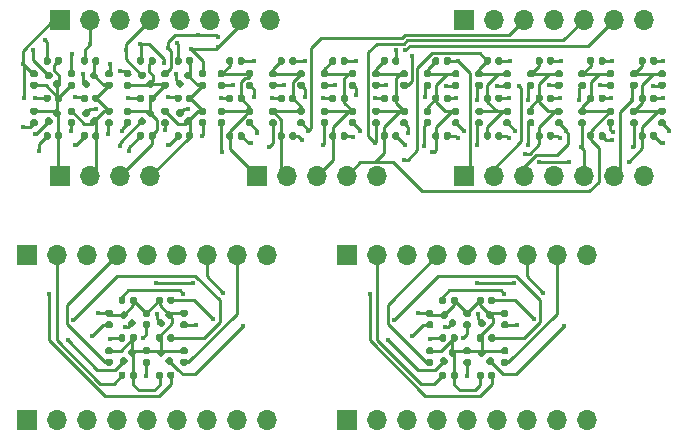
<source format=gbr>
G04 #@! TF.GenerationSoftware,KiCad,Pcbnew,(5.1.9)-1*
G04 #@! TF.CreationDate,2021-05-14T22:58:57-04:00*
G04 #@! TF.ProjectId,Scratch+Com Panelized,53637261-7463-4682-9b43-6f6d2050616e,rev?*
G04 #@! TF.SameCoordinates,Original*
G04 #@! TF.FileFunction,Copper,L1,Top*
G04 #@! TF.FilePolarity,Positive*
%FSLAX46Y46*%
G04 Gerber Fmt 4.6, Leading zero omitted, Abs format (unit mm)*
G04 Created by KiCad (PCBNEW (5.1.9)-1) date 2021-05-14 22:58:57*
%MOMM*%
%LPD*%
G01*
G04 APERTURE LIST*
G04 #@! TA.AperFunction,ComponentPad*
%ADD10O,1.700000X1.700000*%
G04 #@! TD*
G04 #@! TA.AperFunction,ComponentPad*
%ADD11R,1.700000X1.700000*%
G04 #@! TD*
G04 #@! TA.AperFunction,ViaPad*
%ADD12C,0.450000*%
G04 #@! TD*
G04 #@! TA.AperFunction,Conductor*
%ADD13C,0.250000*%
G04 #@! TD*
G04 APERTURE END LIST*
D10*
X133843000Y-99842000D03*
X131303000Y-99842000D03*
X128763000Y-99842000D03*
X126223000Y-99842000D03*
D11*
X123683000Y-99842000D03*
D10*
X156449000Y-99842000D03*
X153909000Y-99842000D03*
X151369000Y-99842000D03*
X148829000Y-99842000D03*
X146289000Y-99842000D03*
X143749000Y-99842000D03*
D11*
X141209000Y-99842000D03*
D10*
X156449000Y-86634000D03*
X153909000Y-86634000D03*
X151369000Y-86634000D03*
X148829000Y-86634000D03*
X146289000Y-86634000D03*
X143749000Y-86634000D03*
D11*
X141209000Y-86634000D03*
D10*
X114666000Y-99842000D03*
X112126000Y-99842000D03*
X109586000Y-99842000D03*
D11*
X107046000Y-99842000D03*
D10*
X124826000Y-86634000D03*
X122286000Y-86634000D03*
X119746000Y-86634000D03*
X117206000Y-86634000D03*
X114666000Y-86634000D03*
X112126000Y-86634000D03*
X109586000Y-86634000D03*
D11*
X107046000Y-86634000D03*
G04 #@! TA.AperFunction,SMDPad,CuDef*
G36*
G01*
X116108500Y-91467500D02*
X115763500Y-91467500D01*
G75*
G02*
X115616000Y-91320000I0J147500D01*
G01*
X115616000Y-91025000D01*
G75*
G02*
X115763500Y-90877500I147500J0D01*
G01*
X116108500Y-90877500D01*
G75*
G02*
X116256000Y-91025000I0J-147500D01*
G01*
X116256000Y-91320000D01*
G75*
G02*
X116108500Y-91467500I-147500J0D01*
G01*
G37*
G04 #@! TD.AperFunction*
G04 #@! TA.AperFunction,SMDPad,CuDef*
G36*
G01*
X116108500Y-92437500D02*
X115763500Y-92437500D01*
G75*
G02*
X115616000Y-92290000I0J147500D01*
G01*
X115616000Y-91995000D01*
G75*
G02*
X115763500Y-91847500I147500J0D01*
G01*
X116108500Y-91847500D01*
G75*
G02*
X116256000Y-91995000I0J-147500D01*
G01*
X116256000Y-92290000D01*
G75*
G02*
X116108500Y-92437500I-147500J0D01*
G01*
G37*
G04 #@! TD.AperFunction*
G04 #@! TA.AperFunction,SMDPad,CuDef*
G36*
G01*
X117333500Y-89897500D02*
X117333500Y-90242500D01*
G75*
G02*
X117186000Y-90390000I-147500J0D01*
G01*
X116891000Y-90390000D01*
G75*
G02*
X116743500Y-90242500I0J147500D01*
G01*
X116743500Y-89897500D01*
G75*
G02*
X116891000Y-89750000I147500J0D01*
G01*
X117186000Y-89750000D01*
G75*
G02*
X117333500Y-89897500I0J-147500D01*
G01*
G37*
G04 #@! TD.AperFunction*
G04 #@! TA.AperFunction,SMDPad,CuDef*
G36*
G01*
X118303500Y-89897500D02*
X118303500Y-90242500D01*
G75*
G02*
X118156000Y-90390000I-147500J0D01*
G01*
X117861000Y-90390000D01*
G75*
G02*
X117713500Y-90242500I0J147500D01*
G01*
X117713500Y-89897500D01*
G75*
G02*
X117861000Y-89750000I147500J0D01*
G01*
X118156000Y-89750000D01*
G75*
G02*
X118303500Y-89897500I0J-147500D01*
G01*
G37*
G04 #@! TD.AperFunction*
G04 #@! TA.AperFunction,SMDPad,CuDef*
G36*
G01*
X114158500Y-96247500D02*
X114158500Y-96592500D01*
G75*
G02*
X114011000Y-96740000I-147500J0D01*
G01*
X113716000Y-96740000D01*
G75*
G02*
X113568500Y-96592500I0J147500D01*
G01*
X113568500Y-96247500D01*
G75*
G02*
X113716000Y-96100000I147500J0D01*
G01*
X114011000Y-96100000D01*
G75*
G02*
X114158500Y-96247500I0J-147500D01*
G01*
G37*
G04 #@! TD.AperFunction*
G04 #@! TA.AperFunction,SMDPad,CuDef*
G36*
G01*
X115128500Y-96247500D02*
X115128500Y-96592500D01*
G75*
G02*
X114981000Y-96740000I-147500J0D01*
G01*
X114686000Y-96740000D01*
G75*
G02*
X114538500Y-96592500I0J147500D01*
G01*
X114538500Y-96247500D01*
G75*
G02*
X114686000Y-96100000I147500J0D01*
G01*
X114981000Y-96100000D01*
G75*
G02*
X115128500Y-96247500I0J-147500D01*
G01*
G37*
G04 #@! TD.AperFunction*
G04 #@! TA.AperFunction,SMDPad,CuDef*
G36*
G01*
X114092173Y-94844875D02*
X114336125Y-95088827D01*
G75*
G02*
X114336125Y-95297423I-104298J-104298D01*
G01*
X114127529Y-95506019D01*
G75*
G02*
X113918933Y-95506019I-104298J104298D01*
G01*
X113674981Y-95262067D01*
G75*
G02*
X113674981Y-95053471I104298J104298D01*
G01*
X113883577Y-94844875D01*
G75*
G02*
X114092173Y-94844875I104298J-104298D01*
G01*
G37*
G04 #@! TD.AperFunction*
G04 #@! TA.AperFunction,SMDPad,CuDef*
G36*
G01*
X114778067Y-94158981D02*
X115022019Y-94402933D01*
G75*
G02*
X115022019Y-94611529I-104298J-104298D01*
G01*
X114813423Y-94820125D01*
G75*
G02*
X114604827Y-94820125I-104298J104298D01*
G01*
X114360875Y-94576173D01*
G75*
G02*
X114360875Y-94367577I104298J104298D01*
G01*
X114569471Y-94158981D01*
G75*
G02*
X114778067Y-94158981I104298J-104298D01*
G01*
G37*
G04 #@! TD.AperFunction*
G04 #@! TA.AperFunction,SMDPad,CuDef*
G36*
G01*
X117333500Y-93072500D02*
X117333500Y-93417500D01*
G75*
G02*
X117186000Y-93565000I-147500J0D01*
G01*
X116891000Y-93565000D01*
G75*
G02*
X116743500Y-93417500I0J147500D01*
G01*
X116743500Y-93072500D01*
G75*
G02*
X116891000Y-92925000I147500J0D01*
G01*
X117186000Y-92925000D01*
G75*
G02*
X117333500Y-93072500I0J-147500D01*
G01*
G37*
G04 #@! TD.AperFunction*
G04 #@! TA.AperFunction,SMDPad,CuDef*
G36*
G01*
X118303500Y-93072500D02*
X118303500Y-93417500D01*
G75*
G02*
X118156000Y-93565000I-147500J0D01*
G01*
X117861000Y-93565000D01*
G75*
G02*
X117713500Y-93417500I0J147500D01*
G01*
X117713500Y-93072500D01*
G75*
G02*
X117861000Y-92925000I147500J0D01*
G01*
X118156000Y-92925000D01*
G75*
G02*
X118303500Y-93072500I0J-147500D01*
G01*
G37*
G04 #@! TD.AperFunction*
G04 #@! TA.AperFunction,SMDPad,CuDef*
G36*
G01*
X117511125Y-94576173D02*
X117267173Y-94820125D01*
G75*
G02*
X117058577Y-94820125I-104298J104298D01*
G01*
X116849981Y-94611529D01*
G75*
G02*
X116849981Y-94402933I104298J104298D01*
G01*
X117093933Y-94158981D01*
G75*
G02*
X117302529Y-94158981I104298J-104298D01*
G01*
X117511125Y-94367577D01*
G75*
G02*
X117511125Y-94576173I-104298J-104298D01*
G01*
G37*
G04 #@! TD.AperFunction*
G04 #@! TA.AperFunction,SMDPad,CuDef*
G36*
G01*
X118197019Y-95262067D02*
X117953067Y-95506019D01*
G75*
G02*
X117744471Y-95506019I-104298J104298D01*
G01*
X117535875Y-95297423D01*
G75*
G02*
X117535875Y-95088827I104298J104298D01*
G01*
X117779827Y-94844875D01*
G75*
G02*
X117988423Y-94844875I104298J-104298D01*
G01*
X118197019Y-95053471D01*
G75*
G02*
X118197019Y-95262067I-104298J-104298D01*
G01*
G37*
G04 #@! TD.AperFunction*
G04 #@! TA.AperFunction,SMDPad,CuDef*
G36*
G01*
X117267173Y-91669875D02*
X117511125Y-91913827D01*
G75*
G02*
X117511125Y-92122423I-104298J-104298D01*
G01*
X117302529Y-92331019D01*
G75*
G02*
X117093933Y-92331019I-104298J104298D01*
G01*
X116849981Y-92087067D01*
G75*
G02*
X116849981Y-91878471I104298J104298D01*
G01*
X117058577Y-91669875D01*
G75*
G02*
X117267173Y-91669875I104298J-104298D01*
G01*
G37*
G04 #@! TD.AperFunction*
G04 #@! TA.AperFunction,SMDPad,CuDef*
G36*
G01*
X117953067Y-90983981D02*
X118197019Y-91227933D01*
G75*
G02*
X118197019Y-91436529I-104298J-104298D01*
G01*
X117988423Y-91645125D01*
G75*
G02*
X117779827Y-91645125I-104298J104298D01*
G01*
X117535875Y-91401173D01*
G75*
G02*
X117535875Y-91192577I104298J104298D01*
G01*
X117744471Y-90983981D01*
G75*
G02*
X117953067Y-90983981I104298J-104298D01*
G01*
G37*
G04 #@! TD.AperFunction*
G04 #@! TA.AperFunction,SMDPad,CuDef*
G36*
G01*
X117333500Y-96247500D02*
X117333500Y-96592500D01*
G75*
G02*
X117186000Y-96740000I-147500J0D01*
G01*
X116891000Y-96740000D01*
G75*
G02*
X116743500Y-96592500I0J147500D01*
G01*
X116743500Y-96247500D01*
G75*
G02*
X116891000Y-96100000I147500J0D01*
G01*
X117186000Y-96100000D01*
G75*
G02*
X117333500Y-96247500I0J-147500D01*
G01*
G37*
G04 #@! TD.AperFunction*
G04 #@! TA.AperFunction,SMDPad,CuDef*
G36*
G01*
X118303500Y-96247500D02*
X118303500Y-96592500D01*
G75*
G02*
X118156000Y-96740000I-147500J0D01*
G01*
X117861000Y-96740000D01*
G75*
G02*
X117713500Y-96592500I0J147500D01*
G01*
X117713500Y-96247500D01*
G75*
G02*
X117861000Y-96100000I147500J0D01*
G01*
X118156000Y-96100000D01*
G75*
G02*
X118303500Y-96247500I0J-147500D01*
G01*
G37*
G04 #@! TD.AperFunction*
G04 #@! TA.AperFunction,SMDPad,CuDef*
G36*
G01*
X119283500Y-91467500D02*
X118938500Y-91467500D01*
G75*
G02*
X118791000Y-91320000I0J147500D01*
G01*
X118791000Y-91025000D01*
G75*
G02*
X118938500Y-90877500I147500J0D01*
G01*
X119283500Y-90877500D01*
G75*
G02*
X119431000Y-91025000I0J-147500D01*
G01*
X119431000Y-91320000D01*
G75*
G02*
X119283500Y-91467500I-147500J0D01*
G01*
G37*
G04 #@! TD.AperFunction*
G04 #@! TA.AperFunction,SMDPad,CuDef*
G36*
G01*
X119283500Y-92437500D02*
X118938500Y-92437500D01*
G75*
G02*
X118791000Y-92290000I0J147500D01*
G01*
X118791000Y-91995000D01*
G75*
G02*
X118938500Y-91847500I147500J0D01*
G01*
X119283500Y-91847500D01*
G75*
G02*
X119431000Y-91995000I0J-147500D01*
G01*
X119431000Y-92290000D01*
G75*
G02*
X119283500Y-92437500I-147500J0D01*
G01*
G37*
G04 #@! TD.AperFunction*
G04 #@! TA.AperFunction,SMDPad,CuDef*
G36*
G01*
X115763500Y-95022500D02*
X116108500Y-95022500D01*
G75*
G02*
X116256000Y-95170000I0J-147500D01*
G01*
X116256000Y-95465000D01*
G75*
G02*
X116108500Y-95612500I-147500J0D01*
G01*
X115763500Y-95612500D01*
G75*
G02*
X115616000Y-95465000I0J147500D01*
G01*
X115616000Y-95170000D01*
G75*
G02*
X115763500Y-95022500I147500J0D01*
G01*
G37*
G04 #@! TD.AperFunction*
G04 #@! TA.AperFunction,SMDPad,CuDef*
G36*
G01*
X115763500Y-94052500D02*
X116108500Y-94052500D01*
G75*
G02*
X116256000Y-94200000I0J-147500D01*
G01*
X116256000Y-94495000D01*
G75*
G02*
X116108500Y-94642500I-147500J0D01*
G01*
X115763500Y-94642500D01*
G75*
G02*
X115616000Y-94495000I0J147500D01*
G01*
X115616000Y-94200000D01*
G75*
G02*
X115763500Y-94052500I147500J0D01*
G01*
G37*
G04 #@! TD.AperFunction*
G04 #@! TA.AperFunction,SMDPad,CuDef*
G36*
G01*
X118938500Y-95022500D02*
X119283500Y-95022500D01*
G75*
G02*
X119431000Y-95170000I0J-147500D01*
G01*
X119431000Y-95465000D01*
G75*
G02*
X119283500Y-95612500I-147500J0D01*
G01*
X118938500Y-95612500D01*
G75*
G02*
X118791000Y-95465000I0J147500D01*
G01*
X118791000Y-95170000D01*
G75*
G02*
X118938500Y-95022500I147500J0D01*
G01*
G37*
G04 #@! TD.AperFunction*
G04 #@! TA.AperFunction,SMDPad,CuDef*
G36*
G01*
X118938500Y-94052500D02*
X119283500Y-94052500D01*
G75*
G02*
X119431000Y-94200000I0J-147500D01*
G01*
X119431000Y-94495000D01*
G75*
G02*
X119283500Y-94642500I-147500J0D01*
G01*
X118938500Y-94642500D01*
G75*
G02*
X118791000Y-94495000I0J147500D01*
G01*
X118791000Y-94200000D01*
G75*
G02*
X118938500Y-94052500I147500J0D01*
G01*
G37*
G04 #@! TD.AperFunction*
G04 #@! TA.AperFunction,SMDPad,CuDef*
G36*
G01*
X112933500Y-91467500D02*
X112588500Y-91467500D01*
G75*
G02*
X112441000Y-91320000I0J147500D01*
G01*
X112441000Y-91025000D01*
G75*
G02*
X112588500Y-90877500I147500J0D01*
G01*
X112933500Y-90877500D01*
G75*
G02*
X113081000Y-91025000I0J-147500D01*
G01*
X113081000Y-91320000D01*
G75*
G02*
X112933500Y-91467500I-147500J0D01*
G01*
G37*
G04 #@! TD.AperFunction*
G04 #@! TA.AperFunction,SMDPad,CuDef*
G36*
G01*
X112933500Y-92437500D02*
X112588500Y-92437500D01*
G75*
G02*
X112441000Y-92290000I0J147500D01*
G01*
X112441000Y-91995000D01*
G75*
G02*
X112588500Y-91847500I147500J0D01*
G01*
X112933500Y-91847500D01*
G75*
G02*
X113081000Y-91995000I0J-147500D01*
G01*
X113081000Y-92290000D01*
G75*
G02*
X112933500Y-92437500I-147500J0D01*
G01*
G37*
G04 #@! TD.AperFunction*
G04 #@! TA.AperFunction,SMDPad,CuDef*
G36*
G01*
X114158500Y-89897500D02*
X114158500Y-90242500D01*
G75*
G02*
X114011000Y-90390000I-147500J0D01*
G01*
X113716000Y-90390000D01*
G75*
G02*
X113568500Y-90242500I0J147500D01*
G01*
X113568500Y-89897500D01*
G75*
G02*
X113716000Y-89750000I147500J0D01*
G01*
X114011000Y-89750000D01*
G75*
G02*
X114158500Y-89897500I0J-147500D01*
G01*
G37*
G04 #@! TD.AperFunction*
G04 #@! TA.AperFunction,SMDPad,CuDef*
G36*
G01*
X115128500Y-89897500D02*
X115128500Y-90242500D01*
G75*
G02*
X114981000Y-90390000I-147500J0D01*
G01*
X114686000Y-90390000D01*
G75*
G02*
X114538500Y-90242500I0J147500D01*
G01*
X114538500Y-89897500D01*
G75*
G02*
X114686000Y-89750000I147500J0D01*
G01*
X114981000Y-89750000D01*
G75*
G02*
X115128500Y-89897500I0J-147500D01*
G01*
G37*
G04 #@! TD.AperFunction*
G04 #@! TA.AperFunction,SMDPad,CuDef*
G36*
G01*
X114158500Y-93072500D02*
X114158500Y-93417500D01*
G75*
G02*
X114011000Y-93565000I-147500J0D01*
G01*
X113716000Y-93565000D01*
G75*
G02*
X113568500Y-93417500I0J147500D01*
G01*
X113568500Y-93072500D01*
G75*
G02*
X113716000Y-92925000I147500J0D01*
G01*
X114011000Y-92925000D01*
G75*
G02*
X114158500Y-93072500I0J-147500D01*
G01*
G37*
G04 #@! TD.AperFunction*
G04 #@! TA.AperFunction,SMDPad,CuDef*
G36*
G01*
X115128500Y-93072500D02*
X115128500Y-93417500D01*
G75*
G02*
X114981000Y-93565000I-147500J0D01*
G01*
X114686000Y-93565000D01*
G75*
G02*
X114538500Y-93417500I0J147500D01*
G01*
X114538500Y-93072500D01*
G75*
G02*
X114686000Y-92925000I147500J0D01*
G01*
X114981000Y-92925000D01*
G75*
G02*
X115128500Y-93072500I0J-147500D01*
G01*
G37*
G04 #@! TD.AperFunction*
G04 #@! TA.AperFunction,SMDPad,CuDef*
G36*
G01*
X114336125Y-91401173D02*
X114092173Y-91645125D01*
G75*
G02*
X113883577Y-91645125I-104298J104298D01*
G01*
X113674981Y-91436529D01*
G75*
G02*
X113674981Y-91227933I104298J104298D01*
G01*
X113918933Y-90983981D01*
G75*
G02*
X114127529Y-90983981I104298J-104298D01*
G01*
X114336125Y-91192577D01*
G75*
G02*
X114336125Y-91401173I-104298J-104298D01*
G01*
G37*
G04 #@! TD.AperFunction*
G04 #@! TA.AperFunction,SMDPad,CuDef*
G36*
G01*
X115022019Y-92087067D02*
X114778067Y-92331019D01*
G75*
G02*
X114569471Y-92331019I-104298J104298D01*
G01*
X114360875Y-92122423D01*
G75*
G02*
X114360875Y-91913827I104298J104298D01*
G01*
X114604827Y-91669875D01*
G75*
G02*
X114813423Y-91669875I104298J-104298D01*
G01*
X115022019Y-91878471D01*
G75*
G02*
X115022019Y-92087067I-104298J-104298D01*
G01*
G37*
G04 #@! TD.AperFunction*
G04 #@! TA.AperFunction,SMDPad,CuDef*
G36*
G01*
X112588500Y-95022500D02*
X112933500Y-95022500D01*
G75*
G02*
X113081000Y-95170000I0J-147500D01*
G01*
X113081000Y-95465000D01*
G75*
G02*
X112933500Y-95612500I-147500J0D01*
G01*
X112588500Y-95612500D01*
G75*
G02*
X112441000Y-95465000I0J147500D01*
G01*
X112441000Y-95170000D01*
G75*
G02*
X112588500Y-95022500I147500J0D01*
G01*
G37*
G04 #@! TD.AperFunction*
G04 #@! TA.AperFunction,SMDPad,CuDef*
G36*
G01*
X112588500Y-94052500D02*
X112933500Y-94052500D01*
G75*
G02*
X113081000Y-94200000I0J-147500D01*
G01*
X113081000Y-94495000D01*
G75*
G02*
X112933500Y-94642500I-147500J0D01*
G01*
X112588500Y-94642500D01*
G75*
G02*
X112441000Y-94495000I0J147500D01*
G01*
X112441000Y-94200000D01*
G75*
G02*
X112588500Y-94052500I147500J0D01*
G01*
G37*
G04 #@! TD.AperFunction*
G04 #@! TA.AperFunction,SMDPad,CuDef*
G36*
G01*
X109343673Y-91669375D02*
X109587625Y-91913327D01*
G75*
G02*
X109587625Y-92121923I-104298J-104298D01*
G01*
X109379029Y-92330519D01*
G75*
G02*
X109170433Y-92330519I-104298J104298D01*
G01*
X108926481Y-92086567D01*
G75*
G02*
X108926481Y-91877971I104298J104298D01*
G01*
X109135077Y-91669375D01*
G75*
G02*
X109343673Y-91669375I104298J-104298D01*
G01*
G37*
G04 #@! TD.AperFunction*
G04 #@! TA.AperFunction,SMDPad,CuDef*
G36*
G01*
X110029567Y-90983481D02*
X110273519Y-91227433D01*
G75*
G02*
X110273519Y-91436029I-104298J-104298D01*
G01*
X110064923Y-91644625D01*
G75*
G02*
X109856327Y-91644625I-104298J104298D01*
G01*
X109612375Y-91400673D01*
G75*
G02*
X109612375Y-91192077I104298J104298D01*
G01*
X109820971Y-90983481D01*
G75*
G02*
X110029567Y-90983481I104298J-104298D01*
G01*
G37*
G04 #@! TD.AperFunction*
G04 #@! TA.AperFunction,SMDPad,CuDef*
G36*
G01*
X106412625Y-91400673D02*
X106168673Y-91644625D01*
G75*
G02*
X105960077Y-91644625I-104298J104298D01*
G01*
X105751481Y-91436029D01*
G75*
G02*
X105751481Y-91227433I104298J104298D01*
G01*
X105995433Y-90983481D01*
G75*
G02*
X106204029Y-90983481I104298J-104298D01*
G01*
X106412625Y-91192077D01*
G75*
G02*
X106412625Y-91400673I-104298J-104298D01*
G01*
G37*
G04 #@! TD.AperFunction*
G04 #@! TA.AperFunction,SMDPad,CuDef*
G36*
G01*
X107098519Y-92086567D02*
X106854567Y-92330519D01*
G75*
G02*
X106645971Y-92330519I-104298J104298D01*
G01*
X106437375Y-92121923D01*
G75*
G02*
X106437375Y-91913327I104298J104298D01*
G01*
X106681327Y-91669375D01*
G75*
G02*
X106889923Y-91669375I104298J-104298D01*
G01*
X107098519Y-91877971D01*
G75*
G02*
X107098519Y-92086567I-104298J-104298D01*
G01*
G37*
G04 #@! TD.AperFunction*
G04 #@! TA.AperFunction,SMDPad,CuDef*
G36*
G01*
X109587625Y-94575673D02*
X109343673Y-94819625D01*
G75*
G02*
X109135077Y-94819625I-104298J104298D01*
G01*
X108926481Y-94611029D01*
G75*
G02*
X108926481Y-94402433I104298J104298D01*
G01*
X109170433Y-94158481D01*
G75*
G02*
X109379029Y-94158481I104298J-104298D01*
G01*
X109587625Y-94367077D01*
G75*
G02*
X109587625Y-94575673I-104298J-104298D01*
G01*
G37*
G04 #@! TD.AperFunction*
G04 #@! TA.AperFunction,SMDPad,CuDef*
G36*
G01*
X110273519Y-95261567D02*
X110029567Y-95505519D01*
G75*
G02*
X109820971Y-95505519I-104298J104298D01*
G01*
X109612375Y-95296923D01*
G75*
G02*
X109612375Y-95088327I104298J104298D01*
G01*
X109856327Y-94844375D01*
G75*
G02*
X110064923Y-94844375I104298J-104298D01*
G01*
X110273519Y-95052971D01*
G75*
G02*
X110273519Y-95261567I-104298J-104298D01*
G01*
G37*
G04 #@! TD.AperFunction*
G04 #@! TA.AperFunction,SMDPad,CuDef*
G36*
G01*
X109410000Y-89897000D02*
X109410000Y-90242000D01*
G75*
G02*
X109262500Y-90389500I-147500J0D01*
G01*
X108967500Y-90389500D01*
G75*
G02*
X108820000Y-90242000I0J147500D01*
G01*
X108820000Y-89897000D01*
G75*
G02*
X108967500Y-89749500I147500J0D01*
G01*
X109262500Y-89749500D01*
G75*
G02*
X109410000Y-89897000I0J-147500D01*
G01*
G37*
G04 #@! TD.AperFunction*
G04 #@! TA.AperFunction,SMDPad,CuDef*
G36*
G01*
X110380000Y-89897000D02*
X110380000Y-90242000D01*
G75*
G02*
X110232500Y-90389500I-147500J0D01*
G01*
X109937500Y-90389500D01*
G75*
G02*
X109790000Y-90242000I0J147500D01*
G01*
X109790000Y-89897000D01*
G75*
G02*
X109937500Y-89749500I147500J0D01*
G01*
X110232500Y-89749500D01*
G75*
G02*
X110380000Y-89897000I0J-147500D01*
G01*
G37*
G04 #@! TD.AperFunction*
G04 #@! TA.AperFunction,SMDPad,CuDef*
G36*
G01*
X109410000Y-93072000D02*
X109410000Y-93417000D01*
G75*
G02*
X109262500Y-93564500I-147500J0D01*
G01*
X108967500Y-93564500D01*
G75*
G02*
X108820000Y-93417000I0J147500D01*
G01*
X108820000Y-93072000D01*
G75*
G02*
X108967500Y-92924500I147500J0D01*
G01*
X109262500Y-92924500D01*
G75*
G02*
X109410000Y-93072000I0J-147500D01*
G01*
G37*
G04 #@! TD.AperFunction*
G04 #@! TA.AperFunction,SMDPad,CuDef*
G36*
G01*
X110380000Y-93072000D02*
X110380000Y-93417000D01*
G75*
G02*
X110232500Y-93564500I-147500J0D01*
G01*
X109937500Y-93564500D01*
G75*
G02*
X109790000Y-93417000I0J147500D01*
G01*
X109790000Y-93072000D01*
G75*
G02*
X109937500Y-92924500I147500J0D01*
G01*
X110232500Y-92924500D01*
G75*
G02*
X110380000Y-93072000I0J-147500D01*
G01*
G37*
G04 #@! TD.AperFunction*
G04 #@! TA.AperFunction,SMDPad,CuDef*
G36*
G01*
X107840000Y-95022000D02*
X108185000Y-95022000D01*
G75*
G02*
X108332500Y-95169500I0J-147500D01*
G01*
X108332500Y-95464500D01*
G75*
G02*
X108185000Y-95612000I-147500J0D01*
G01*
X107840000Y-95612000D01*
G75*
G02*
X107692500Y-95464500I0J147500D01*
G01*
X107692500Y-95169500D01*
G75*
G02*
X107840000Y-95022000I147500J0D01*
G01*
G37*
G04 #@! TD.AperFunction*
G04 #@! TA.AperFunction,SMDPad,CuDef*
G36*
G01*
X107840000Y-94052000D02*
X108185000Y-94052000D01*
G75*
G02*
X108332500Y-94199500I0J-147500D01*
G01*
X108332500Y-94494500D01*
G75*
G02*
X108185000Y-94642000I-147500J0D01*
G01*
X107840000Y-94642000D01*
G75*
G02*
X107692500Y-94494500I0J147500D01*
G01*
X107692500Y-94199500D01*
G75*
G02*
X107840000Y-94052000I147500J0D01*
G01*
G37*
G04 #@! TD.AperFunction*
G04 #@! TA.AperFunction,SMDPad,CuDef*
G36*
G01*
X106235000Y-93072000D02*
X106235000Y-93417000D01*
G75*
G02*
X106087500Y-93564500I-147500J0D01*
G01*
X105792500Y-93564500D01*
G75*
G02*
X105645000Y-93417000I0J147500D01*
G01*
X105645000Y-93072000D01*
G75*
G02*
X105792500Y-92924500I147500J0D01*
G01*
X106087500Y-92924500D01*
G75*
G02*
X106235000Y-93072000I0J-147500D01*
G01*
G37*
G04 #@! TD.AperFunction*
G04 #@! TA.AperFunction,SMDPad,CuDef*
G36*
G01*
X107205000Y-93072000D02*
X107205000Y-93417000D01*
G75*
G02*
X107057500Y-93564500I-147500J0D01*
G01*
X106762500Y-93564500D01*
G75*
G02*
X106615000Y-93417000I0J147500D01*
G01*
X106615000Y-93072000D01*
G75*
G02*
X106762500Y-92924500I147500J0D01*
G01*
X107057500Y-92924500D01*
G75*
G02*
X107205000Y-93072000I0J-147500D01*
G01*
G37*
G04 #@! TD.AperFunction*
G04 #@! TA.AperFunction,SMDPad,CuDef*
G36*
G01*
X106235000Y-96247000D02*
X106235000Y-96592000D01*
G75*
G02*
X106087500Y-96739500I-147500J0D01*
G01*
X105792500Y-96739500D01*
G75*
G02*
X105645000Y-96592000I0J147500D01*
G01*
X105645000Y-96247000D01*
G75*
G02*
X105792500Y-96099500I147500J0D01*
G01*
X106087500Y-96099500D01*
G75*
G02*
X106235000Y-96247000I0J-147500D01*
G01*
G37*
G04 #@! TD.AperFunction*
G04 #@! TA.AperFunction,SMDPad,CuDef*
G36*
G01*
X107205000Y-96247000D02*
X107205000Y-96592000D01*
G75*
G02*
X107057500Y-96739500I-147500J0D01*
G01*
X106762500Y-96739500D01*
G75*
G02*
X106615000Y-96592000I0J147500D01*
G01*
X106615000Y-96247000D01*
G75*
G02*
X106762500Y-96099500I147500J0D01*
G01*
X107057500Y-96099500D01*
G75*
G02*
X107205000Y-96247000I0J-147500D01*
G01*
G37*
G04 #@! TD.AperFunction*
G04 #@! TA.AperFunction,SMDPad,CuDef*
G36*
G01*
X111360000Y-91467000D02*
X111015000Y-91467000D01*
G75*
G02*
X110867500Y-91319500I0J147500D01*
G01*
X110867500Y-91024500D01*
G75*
G02*
X111015000Y-90877000I147500J0D01*
G01*
X111360000Y-90877000D01*
G75*
G02*
X111507500Y-91024500I0J-147500D01*
G01*
X111507500Y-91319500D01*
G75*
G02*
X111360000Y-91467000I-147500J0D01*
G01*
G37*
G04 #@! TD.AperFunction*
G04 #@! TA.AperFunction,SMDPad,CuDef*
G36*
G01*
X111360000Y-92437000D02*
X111015000Y-92437000D01*
G75*
G02*
X110867500Y-92289500I0J147500D01*
G01*
X110867500Y-91994500D01*
G75*
G02*
X111015000Y-91847000I147500J0D01*
G01*
X111360000Y-91847000D01*
G75*
G02*
X111507500Y-91994500I0J-147500D01*
G01*
X111507500Y-92289500D01*
G75*
G02*
X111360000Y-92437000I-147500J0D01*
G01*
G37*
G04 #@! TD.AperFunction*
G04 #@! TA.AperFunction,SMDPad,CuDef*
G36*
G01*
X106168673Y-94844375D02*
X106412625Y-95088327D01*
G75*
G02*
X106412625Y-95296923I-104298J-104298D01*
G01*
X106204029Y-95505519D01*
G75*
G02*
X105995433Y-95505519I-104298J104298D01*
G01*
X105751481Y-95261567D01*
G75*
G02*
X105751481Y-95052971I104298J104298D01*
G01*
X105960077Y-94844375D01*
G75*
G02*
X106168673Y-94844375I104298J-104298D01*
G01*
G37*
G04 #@! TD.AperFunction*
G04 #@! TA.AperFunction,SMDPad,CuDef*
G36*
G01*
X106854567Y-94158481D02*
X107098519Y-94402433D01*
G75*
G02*
X107098519Y-94611029I-104298J-104298D01*
G01*
X106889923Y-94819625D01*
G75*
G02*
X106681327Y-94819625I-104298J104298D01*
G01*
X106437375Y-94575673D01*
G75*
G02*
X106437375Y-94367077I104298J104298D01*
G01*
X106645971Y-94158481D01*
G75*
G02*
X106854567Y-94158481I104298J-104298D01*
G01*
G37*
G04 #@! TD.AperFunction*
G04 #@! TA.AperFunction,SMDPad,CuDef*
G36*
G01*
X111015000Y-95022000D02*
X111360000Y-95022000D01*
G75*
G02*
X111507500Y-95169500I0J-147500D01*
G01*
X111507500Y-95464500D01*
G75*
G02*
X111360000Y-95612000I-147500J0D01*
G01*
X111015000Y-95612000D01*
G75*
G02*
X110867500Y-95464500I0J147500D01*
G01*
X110867500Y-95169500D01*
G75*
G02*
X111015000Y-95022000I147500J0D01*
G01*
G37*
G04 #@! TD.AperFunction*
G04 #@! TA.AperFunction,SMDPad,CuDef*
G36*
G01*
X111015000Y-94052000D02*
X111360000Y-94052000D01*
G75*
G02*
X111507500Y-94199500I0J-147500D01*
G01*
X111507500Y-94494500D01*
G75*
G02*
X111360000Y-94642000I-147500J0D01*
G01*
X111015000Y-94642000D01*
G75*
G02*
X110867500Y-94494500I0J147500D01*
G01*
X110867500Y-94199500D01*
G75*
G02*
X111015000Y-94052000I147500J0D01*
G01*
G37*
G04 #@! TD.AperFunction*
G04 #@! TA.AperFunction,SMDPad,CuDef*
G36*
G01*
X108185000Y-91467000D02*
X107840000Y-91467000D01*
G75*
G02*
X107692500Y-91319500I0J147500D01*
G01*
X107692500Y-91024500D01*
G75*
G02*
X107840000Y-90877000I147500J0D01*
G01*
X108185000Y-90877000D01*
G75*
G02*
X108332500Y-91024500I0J-147500D01*
G01*
X108332500Y-91319500D01*
G75*
G02*
X108185000Y-91467000I-147500J0D01*
G01*
G37*
G04 #@! TD.AperFunction*
G04 #@! TA.AperFunction,SMDPad,CuDef*
G36*
G01*
X108185000Y-92437000D02*
X107840000Y-92437000D01*
G75*
G02*
X107692500Y-92289500I0J147500D01*
G01*
X107692500Y-91994500D01*
G75*
G02*
X107840000Y-91847000I147500J0D01*
G01*
X108185000Y-91847000D01*
G75*
G02*
X108332500Y-91994500I0J-147500D01*
G01*
X108332500Y-92289500D01*
G75*
G02*
X108185000Y-92437000I-147500J0D01*
G01*
G37*
G04 #@! TD.AperFunction*
G04 #@! TA.AperFunction,SMDPad,CuDef*
G36*
G01*
X109410000Y-96247000D02*
X109410000Y-96592000D01*
G75*
G02*
X109262500Y-96739500I-147500J0D01*
G01*
X108967500Y-96739500D01*
G75*
G02*
X108820000Y-96592000I0J147500D01*
G01*
X108820000Y-96247000D01*
G75*
G02*
X108967500Y-96099500I147500J0D01*
G01*
X109262500Y-96099500D01*
G75*
G02*
X109410000Y-96247000I0J-147500D01*
G01*
G37*
G04 #@! TD.AperFunction*
G04 #@! TA.AperFunction,SMDPad,CuDef*
G36*
G01*
X110380000Y-96247000D02*
X110380000Y-96592000D01*
G75*
G02*
X110232500Y-96739500I-147500J0D01*
G01*
X109937500Y-96739500D01*
G75*
G02*
X109790000Y-96592000I0J147500D01*
G01*
X109790000Y-96247000D01*
G75*
G02*
X109937500Y-96099500I147500J0D01*
G01*
X110232500Y-96099500D01*
G75*
G02*
X110380000Y-96247000I0J-147500D01*
G01*
G37*
G04 #@! TD.AperFunction*
G04 #@! TA.AperFunction,SMDPad,CuDef*
G36*
G01*
X106235000Y-89897000D02*
X106235000Y-90242000D01*
G75*
G02*
X106087500Y-90389500I-147500J0D01*
G01*
X105792500Y-90389500D01*
G75*
G02*
X105645000Y-90242000I0J147500D01*
G01*
X105645000Y-89897000D01*
G75*
G02*
X105792500Y-89749500I147500J0D01*
G01*
X106087500Y-89749500D01*
G75*
G02*
X106235000Y-89897000I0J-147500D01*
G01*
G37*
G04 #@! TD.AperFunction*
G04 #@! TA.AperFunction,SMDPad,CuDef*
G36*
G01*
X107205000Y-89897000D02*
X107205000Y-90242000D01*
G75*
G02*
X107057500Y-90389500I-147500J0D01*
G01*
X106762500Y-90389500D01*
G75*
G02*
X106615000Y-90242000I0J147500D01*
G01*
X106615000Y-89897000D01*
G75*
G02*
X106762500Y-89749500I147500J0D01*
G01*
X107057500Y-89749500D01*
G75*
G02*
X107205000Y-89897000I0J-147500D01*
G01*
G37*
G04 #@! TD.AperFunction*
G04 #@! TA.AperFunction,SMDPad,CuDef*
G36*
G01*
X104665000Y-95022000D02*
X105010000Y-95022000D01*
G75*
G02*
X105157500Y-95169500I0J-147500D01*
G01*
X105157500Y-95464500D01*
G75*
G02*
X105010000Y-95612000I-147500J0D01*
G01*
X104665000Y-95612000D01*
G75*
G02*
X104517500Y-95464500I0J147500D01*
G01*
X104517500Y-95169500D01*
G75*
G02*
X104665000Y-95022000I147500J0D01*
G01*
G37*
G04 #@! TD.AperFunction*
G04 #@! TA.AperFunction,SMDPad,CuDef*
G36*
G01*
X104665000Y-94052000D02*
X105010000Y-94052000D01*
G75*
G02*
X105157500Y-94199500I0J-147500D01*
G01*
X105157500Y-94494500D01*
G75*
G02*
X105010000Y-94642000I-147500J0D01*
G01*
X104665000Y-94642000D01*
G75*
G02*
X104517500Y-94494500I0J147500D01*
G01*
X104517500Y-94199500D01*
G75*
G02*
X104665000Y-94052000I147500J0D01*
G01*
G37*
G04 #@! TD.AperFunction*
G04 #@! TA.AperFunction,SMDPad,CuDef*
G36*
G01*
X105010000Y-91467000D02*
X104665000Y-91467000D01*
G75*
G02*
X104517500Y-91319500I0J147500D01*
G01*
X104517500Y-91024500D01*
G75*
G02*
X104665000Y-90877000I147500J0D01*
G01*
X105010000Y-90877000D01*
G75*
G02*
X105157500Y-91024500I0J-147500D01*
G01*
X105157500Y-91319500D01*
G75*
G02*
X105010000Y-91467000I-147500J0D01*
G01*
G37*
G04 #@! TD.AperFunction*
G04 #@! TA.AperFunction,SMDPad,CuDef*
G36*
G01*
X105010000Y-92437000D02*
X104665000Y-92437000D01*
G75*
G02*
X104517500Y-92289500I0J147500D01*
G01*
X104517500Y-91994500D01*
G75*
G02*
X104665000Y-91847000I147500J0D01*
G01*
X105010000Y-91847000D01*
G75*
G02*
X105157500Y-91994500I0J-147500D01*
G01*
X105157500Y-92289500D01*
G75*
G02*
X105010000Y-92437000I-147500J0D01*
G01*
G37*
G04 #@! TD.AperFunction*
G04 #@! TA.AperFunction,SMDPad,CuDef*
G36*
G01*
X122079125Y-90242500D02*
X122079125Y-89897500D01*
G75*
G02*
X122226625Y-89750000I147500J0D01*
G01*
X122521625Y-89750000D01*
G75*
G02*
X122669125Y-89897500I0J-147500D01*
G01*
X122669125Y-90242500D01*
G75*
G02*
X122521625Y-90390000I-147500J0D01*
G01*
X122226625Y-90390000D01*
G75*
G02*
X122079125Y-90242500I0J147500D01*
G01*
G37*
G04 #@! TD.AperFunction*
G04 #@! TA.AperFunction,SMDPad,CuDef*
G36*
G01*
X121109125Y-90242500D02*
X121109125Y-89897500D01*
G75*
G02*
X121256625Y-89750000I147500J0D01*
G01*
X121551625Y-89750000D01*
G75*
G02*
X121699125Y-89897500I0J-147500D01*
G01*
X121699125Y-90242500D01*
G75*
G02*
X121551625Y-90390000I-147500J0D01*
G01*
X121256625Y-90390000D01*
G75*
G02*
X121109125Y-90242500I0J147500D01*
G01*
G37*
G04 #@! TD.AperFunction*
G04 #@! TA.AperFunction,SMDPad,CuDef*
G36*
G01*
X122907250Y-91847500D02*
X123252250Y-91847500D01*
G75*
G02*
X123399750Y-91995000I0J-147500D01*
G01*
X123399750Y-92290000D01*
G75*
G02*
X123252250Y-92437500I-147500J0D01*
G01*
X122907250Y-92437500D01*
G75*
G02*
X122759750Y-92290000I0J147500D01*
G01*
X122759750Y-91995000D01*
G75*
G02*
X122907250Y-91847500I147500J0D01*
G01*
G37*
G04 #@! TD.AperFunction*
G04 #@! TA.AperFunction,SMDPad,CuDef*
G36*
G01*
X122907250Y-90877500D02*
X123252250Y-90877500D01*
G75*
G02*
X123399750Y-91025000I0J-147500D01*
G01*
X123399750Y-91320000D01*
G75*
G02*
X123252250Y-91467500I-147500J0D01*
G01*
X122907250Y-91467500D01*
G75*
G02*
X122759750Y-91320000I0J147500D01*
G01*
X122759750Y-91025000D01*
G75*
G02*
X122907250Y-90877500I147500J0D01*
G01*
G37*
G04 #@! TD.AperFunction*
G04 #@! TA.AperFunction,SMDPad,CuDef*
G36*
G01*
X122907250Y-95022500D02*
X123252250Y-95022500D01*
G75*
G02*
X123399750Y-95170000I0J-147500D01*
G01*
X123399750Y-95465000D01*
G75*
G02*
X123252250Y-95612500I-147500J0D01*
G01*
X122907250Y-95612500D01*
G75*
G02*
X122759750Y-95465000I0J147500D01*
G01*
X122759750Y-95170000D01*
G75*
G02*
X122907250Y-95022500I147500J0D01*
G01*
G37*
G04 #@! TD.AperFunction*
G04 #@! TA.AperFunction,SMDPad,CuDef*
G36*
G01*
X122907250Y-94052500D02*
X123252250Y-94052500D01*
G75*
G02*
X123399750Y-94200000I0J-147500D01*
G01*
X123399750Y-94495000D01*
G75*
G02*
X123252250Y-94642500I-147500J0D01*
G01*
X122907250Y-94642500D01*
G75*
G02*
X122759750Y-94495000I0J147500D01*
G01*
X122759750Y-94200000D01*
G75*
G02*
X122907250Y-94052500I147500J0D01*
G01*
G37*
G04 #@! TD.AperFunction*
G04 #@! TA.AperFunction,SMDPad,CuDef*
G36*
G01*
X122079125Y-96592500D02*
X122079125Y-96247500D01*
G75*
G02*
X122226625Y-96100000I147500J0D01*
G01*
X122521625Y-96100000D01*
G75*
G02*
X122669125Y-96247500I0J-147500D01*
G01*
X122669125Y-96592500D01*
G75*
G02*
X122521625Y-96740000I-147500J0D01*
G01*
X122226625Y-96740000D01*
G75*
G02*
X122079125Y-96592500I0J147500D01*
G01*
G37*
G04 #@! TD.AperFunction*
G04 #@! TA.AperFunction,SMDPad,CuDef*
G36*
G01*
X121109125Y-96592500D02*
X121109125Y-96247500D01*
G75*
G02*
X121256625Y-96100000I147500J0D01*
G01*
X121551625Y-96100000D01*
G75*
G02*
X121699125Y-96247500I0J-147500D01*
G01*
X121699125Y-96592500D01*
G75*
G02*
X121551625Y-96740000I-147500J0D01*
G01*
X121256625Y-96740000D01*
G75*
G02*
X121109125Y-96592500I0J147500D01*
G01*
G37*
G04 #@! TD.AperFunction*
G04 #@! TA.AperFunction,SMDPad,CuDef*
G36*
G01*
X120526000Y-95022500D02*
X120871000Y-95022500D01*
G75*
G02*
X121018500Y-95170000I0J-147500D01*
G01*
X121018500Y-95465000D01*
G75*
G02*
X120871000Y-95612500I-147500J0D01*
G01*
X120526000Y-95612500D01*
G75*
G02*
X120378500Y-95465000I0J147500D01*
G01*
X120378500Y-95170000D01*
G75*
G02*
X120526000Y-95022500I147500J0D01*
G01*
G37*
G04 #@! TD.AperFunction*
G04 #@! TA.AperFunction,SMDPad,CuDef*
G36*
G01*
X120526000Y-94052500D02*
X120871000Y-94052500D01*
G75*
G02*
X121018500Y-94200000I0J-147500D01*
G01*
X121018500Y-94495000D01*
G75*
G02*
X120871000Y-94642500I-147500J0D01*
G01*
X120526000Y-94642500D01*
G75*
G02*
X120378500Y-94495000I0J147500D01*
G01*
X120378500Y-94200000D01*
G75*
G02*
X120526000Y-94052500I147500J0D01*
G01*
G37*
G04 #@! TD.AperFunction*
G04 #@! TA.AperFunction,SMDPad,CuDef*
G36*
G01*
X120526000Y-91847500D02*
X120871000Y-91847500D01*
G75*
G02*
X121018500Y-91995000I0J-147500D01*
G01*
X121018500Y-92290000D01*
G75*
G02*
X120871000Y-92437500I-147500J0D01*
G01*
X120526000Y-92437500D01*
G75*
G02*
X120378500Y-92290000I0J147500D01*
G01*
X120378500Y-91995000D01*
G75*
G02*
X120526000Y-91847500I147500J0D01*
G01*
G37*
G04 #@! TD.AperFunction*
G04 #@! TA.AperFunction,SMDPad,CuDef*
G36*
G01*
X120526000Y-90877500D02*
X120871000Y-90877500D01*
G75*
G02*
X121018500Y-91025000I0J-147500D01*
G01*
X121018500Y-91320000D01*
G75*
G02*
X120871000Y-91467500I-147500J0D01*
G01*
X120526000Y-91467500D01*
G75*
G02*
X120378500Y-91320000I0J147500D01*
G01*
X120378500Y-91025000D01*
G75*
G02*
X120526000Y-90877500I147500J0D01*
G01*
G37*
G04 #@! TD.AperFunction*
G04 #@! TA.AperFunction,SMDPad,CuDef*
G36*
G01*
X121699125Y-93072500D02*
X121699125Y-93417500D01*
G75*
G02*
X121551625Y-93565000I-147500J0D01*
G01*
X121256625Y-93565000D01*
G75*
G02*
X121109125Y-93417500I0J147500D01*
G01*
X121109125Y-93072500D01*
G75*
G02*
X121256625Y-92925000I147500J0D01*
G01*
X121551625Y-92925000D01*
G75*
G02*
X121699125Y-93072500I0J-147500D01*
G01*
G37*
G04 #@! TD.AperFunction*
G04 #@! TA.AperFunction,SMDPad,CuDef*
G36*
G01*
X122669125Y-93072500D02*
X122669125Y-93417500D01*
G75*
G02*
X122521625Y-93565000I-147500J0D01*
G01*
X122226625Y-93565000D01*
G75*
G02*
X122079125Y-93417500I0J147500D01*
G01*
X122079125Y-93072500D01*
G75*
G02*
X122226625Y-92925000I147500J0D01*
G01*
X122521625Y-92925000D01*
G75*
G02*
X122669125Y-93072500I0J-147500D01*
G01*
G37*
G04 #@! TD.AperFunction*
G04 #@! TA.AperFunction,SMDPad,CuDef*
G36*
G01*
X126444750Y-90242500D02*
X126444750Y-89897500D01*
G75*
G02*
X126592250Y-89750000I147500J0D01*
G01*
X126887250Y-89750000D01*
G75*
G02*
X127034750Y-89897500I0J-147500D01*
G01*
X127034750Y-90242500D01*
G75*
G02*
X126887250Y-90390000I-147500J0D01*
G01*
X126592250Y-90390000D01*
G75*
G02*
X126444750Y-90242500I0J147500D01*
G01*
G37*
G04 #@! TD.AperFunction*
G04 #@! TA.AperFunction,SMDPad,CuDef*
G36*
G01*
X125474750Y-90242500D02*
X125474750Y-89897500D01*
G75*
G02*
X125622250Y-89750000I147500J0D01*
G01*
X125917250Y-89750000D01*
G75*
G02*
X126064750Y-89897500I0J-147500D01*
G01*
X126064750Y-90242500D01*
G75*
G02*
X125917250Y-90390000I-147500J0D01*
G01*
X125622250Y-90390000D01*
G75*
G02*
X125474750Y-90242500I0J147500D01*
G01*
G37*
G04 #@! TD.AperFunction*
G04 #@! TA.AperFunction,SMDPad,CuDef*
G36*
G01*
X127272875Y-91847500D02*
X127617875Y-91847500D01*
G75*
G02*
X127765375Y-91995000I0J-147500D01*
G01*
X127765375Y-92290000D01*
G75*
G02*
X127617875Y-92437500I-147500J0D01*
G01*
X127272875Y-92437500D01*
G75*
G02*
X127125375Y-92290000I0J147500D01*
G01*
X127125375Y-91995000D01*
G75*
G02*
X127272875Y-91847500I147500J0D01*
G01*
G37*
G04 #@! TD.AperFunction*
G04 #@! TA.AperFunction,SMDPad,CuDef*
G36*
G01*
X127272875Y-90877500D02*
X127617875Y-90877500D01*
G75*
G02*
X127765375Y-91025000I0J-147500D01*
G01*
X127765375Y-91320000D01*
G75*
G02*
X127617875Y-91467500I-147500J0D01*
G01*
X127272875Y-91467500D01*
G75*
G02*
X127125375Y-91320000I0J147500D01*
G01*
X127125375Y-91025000D01*
G75*
G02*
X127272875Y-90877500I147500J0D01*
G01*
G37*
G04 #@! TD.AperFunction*
G04 #@! TA.AperFunction,SMDPad,CuDef*
G36*
G01*
X127272875Y-95022500D02*
X127617875Y-95022500D01*
G75*
G02*
X127765375Y-95170000I0J-147500D01*
G01*
X127765375Y-95465000D01*
G75*
G02*
X127617875Y-95612500I-147500J0D01*
G01*
X127272875Y-95612500D01*
G75*
G02*
X127125375Y-95465000I0J147500D01*
G01*
X127125375Y-95170000D01*
G75*
G02*
X127272875Y-95022500I147500J0D01*
G01*
G37*
G04 #@! TD.AperFunction*
G04 #@! TA.AperFunction,SMDPad,CuDef*
G36*
G01*
X127272875Y-94052500D02*
X127617875Y-94052500D01*
G75*
G02*
X127765375Y-94200000I0J-147500D01*
G01*
X127765375Y-94495000D01*
G75*
G02*
X127617875Y-94642500I-147500J0D01*
G01*
X127272875Y-94642500D01*
G75*
G02*
X127125375Y-94495000I0J147500D01*
G01*
X127125375Y-94200000D01*
G75*
G02*
X127272875Y-94052500I147500J0D01*
G01*
G37*
G04 #@! TD.AperFunction*
G04 #@! TA.AperFunction,SMDPad,CuDef*
G36*
G01*
X126444750Y-96592500D02*
X126444750Y-96247500D01*
G75*
G02*
X126592250Y-96100000I147500J0D01*
G01*
X126887250Y-96100000D01*
G75*
G02*
X127034750Y-96247500I0J-147500D01*
G01*
X127034750Y-96592500D01*
G75*
G02*
X126887250Y-96740000I-147500J0D01*
G01*
X126592250Y-96740000D01*
G75*
G02*
X126444750Y-96592500I0J147500D01*
G01*
G37*
G04 #@! TD.AperFunction*
G04 #@! TA.AperFunction,SMDPad,CuDef*
G36*
G01*
X125474750Y-96592500D02*
X125474750Y-96247500D01*
G75*
G02*
X125622250Y-96100000I147500J0D01*
G01*
X125917250Y-96100000D01*
G75*
G02*
X126064750Y-96247500I0J-147500D01*
G01*
X126064750Y-96592500D01*
G75*
G02*
X125917250Y-96740000I-147500J0D01*
G01*
X125622250Y-96740000D01*
G75*
G02*
X125474750Y-96592500I0J147500D01*
G01*
G37*
G04 #@! TD.AperFunction*
G04 #@! TA.AperFunction,SMDPad,CuDef*
G36*
G01*
X124891625Y-95022500D02*
X125236625Y-95022500D01*
G75*
G02*
X125384125Y-95170000I0J-147500D01*
G01*
X125384125Y-95465000D01*
G75*
G02*
X125236625Y-95612500I-147500J0D01*
G01*
X124891625Y-95612500D01*
G75*
G02*
X124744125Y-95465000I0J147500D01*
G01*
X124744125Y-95170000D01*
G75*
G02*
X124891625Y-95022500I147500J0D01*
G01*
G37*
G04 #@! TD.AperFunction*
G04 #@! TA.AperFunction,SMDPad,CuDef*
G36*
G01*
X124891625Y-94052500D02*
X125236625Y-94052500D01*
G75*
G02*
X125384125Y-94200000I0J-147500D01*
G01*
X125384125Y-94495000D01*
G75*
G02*
X125236625Y-94642500I-147500J0D01*
G01*
X124891625Y-94642500D01*
G75*
G02*
X124744125Y-94495000I0J147500D01*
G01*
X124744125Y-94200000D01*
G75*
G02*
X124891625Y-94052500I147500J0D01*
G01*
G37*
G04 #@! TD.AperFunction*
G04 #@! TA.AperFunction,SMDPad,CuDef*
G36*
G01*
X124891625Y-91847500D02*
X125236625Y-91847500D01*
G75*
G02*
X125384125Y-91995000I0J-147500D01*
G01*
X125384125Y-92290000D01*
G75*
G02*
X125236625Y-92437500I-147500J0D01*
G01*
X124891625Y-92437500D01*
G75*
G02*
X124744125Y-92290000I0J147500D01*
G01*
X124744125Y-91995000D01*
G75*
G02*
X124891625Y-91847500I147500J0D01*
G01*
G37*
G04 #@! TD.AperFunction*
G04 #@! TA.AperFunction,SMDPad,CuDef*
G36*
G01*
X124891625Y-90877500D02*
X125236625Y-90877500D01*
G75*
G02*
X125384125Y-91025000I0J-147500D01*
G01*
X125384125Y-91320000D01*
G75*
G02*
X125236625Y-91467500I-147500J0D01*
G01*
X124891625Y-91467500D01*
G75*
G02*
X124744125Y-91320000I0J147500D01*
G01*
X124744125Y-91025000D01*
G75*
G02*
X124891625Y-90877500I147500J0D01*
G01*
G37*
G04 #@! TD.AperFunction*
G04 #@! TA.AperFunction,SMDPad,CuDef*
G36*
G01*
X126064750Y-93072500D02*
X126064750Y-93417500D01*
G75*
G02*
X125917250Y-93565000I-147500J0D01*
G01*
X125622250Y-93565000D01*
G75*
G02*
X125474750Y-93417500I0J147500D01*
G01*
X125474750Y-93072500D01*
G75*
G02*
X125622250Y-92925000I147500J0D01*
G01*
X125917250Y-92925000D01*
G75*
G02*
X126064750Y-93072500I0J-147500D01*
G01*
G37*
G04 #@! TD.AperFunction*
G04 #@! TA.AperFunction,SMDPad,CuDef*
G36*
G01*
X127034750Y-93072500D02*
X127034750Y-93417500D01*
G75*
G02*
X126887250Y-93565000I-147500J0D01*
G01*
X126592250Y-93565000D01*
G75*
G02*
X126444750Y-93417500I0J147500D01*
G01*
X126444750Y-93072500D01*
G75*
G02*
X126592250Y-92925000I147500J0D01*
G01*
X126887250Y-92925000D01*
G75*
G02*
X127034750Y-93072500I0J-147500D01*
G01*
G37*
G04 #@! TD.AperFunction*
G04 #@! TA.AperFunction,SMDPad,CuDef*
G36*
G01*
X130810375Y-90242500D02*
X130810375Y-89897500D01*
G75*
G02*
X130957875Y-89750000I147500J0D01*
G01*
X131252875Y-89750000D01*
G75*
G02*
X131400375Y-89897500I0J-147500D01*
G01*
X131400375Y-90242500D01*
G75*
G02*
X131252875Y-90390000I-147500J0D01*
G01*
X130957875Y-90390000D01*
G75*
G02*
X130810375Y-90242500I0J147500D01*
G01*
G37*
G04 #@! TD.AperFunction*
G04 #@! TA.AperFunction,SMDPad,CuDef*
G36*
G01*
X129840375Y-90242500D02*
X129840375Y-89897500D01*
G75*
G02*
X129987875Y-89750000I147500J0D01*
G01*
X130282875Y-89750000D01*
G75*
G02*
X130430375Y-89897500I0J-147500D01*
G01*
X130430375Y-90242500D01*
G75*
G02*
X130282875Y-90390000I-147500J0D01*
G01*
X129987875Y-90390000D01*
G75*
G02*
X129840375Y-90242500I0J147500D01*
G01*
G37*
G04 #@! TD.AperFunction*
G04 #@! TA.AperFunction,SMDPad,CuDef*
G36*
G01*
X131638500Y-91847500D02*
X131983500Y-91847500D01*
G75*
G02*
X132131000Y-91995000I0J-147500D01*
G01*
X132131000Y-92290000D01*
G75*
G02*
X131983500Y-92437500I-147500J0D01*
G01*
X131638500Y-92437500D01*
G75*
G02*
X131491000Y-92290000I0J147500D01*
G01*
X131491000Y-91995000D01*
G75*
G02*
X131638500Y-91847500I147500J0D01*
G01*
G37*
G04 #@! TD.AperFunction*
G04 #@! TA.AperFunction,SMDPad,CuDef*
G36*
G01*
X131638500Y-90877500D02*
X131983500Y-90877500D01*
G75*
G02*
X132131000Y-91025000I0J-147500D01*
G01*
X132131000Y-91320000D01*
G75*
G02*
X131983500Y-91467500I-147500J0D01*
G01*
X131638500Y-91467500D01*
G75*
G02*
X131491000Y-91320000I0J147500D01*
G01*
X131491000Y-91025000D01*
G75*
G02*
X131638500Y-90877500I147500J0D01*
G01*
G37*
G04 #@! TD.AperFunction*
G04 #@! TA.AperFunction,SMDPad,CuDef*
G36*
G01*
X131638500Y-95022500D02*
X131983500Y-95022500D01*
G75*
G02*
X132131000Y-95170000I0J-147500D01*
G01*
X132131000Y-95465000D01*
G75*
G02*
X131983500Y-95612500I-147500J0D01*
G01*
X131638500Y-95612500D01*
G75*
G02*
X131491000Y-95465000I0J147500D01*
G01*
X131491000Y-95170000D01*
G75*
G02*
X131638500Y-95022500I147500J0D01*
G01*
G37*
G04 #@! TD.AperFunction*
G04 #@! TA.AperFunction,SMDPad,CuDef*
G36*
G01*
X131638500Y-94052500D02*
X131983500Y-94052500D01*
G75*
G02*
X132131000Y-94200000I0J-147500D01*
G01*
X132131000Y-94495000D01*
G75*
G02*
X131983500Y-94642500I-147500J0D01*
G01*
X131638500Y-94642500D01*
G75*
G02*
X131491000Y-94495000I0J147500D01*
G01*
X131491000Y-94200000D01*
G75*
G02*
X131638500Y-94052500I147500J0D01*
G01*
G37*
G04 #@! TD.AperFunction*
G04 #@! TA.AperFunction,SMDPad,CuDef*
G36*
G01*
X130810375Y-96592500D02*
X130810375Y-96247500D01*
G75*
G02*
X130957875Y-96100000I147500J0D01*
G01*
X131252875Y-96100000D01*
G75*
G02*
X131400375Y-96247500I0J-147500D01*
G01*
X131400375Y-96592500D01*
G75*
G02*
X131252875Y-96740000I-147500J0D01*
G01*
X130957875Y-96740000D01*
G75*
G02*
X130810375Y-96592500I0J147500D01*
G01*
G37*
G04 #@! TD.AperFunction*
G04 #@! TA.AperFunction,SMDPad,CuDef*
G36*
G01*
X129840375Y-96592500D02*
X129840375Y-96247500D01*
G75*
G02*
X129987875Y-96100000I147500J0D01*
G01*
X130282875Y-96100000D01*
G75*
G02*
X130430375Y-96247500I0J-147500D01*
G01*
X130430375Y-96592500D01*
G75*
G02*
X130282875Y-96740000I-147500J0D01*
G01*
X129987875Y-96740000D01*
G75*
G02*
X129840375Y-96592500I0J147500D01*
G01*
G37*
G04 #@! TD.AperFunction*
G04 #@! TA.AperFunction,SMDPad,CuDef*
G36*
G01*
X129257250Y-95022500D02*
X129602250Y-95022500D01*
G75*
G02*
X129749750Y-95170000I0J-147500D01*
G01*
X129749750Y-95465000D01*
G75*
G02*
X129602250Y-95612500I-147500J0D01*
G01*
X129257250Y-95612500D01*
G75*
G02*
X129109750Y-95465000I0J147500D01*
G01*
X129109750Y-95170000D01*
G75*
G02*
X129257250Y-95022500I147500J0D01*
G01*
G37*
G04 #@! TD.AperFunction*
G04 #@! TA.AperFunction,SMDPad,CuDef*
G36*
G01*
X129257250Y-94052500D02*
X129602250Y-94052500D01*
G75*
G02*
X129749750Y-94200000I0J-147500D01*
G01*
X129749750Y-94495000D01*
G75*
G02*
X129602250Y-94642500I-147500J0D01*
G01*
X129257250Y-94642500D01*
G75*
G02*
X129109750Y-94495000I0J147500D01*
G01*
X129109750Y-94200000D01*
G75*
G02*
X129257250Y-94052500I147500J0D01*
G01*
G37*
G04 #@! TD.AperFunction*
G04 #@! TA.AperFunction,SMDPad,CuDef*
G36*
G01*
X129257250Y-91847500D02*
X129602250Y-91847500D01*
G75*
G02*
X129749750Y-91995000I0J-147500D01*
G01*
X129749750Y-92290000D01*
G75*
G02*
X129602250Y-92437500I-147500J0D01*
G01*
X129257250Y-92437500D01*
G75*
G02*
X129109750Y-92290000I0J147500D01*
G01*
X129109750Y-91995000D01*
G75*
G02*
X129257250Y-91847500I147500J0D01*
G01*
G37*
G04 #@! TD.AperFunction*
G04 #@! TA.AperFunction,SMDPad,CuDef*
G36*
G01*
X129257250Y-90877500D02*
X129602250Y-90877500D01*
G75*
G02*
X129749750Y-91025000I0J-147500D01*
G01*
X129749750Y-91320000D01*
G75*
G02*
X129602250Y-91467500I-147500J0D01*
G01*
X129257250Y-91467500D01*
G75*
G02*
X129109750Y-91320000I0J147500D01*
G01*
X129109750Y-91025000D01*
G75*
G02*
X129257250Y-90877500I147500J0D01*
G01*
G37*
G04 #@! TD.AperFunction*
G04 #@! TA.AperFunction,SMDPad,CuDef*
G36*
G01*
X130430375Y-93072500D02*
X130430375Y-93417500D01*
G75*
G02*
X130282875Y-93565000I-147500J0D01*
G01*
X129987875Y-93565000D01*
G75*
G02*
X129840375Y-93417500I0J147500D01*
G01*
X129840375Y-93072500D01*
G75*
G02*
X129987875Y-92925000I147500J0D01*
G01*
X130282875Y-92925000D01*
G75*
G02*
X130430375Y-93072500I0J-147500D01*
G01*
G37*
G04 #@! TD.AperFunction*
G04 #@! TA.AperFunction,SMDPad,CuDef*
G36*
G01*
X131400375Y-93072500D02*
X131400375Y-93417500D01*
G75*
G02*
X131252875Y-93565000I-147500J0D01*
G01*
X130957875Y-93565000D01*
G75*
G02*
X130810375Y-93417500I0J147500D01*
G01*
X130810375Y-93072500D01*
G75*
G02*
X130957875Y-92925000I147500J0D01*
G01*
X131252875Y-92925000D01*
G75*
G02*
X131400375Y-93072500I0J-147500D01*
G01*
G37*
G04 #@! TD.AperFunction*
G04 #@! TA.AperFunction,SMDPad,CuDef*
G36*
G01*
X135176000Y-90242500D02*
X135176000Y-89897500D01*
G75*
G02*
X135323500Y-89750000I147500J0D01*
G01*
X135618500Y-89750000D01*
G75*
G02*
X135766000Y-89897500I0J-147500D01*
G01*
X135766000Y-90242500D01*
G75*
G02*
X135618500Y-90390000I-147500J0D01*
G01*
X135323500Y-90390000D01*
G75*
G02*
X135176000Y-90242500I0J147500D01*
G01*
G37*
G04 #@! TD.AperFunction*
G04 #@! TA.AperFunction,SMDPad,CuDef*
G36*
G01*
X134206000Y-90242500D02*
X134206000Y-89897500D01*
G75*
G02*
X134353500Y-89750000I147500J0D01*
G01*
X134648500Y-89750000D01*
G75*
G02*
X134796000Y-89897500I0J-147500D01*
G01*
X134796000Y-90242500D01*
G75*
G02*
X134648500Y-90390000I-147500J0D01*
G01*
X134353500Y-90390000D01*
G75*
G02*
X134206000Y-90242500I0J147500D01*
G01*
G37*
G04 #@! TD.AperFunction*
G04 #@! TA.AperFunction,SMDPad,CuDef*
G36*
G01*
X136004125Y-91847500D02*
X136349125Y-91847500D01*
G75*
G02*
X136496625Y-91995000I0J-147500D01*
G01*
X136496625Y-92290000D01*
G75*
G02*
X136349125Y-92437500I-147500J0D01*
G01*
X136004125Y-92437500D01*
G75*
G02*
X135856625Y-92290000I0J147500D01*
G01*
X135856625Y-91995000D01*
G75*
G02*
X136004125Y-91847500I147500J0D01*
G01*
G37*
G04 #@! TD.AperFunction*
G04 #@! TA.AperFunction,SMDPad,CuDef*
G36*
G01*
X136004125Y-90877500D02*
X136349125Y-90877500D01*
G75*
G02*
X136496625Y-91025000I0J-147500D01*
G01*
X136496625Y-91320000D01*
G75*
G02*
X136349125Y-91467500I-147500J0D01*
G01*
X136004125Y-91467500D01*
G75*
G02*
X135856625Y-91320000I0J147500D01*
G01*
X135856625Y-91025000D01*
G75*
G02*
X136004125Y-90877500I147500J0D01*
G01*
G37*
G04 #@! TD.AperFunction*
G04 #@! TA.AperFunction,SMDPad,CuDef*
G36*
G01*
X136004125Y-95022500D02*
X136349125Y-95022500D01*
G75*
G02*
X136496625Y-95170000I0J-147500D01*
G01*
X136496625Y-95465000D01*
G75*
G02*
X136349125Y-95612500I-147500J0D01*
G01*
X136004125Y-95612500D01*
G75*
G02*
X135856625Y-95465000I0J147500D01*
G01*
X135856625Y-95170000D01*
G75*
G02*
X136004125Y-95022500I147500J0D01*
G01*
G37*
G04 #@! TD.AperFunction*
G04 #@! TA.AperFunction,SMDPad,CuDef*
G36*
G01*
X136004125Y-94052500D02*
X136349125Y-94052500D01*
G75*
G02*
X136496625Y-94200000I0J-147500D01*
G01*
X136496625Y-94495000D01*
G75*
G02*
X136349125Y-94642500I-147500J0D01*
G01*
X136004125Y-94642500D01*
G75*
G02*
X135856625Y-94495000I0J147500D01*
G01*
X135856625Y-94200000D01*
G75*
G02*
X136004125Y-94052500I147500J0D01*
G01*
G37*
G04 #@! TD.AperFunction*
G04 #@! TA.AperFunction,SMDPad,CuDef*
G36*
G01*
X135176000Y-96592500D02*
X135176000Y-96247500D01*
G75*
G02*
X135323500Y-96100000I147500J0D01*
G01*
X135618500Y-96100000D01*
G75*
G02*
X135766000Y-96247500I0J-147500D01*
G01*
X135766000Y-96592500D01*
G75*
G02*
X135618500Y-96740000I-147500J0D01*
G01*
X135323500Y-96740000D01*
G75*
G02*
X135176000Y-96592500I0J147500D01*
G01*
G37*
G04 #@! TD.AperFunction*
G04 #@! TA.AperFunction,SMDPad,CuDef*
G36*
G01*
X134206000Y-96592500D02*
X134206000Y-96247500D01*
G75*
G02*
X134353500Y-96100000I147500J0D01*
G01*
X134648500Y-96100000D01*
G75*
G02*
X134796000Y-96247500I0J-147500D01*
G01*
X134796000Y-96592500D01*
G75*
G02*
X134648500Y-96740000I-147500J0D01*
G01*
X134353500Y-96740000D01*
G75*
G02*
X134206000Y-96592500I0J147500D01*
G01*
G37*
G04 #@! TD.AperFunction*
G04 #@! TA.AperFunction,SMDPad,CuDef*
G36*
G01*
X133622875Y-95022500D02*
X133967875Y-95022500D01*
G75*
G02*
X134115375Y-95170000I0J-147500D01*
G01*
X134115375Y-95465000D01*
G75*
G02*
X133967875Y-95612500I-147500J0D01*
G01*
X133622875Y-95612500D01*
G75*
G02*
X133475375Y-95465000I0J147500D01*
G01*
X133475375Y-95170000D01*
G75*
G02*
X133622875Y-95022500I147500J0D01*
G01*
G37*
G04 #@! TD.AperFunction*
G04 #@! TA.AperFunction,SMDPad,CuDef*
G36*
G01*
X133622875Y-94052500D02*
X133967875Y-94052500D01*
G75*
G02*
X134115375Y-94200000I0J-147500D01*
G01*
X134115375Y-94495000D01*
G75*
G02*
X133967875Y-94642500I-147500J0D01*
G01*
X133622875Y-94642500D01*
G75*
G02*
X133475375Y-94495000I0J147500D01*
G01*
X133475375Y-94200000D01*
G75*
G02*
X133622875Y-94052500I147500J0D01*
G01*
G37*
G04 #@! TD.AperFunction*
G04 #@! TA.AperFunction,SMDPad,CuDef*
G36*
G01*
X133622875Y-91847500D02*
X133967875Y-91847500D01*
G75*
G02*
X134115375Y-91995000I0J-147500D01*
G01*
X134115375Y-92290000D01*
G75*
G02*
X133967875Y-92437500I-147500J0D01*
G01*
X133622875Y-92437500D01*
G75*
G02*
X133475375Y-92290000I0J147500D01*
G01*
X133475375Y-91995000D01*
G75*
G02*
X133622875Y-91847500I147500J0D01*
G01*
G37*
G04 #@! TD.AperFunction*
G04 #@! TA.AperFunction,SMDPad,CuDef*
G36*
G01*
X133622875Y-90877500D02*
X133967875Y-90877500D01*
G75*
G02*
X134115375Y-91025000I0J-147500D01*
G01*
X134115375Y-91320000D01*
G75*
G02*
X133967875Y-91467500I-147500J0D01*
G01*
X133622875Y-91467500D01*
G75*
G02*
X133475375Y-91320000I0J147500D01*
G01*
X133475375Y-91025000D01*
G75*
G02*
X133622875Y-90877500I147500J0D01*
G01*
G37*
G04 #@! TD.AperFunction*
G04 #@! TA.AperFunction,SMDPad,CuDef*
G36*
G01*
X134796000Y-93072500D02*
X134796000Y-93417500D01*
G75*
G02*
X134648500Y-93565000I-147500J0D01*
G01*
X134353500Y-93565000D01*
G75*
G02*
X134206000Y-93417500I0J147500D01*
G01*
X134206000Y-93072500D01*
G75*
G02*
X134353500Y-92925000I147500J0D01*
G01*
X134648500Y-92925000D01*
G75*
G02*
X134796000Y-93072500I0J-147500D01*
G01*
G37*
G04 #@! TD.AperFunction*
G04 #@! TA.AperFunction,SMDPad,CuDef*
G36*
G01*
X135766000Y-93072500D02*
X135766000Y-93417500D01*
G75*
G02*
X135618500Y-93565000I-147500J0D01*
G01*
X135323500Y-93565000D01*
G75*
G02*
X135176000Y-93417500I0J147500D01*
G01*
X135176000Y-93072500D01*
G75*
G02*
X135323500Y-92925000I147500J0D01*
G01*
X135618500Y-92925000D01*
G75*
G02*
X135766000Y-93072500I0J-147500D01*
G01*
G37*
G04 #@! TD.AperFunction*
G04 #@! TA.AperFunction,SMDPad,CuDef*
G36*
G01*
X139541625Y-90242500D02*
X139541625Y-89897500D01*
G75*
G02*
X139689125Y-89750000I147500J0D01*
G01*
X139984125Y-89750000D01*
G75*
G02*
X140131625Y-89897500I0J-147500D01*
G01*
X140131625Y-90242500D01*
G75*
G02*
X139984125Y-90390000I-147500J0D01*
G01*
X139689125Y-90390000D01*
G75*
G02*
X139541625Y-90242500I0J147500D01*
G01*
G37*
G04 #@! TD.AperFunction*
G04 #@! TA.AperFunction,SMDPad,CuDef*
G36*
G01*
X138571625Y-90242500D02*
X138571625Y-89897500D01*
G75*
G02*
X138719125Y-89750000I147500J0D01*
G01*
X139014125Y-89750000D01*
G75*
G02*
X139161625Y-89897500I0J-147500D01*
G01*
X139161625Y-90242500D01*
G75*
G02*
X139014125Y-90390000I-147500J0D01*
G01*
X138719125Y-90390000D01*
G75*
G02*
X138571625Y-90242500I0J147500D01*
G01*
G37*
G04 #@! TD.AperFunction*
G04 #@! TA.AperFunction,SMDPad,CuDef*
G36*
G01*
X140369750Y-91847500D02*
X140714750Y-91847500D01*
G75*
G02*
X140862250Y-91995000I0J-147500D01*
G01*
X140862250Y-92290000D01*
G75*
G02*
X140714750Y-92437500I-147500J0D01*
G01*
X140369750Y-92437500D01*
G75*
G02*
X140222250Y-92290000I0J147500D01*
G01*
X140222250Y-91995000D01*
G75*
G02*
X140369750Y-91847500I147500J0D01*
G01*
G37*
G04 #@! TD.AperFunction*
G04 #@! TA.AperFunction,SMDPad,CuDef*
G36*
G01*
X140369750Y-90877500D02*
X140714750Y-90877500D01*
G75*
G02*
X140862250Y-91025000I0J-147500D01*
G01*
X140862250Y-91320000D01*
G75*
G02*
X140714750Y-91467500I-147500J0D01*
G01*
X140369750Y-91467500D01*
G75*
G02*
X140222250Y-91320000I0J147500D01*
G01*
X140222250Y-91025000D01*
G75*
G02*
X140369750Y-90877500I147500J0D01*
G01*
G37*
G04 #@! TD.AperFunction*
G04 #@! TA.AperFunction,SMDPad,CuDef*
G36*
G01*
X140369750Y-95022500D02*
X140714750Y-95022500D01*
G75*
G02*
X140862250Y-95170000I0J-147500D01*
G01*
X140862250Y-95465000D01*
G75*
G02*
X140714750Y-95612500I-147500J0D01*
G01*
X140369750Y-95612500D01*
G75*
G02*
X140222250Y-95465000I0J147500D01*
G01*
X140222250Y-95170000D01*
G75*
G02*
X140369750Y-95022500I147500J0D01*
G01*
G37*
G04 #@! TD.AperFunction*
G04 #@! TA.AperFunction,SMDPad,CuDef*
G36*
G01*
X140369750Y-94052500D02*
X140714750Y-94052500D01*
G75*
G02*
X140862250Y-94200000I0J-147500D01*
G01*
X140862250Y-94495000D01*
G75*
G02*
X140714750Y-94642500I-147500J0D01*
G01*
X140369750Y-94642500D01*
G75*
G02*
X140222250Y-94495000I0J147500D01*
G01*
X140222250Y-94200000D01*
G75*
G02*
X140369750Y-94052500I147500J0D01*
G01*
G37*
G04 #@! TD.AperFunction*
G04 #@! TA.AperFunction,SMDPad,CuDef*
G36*
G01*
X139541625Y-96592500D02*
X139541625Y-96247500D01*
G75*
G02*
X139689125Y-96100000I147500J0D01*
G01*
X139984125Y-96100000D01*
G75*
G02*
X140131625Y-96247500I0J-147500D01*
G01*
X140131625Y-96592500D01*
G75*
G02*
X139984125Y-96740000I-147500J0D01*
G01*
X139689125Y-96740000D01*
G75*
G02*
X139541625Y-96592500I0J147500D01*
G01*
G37*
G04 #@! TD.AperFunction*
G04 #@! TA.AperFunction,SMDPad,CuDef*
G36*
G01*
X138571625Y-96592500D02*
X138571625Y-96247500D01*
G75*
G02*
X138719125Y-96100000I147500J0D01*
G01*
X139014125Y-96100000D01*
G75*
G02*
X139161625Y-96247500I0J-147500D01*
G01*
X139161625Y-96592500D01*
G75*
G02*
X139014125Y-96740000I-147500J0D01*
G01*
X138719125Y-96740000D01*
G75*
G02*
X138571625Y-96592500I0J147500D01*
G01*
G37*
G04 #@! TD.AperFunction*
G04 #@! TA.AperFunction,SMDPad,CuDef*
G36*
G01*
X137988500Y-95022500D02*
X138333500Y-95022500D01*
G75*
G02*
X138481000Y-95170000I0J-147500D01*
G01*
X138481000Y-95465000D01*
G75*
G02*
X138333500Y-95612500I-147500J0D01*
G01*
X137988500Y-95612500D01*
G75*
G02*
X137841000Y-95465000I0J147500D01*
G01*
X137841000Y-95170000D01*
G75*
G02*
X137988500Y-95022500I147500J0D01*
G01*
G37*
G04 #@! TD.AperFunction*
G04 #@! TA.AperFunction,SMDPad,CuDef*
G36*
G01*
X137988500Y-94052500D02*
X138333500Y-94052500D01*
G75*
G02*
X138481000Y-94200000I0J-147500D01*
G01*
X138481000Y-94495000D01*
G75*
G02*
X138333500Y-94642500I-147500J0D01*
G01*
X137988500Y-94642500D01*
G75*
G02*
X137841000Y-94495000I0J147500D01*
G01*
X137841000Y-94200000D01*
G75*
G02*
X137988500Y-94052500I147500J0D01*
G01*
G37*
G04 #@! TD.AperFunction*
G04 #@! TA.AperFunction,SMDPad,CuDef*
G36*
G01*
X137988500Y-91847500D02*
X138333500Y-91847500D01*
G75*
G02*
X138481000Y-91995000I0J-147500D01*
G01*
X138481000Y-92290000D01*
G75*
G02*
X138333500Y-92437500I-147500J0D01*
G01*
X137988500Y-92437500D01*
G75*
G02*
X137841000Y-92290000I0J147500D01*
G01*
X137841000Y-91995000D01*
G75*
G02*
X137988500Y-91847500I147500J0D01*
G01*
G37*
G04 #@! TD.AperFunction*
G04 #@! TA.AperFunction,SMDPad,CuDef*
G36*
G01*
X137988500Y-90877500D02*
X138333500Y-90877500D01*
G75*
G02*
X138481000Y-91025000I0J-147500D01*
G01*
X138481000Y-91320000D01*
G75*
G02*
X138333500Y-91467500I-147500J0D01*
G01*
X137988500Y-91467500D01*
G75*
G02*
X137841000Y-91320000I0J147500D01*
G01*
X137841000Y-91025000D01*
G75*
G02*
X137988500Y-90877500I147500J0D01*
G01*
G37*
G04 #@! TD.AperFunction*
G04 #@! TA.AperFunction,SMDPad,CuDef*
G36*
G01*
X139541625Y-93417500D02*
X139541625Y-93072500D01*
G75*
G02*
X139689125Y-92925000I147500J0D01*
G01*
X139984125Y-92925000D01*
G75*
G02*
X140131625Y-93072500I0J-147500D01*
G01*
X140131625Y-93417500D01*
G75*
G02*
X139984125Y-93565000I-147500J0D01*
G01*
X139689125Y-93565000D01*
G75*
G02*
X139541625Y-93417500I0J147500D01*
G01*
G37*
G04 #@! TD.AperFunction*
G04 #@! TA.AperFunction,SMDPad,CuDef*
G36*
G01*
X138571625Y-93417500D02*
X138571625Y-93072500D01*
G75*
G02*
X138719125Y-92925000I147500J0D01*
G01*
X139014125Y-92925000D01*
G75*
G02*
X139161625Y-93072500I0J-147500D01*
G01*
X139161625Y-93417500D01*
G75*
G02*
X139014125Y-93565000I-147500J0D01*
G01*
X138719125Y-93565000D01*
G75*
G02*
X138571625Y-93417500I0J147500D01*
G01*
G37*
G04 #@! TD.AperFunction*
G04 #@! TA.AperFunction,SMDPad,CuDef*
G36*
G01*
X143907250Y-90242500D02*
X143907250Y-89897500D01*
G75*
G02*
X144054750Y-89750000I147500J0D01*
G01*
X144349750Y-89750000D01*
G75*
G02*
X144497250Y-89897500I0J-147500D01*
G01*
X144497250Y-90242500D01*
G75*
G02*
X144349750Y-90390000I-147500J0D01*
G01*
X144054750Y-90390000D01*
G75*
G02*
X143907250Y-90242500I0J147500D01*
G01*
G37*
G04 #@! TD.AperFunction*
G04 #@! TA.AperFunction,SMDPad,CuDef*
G36*
G01*
X142937250Y-90242500D02*
X142937250Y-89897500D01*
G75*
G02*
X143084750Y-89750000I147500J0D01*
G01*
X143379750Y-89750000D01*
G75*
G02*
X143527250Y-89897500I0J-147500D01*
G01*
X143527250Y-90242500D01*
G75*
G02*
X143379750Y-90390000I-147500J0D01*
G01*
X143084750Y-90390000D01*
G75*
G02*
X142937250Y-90242500I0J147500D01*
G01*
G37*
G04 #@! TD.AperFunction*
G04 #@! TA.AperFunction,SMDPad,CuDef*
G36*
G01*
X144735375Y-91847500D02*
X145080375Y-91847500D01*
G75*
G02*
X145227875Y-91995000I0J-147500D01*
G01*
X145227875Y-92290000D01*
G75*
G02*
X145080375Y-92437500I-147500J0D01*
G01*
X144735375Y-92437500D01*
G75*
G02*
X144587875Y-92290000I0J147500D01*
G01*
X144587875Y-91995000D01*
G75*
G02*
X144735375Y-91847500I147500J0D01*
G01*
G37*
G04 #@! TD.AperFunction*
G04 #@! TA.AperFunction,SMDPad,CuDef*
G36*
G01*
X144735375Y-90877500D02*
X145080375Y-90877500D01*
G75*
G02*
X145227875Y-91025000I0J-147500D01*
G01*
X145227875Y-91320000D01*
G75*
G02*
X145080375Y-91467500I-147500J0D01*
G01*
X144735375Y-91467500D01*
G75*
G02*
X144587875Y-91320000I0J147500D01*
G01*
X144587875Y-91025000D01*
G75*
G02*
X144735375Y-90877500I147500J0D01*
G01*
G37*
G04 #@! TD.AperFunction*
G04 #@! TA.AperFunction,SMDPad,CuDef*
G36*
G01*
X144735375Y-95022500D02*
X145080375Y-95022500D01*
G75*
G02*
X145227875Y-95170000I0J-147500D01*
G01*
X145227875Y-95465000D01*
G75*
G02*
X145080375Y-95612500I-147500J0D01*
G01*
X144735375Y-95612500D01*
G75*
G02*
X144587875Y-95465000I0J147500D01*
G01*
X144587875Y-95170000D01*
G75*
G02*
X144735375Y-95022500I147500J0D01*
G01*
G37*
G04 #@! TD.AperFunction*
G04 #@! TA.AperFunction,SMDPad,CuDef*
G36*
G01*
X144735375Y-94052500D02*
X145080375Y-94052500D01*
G75*
G02*
X145227875Y-94200000I0J-147500D01*
G01*
X145227875Y-94495000D01*
G75*
G02*
X145080375Y-94642500I-147500J0D01*
G01*
X144735375Y-94642500D01*
G75*
G02*
X144587875Y-94495000I0J147500D01*
G01*
X144587875Y-94200000D01*
G75*
G02*
X144735375Y-94052500I147500J0D01*
G01*
G37*
G04 #@! TD.AperFunction*
G04 #@! TA.AperFunction,SMDPad,CuDef*
G36*
G01*
X143907250Y-96592500D02*
X143907250Y-96247500D01*
G75*
G02*
X144054750Y-96100000I147500J0D01*
G01*
X144349750Y-96100000D01*
G75*
G02*
X144497250Y-96247500I0J-147500D01*
G01*
X144497250Y-96592500D01*
G75*
G02*
X144349750Y-96740000I-147500J0D01*
G01*
X144054750Y-96740000D01*
G75*
G02*
X143907250Y-96592500I0J147500D01*
G01*
G37*
G04 #@! TD.AperFunction*
G04 #@! TA.AperFunction,SMDPad,CuDef*
G36*
G01*
X142937250Y-96592500D02*
X142937250Y-96247500D01*
G75*
G02*
X143084750Y-96100000I147500J0D01*
G01*
X143379750Y-96100000D01*
G75*
G02*
X143527250Y-96247500I0J-147500D01*
G01*
X143527250Y-96592500D01*
G75*
G02*
X143379750Y-96740000I-147500J0D01*
G01*
X143084750Y-96740000D01*
G75*
G02*
X142937250Y-96592500I0J147500D01*
G01*
G37*
G04 #@! TD.AperFunction*
G04 #@! TA.AperFunction,SMDPad,CuDef*
G36*
G01*
X142354125Y-95022500D02*
X142699125Y-95022500D01*
G75*
G02*
X142846625Y-95170000I0J-147500D01*
G01*
X142846625Y-95465000D01*
G75*
G02*
X142699125Y-95612500I-147500J0D01*
G01*
X142354125Y-95612500D01*
G75*
G02*
X142206625Y-95465000I0J147500D01*
G01*
X142206625Y-95170000D01*
G75*
G02*
X142354125Y-95022500I147500J0D01*
G01*
G37*
G04 #@! TD.AperFunction*
G04 #@! TA.AperFunction,SMDPad,CuDef*
G36*
G01*
X142354125Y-94052500D02*
X142699125Y-94052500D01*
G75*
G02*
X142846625Y-94200000I0J-147500D01*
G01*
X142846625Y-94495000D01*
G75*
G02*
X142699125Y-94642500I-147500J0D01*
G01*
X142354125Y-94642500D01*
G75*
G02*
X142206625Y-94495000I0J147500D01*
G01*
X142206625Y-94200000D01*
G75*
G02*
X142354125Y-94052500I147500J0D01*
G01*
G37*
G04 #@! TD.AperFunction*
G04 #@! TA.AperFunction,SMDPad,CuDef*
G36*
G01*
X142354125Y-91847500D02*
X142699125Y-91847500D01*
G75*
G02*
X142846625Y-91995000I0J-147500D01*
G01*
X142846625Y-92290000D01*
G75*
G02*
X142699125Y-92437500I-147500J0D01*
G01*
X142354125Y-92437500D01*
G75*
G02*
X142206625Y-92290000I0J147500D01*
G01*
X142206625Y-91995000D01*
G75*
G02*
X142354125Y-91847500I147500J0D01*
G01*
G37*
G04 #@! TD.AperFunction*
G04 #@! TA.AperFunction,SMDPad,CuDef*
G36*
G01*
X142354125Y-90877500D02*
X142699125Y-90877500D01*
G75*
G02*
X142846625Y-91025000I0J-147500D01*
G01*
X142846625Y-91320000D01*
G75*
G02*
X142699125Y-91467500I-147500J0D01*
G01*
X142354125Y-91467500D01*
G75*
G02*
X142206625Y-91320000I0J147500D01*
G01*
X142206625Y-91025000D01*
G75*
G02*
X142354125Y-90877500I147500J0D01*
G01*
G37*
G04 #@! TD.AperFunction*
G04 #@! TA.AperFunction,SMDPad,CuDef*
G36*
G01*
X143907250Y-93417500D02*
X143907250Y-93072500D01*
G75*
G02*
X144054750Y-92925000I147500J0D01*
G01*
X144349750Y-92925000D01*
G75*
G02*
X144497250Y-93072500I0J-147500D01*
G01*
X144497250Y-93417500D01*
G75*
G02*
X144349750Y-93565000I-147500J0D01*
G01*
X144054750Y-93565000D01*
G75*
G02*
X143907250Y-93417500I0J147500D01*
G01*
G37*
G04 #@! TD.AperFunction*
G04 #@! TA.AperFunction,SMDPad,CuDef*
G36*
G01*
X142937250Y-93417500D02*
X142937250Y-93072500D01*
G75*
G02*
X143084750Y-92925000I147500J0D01*
G01*
X143379750Y-92925000D01*
G75*
G02*
X143527250Y-93072500I0J-147500D01*
G01*
X143527250Y-93417500D01*
G75*
G02*
X143379750Y-93565000I-147500J0D01*
G01*
X143084750Y-93565000D01*
G75*
G02*
X142937250Y-93417500I0J147500D01*
G01*
G37*
G04 #@! TD.AperFunction*
G04 #@! TA.AperFunction,SMDPad,CuDef*
G36*
G01*
X148272875Y-90242500D02*
X148272875Y-89897500D01*
G75*
G02*
X148420375Y-89750000I147500J0D01*
G01*
X148715375Y-89750000D01*
G75*
G02*
X148862875Y-89897500I0J-147500D01*
G01*
X148862875Y-90242500D01*
G75*
G02*
X148715375Y-90390000I-147500J0D01*
G01*
X148420375Y-90390000D01*
G75*
G02*
X148272875Y-90242500I0J147500D01*
G01*
G37*
G04 #@! TD.AperFunction*
G04 #@! TA.AperFunction,SMDPad,CuDef*
G36*
G01*
X147302875Y-90242500D02*
X147302875Y-89897500D01*
G75*
G02*
X147450375Y-89750000I147500J0D01*
G01*
X147745375Y-89750000D01*
G75*
G02*
X147892875Y-89897500I0J-147500D01*
G01*
X147892875Y-90242500D01*
G75*
G02*
X147745375Y-90390000I-147500J0D01*
G01*
X147450375Y-90390000D01*
G75*
G02*
X147302875Y-90242500I0J147500D01*
G01*
G37*
G04 #@! TD.AperFunction*
G04 #@! TA.AperFunction,SMDPad,CuDef*
G36*
G01*
X149101000Y-91847500D02*
X149446000Y-91847500D01*
G75*
G02*
X149593500Y-91995000I0J-147500D01*
G01*
X149593500Y-92290000D01*
G75*
G02*
X149446000Y-92437500I-147500J0D01*
G01*
X149101000Y-92437500D01*
G75*
G02*
X148953500Y-92290000I0J147500D01*
G01*
X148953500Y-91995000D01*
G75*
G02*
X149101000Y-91847500I147500J0D01*
G01*
G37*
G04 #@! TD.AperFunction*
G04 #@! TA.AperFunction,SMDPad,CuDef*
G36*
G01*
X149101000Y-90877500D02*
X149446000Y-90877500D01*
G75*
G02*
X149593500Y-91025000I0J-147500D01*
G01*
X149593500Y-91320000D01*
G75*
G02*
X149446000Y-91467500I-147500J0D01*
G01*
X149101000Y-91467500D01*
G75*
G02*
X148953500Y-91320000I0J147500D01*
G01*
X148953500Y-91025000D01*
G75*
G02*
X149101000Y-90877500I147500J0D01*
G01*
G37*
G04 #@! TD.AperFunction*
G04 #@! TA.AperFunction,SMDPad,CuDef*
G36*
G01*
X149101000Y-95022500D02*
X149446000Y-95022500D01*
G75*
G02*
X149593500Y-95170000I0J-147500D01*
G01*
X149593500Y-95465000D01*
G75*
G02*
X149446000Y-95612500I-147500J0D01*
G01*
X149101000Y-95612500D01*
G75*
G02*
X148953500Y-95465000I0J147500D01*
G01*
X148953500Y-95170000D01*
G75*
G02*
X149101000Y-95022500I147500J0D01*
G01*
G37*
G04 #@! TD.AperFunction*
G04 #@! TA.AperFunction,SMDPad,CuDef*
G36*
G01*
X149101000Y-94052500D02*
X149446000Y-94052500D01*
G75*
G02*
X149593500Y-94200000I0J-147500D01*
G01*
X149593500Y-94495000D01*
G75*
G02*
X149446000Y-94642500I-147500J0D01*
G01*
X149101000Y-94642500D01*
G75*
G02*
X148953500Y-94495000I0J147500D01*
G01*
X148953500Y-94200000D01*
G75*
G02*
X149101000Y-94052500I147500J0D01*
G01*
G37*
G04 #@! TD.AperFunction*
G04 #@! TA.AperFunction,SMDPad,CuDef*
G36*
G01*
X148272875Y-96592500D02*
X148272875Y-96247500D01*
G75*
G02*
X148420375Y-96100000I147500J0D01*
G01*
X148715375Y-96100000D01*
G75*
G02*
X148862875Y-96247500I0J-147500D01*
G01*
X148862875Y-96592500D01*
G75*
G02*
X148715375Y-96740000I-147500J0D01*
G01*
X148420375Y-96740000D01*
G75*
G02*
X148272875Y-96592500I0J147500D01*
G01*
G37*
G04 #@! TD.AperFunction*
G04 #@! TA.AperFunction,SMDPad,CuDef*
G36*
G01*
X147302875Y-96592500D02*
X147302875Y-96247500D01*
G75*
G02*
X147450375Y-96100000I147500J0D01*
G01*
X147745375Y-96100000D01*
G75*
G02*
X147892875Y-96247500I0J-147500D01*
G01*
X147892875Y-96592500D01*
G75*
G02*
X147745375Y-96740000I-147500J0D01*
G01*
X147450375Y-96740000D01*
G75*
G02*
X147302875Y-96592500I0J147500D01*
G01*
G37*
G04 #@! TD.AperFunction*
G04 #@! TA.AperFunction,SMDPad,CuDef*
G36*
G01*
X146719750Y-95022500D02*
X147064750Y-95022500D01*
G75*
G02*
X147212250Y-95170000I0J-147500D01*
G01*
X147212250Y-95465000D01*
G75*
G02*
X147064750Y-95612500I-147500J0D01*
G01*
X146719750Y-95612500D01*
G75*
G02*
X146572250Y-95465000I0J147500D01*
G01*
X146572250Y-95170000D01*
G75*
G02*
X146719750Y-95022500I147500J0D01*
G01*
G37*
G04 #@! TD.AperFunction*
G04 #@! TA.AperFunction,SMDPad,CuDef*
G36*
G01*
X146719750Y-94052500D02*
X147064750Y-94052500D01*
G75*
G02*
X147212250Y-94200000I0J-147500D01*
G01*
X147212250Y-94495000D01*
G75*
G02*
X147064750Y-94642500I-147500J0D01*
G01*
X146719750Y-94642500D01*
G75*
G02*
X146572250Y-94495000I0J147500D01*
G01*
X146572250Y-94200000D01*
G75*
G02*
X146719750Y-94052500I147500J0D01*
G01*
G37*
G04 #@! TD.AperFunction*
G04 #@! TA.AperFunction,SMDPad,CuDef*
G36*
G01*
X146719750Y-91847500D02*
X147064750Y-91847500D01*
G75*
G02*
X147212250Y-91995000I0J-147500D01*
G01*
X147212250Y-92290000D01*
G75*
G02*
X147064750Y-92437500I-147500J0D01*
G01*
X146719750Y-92437500D01*
G75*
G02*
X146572250Y-92290000I0J147500D01*
G01*
X146572250Y-91995000D01*
G75*
G02*
X146719750Y-91847500I147500J0D01*
G01*
G37*
G04 #@! TD.AperFunction*
G04 #@! TA.AperFunction,SMDPad,CuDef*
G36*
G01*
X146719750Y-90877500D02*
X147064750Y-90877500D01*
G75*
G02*
X147212250Y-91025000I0J-147500D01*
G01*
X147212250Y-91320000D01*
G75*
G02*
X147064750Y-91467500I-147500J0D01*
G01*
X146719750Y-91467500D01*
G75*
G02*
X146572250Y-91320000I0J147500D01*
G01*
X146572250Y-91025000D01*
G75*
G02*
X146719750Y-90877500I147500J0D01*
G01*
G37*
G04 #@! TD.AperFunction*
G04 #@! TA.AperFunction,SMDPad,CuDef*
G36*
G01*
X148272875Y-93417500D02*
X148272875Y-93072500D01*
G75*
G02*
X148420375Y-92925000I147500J0D01*
G01*
X148715375Y-92925000D01*
G75*
G02*
X148862875Y-93072500I0J-147500D01*
G01*
X148862875Y-93417500D01*
G75*
G02*
X148715375Y-93565000I-147500J0D01*
G01*
X148420375Y-93565000D01*
G75*
G02*
X148272875Y-93417500I0J147500D01*
G01*
G37*
G04 #@! TD.AperFunction*
G04 #@! TA.AperFunction,SMDPad,CuDef*
G36*
G01*
X147302875Y-93417500D02*
X147302875Y-93072500D01*
G75*
G02*
X147450375Y-92925000I147500J0D01*
G01*
X147745375Y-92925000D01*
G75*
G02*
X147892875Y-93072500I0J-147500D01*
G01*
X147892875Y-93417500D01*
G75*
G02*
X147745375Y-93565000I-147500J0D01*
G01*
X147450375Y-93565000D01*
G75*
G02*
X147302875Y-93417500I0J147500D01*
G01*
G37*
G04 #@! TD.AperFunction*
G04 #@! TA.AperFunction,SMDPad,CuDef*
G36*
G01*
X152638500Y-90242500D02*
X152638500Y-89897500D01*
G75*
G02*
X152786000Y-89750000I147500J0D01*
G01*
X153081000Y-89750000D01*
G75*
G02*
X153228500Y-89897500I0J-147500D01*
G01*
X153228500Y-90242500D01*
G75*
G02*
X153081000Y-90390000I-147500J0D01*
G01*
X152786000Y-90390000D01*
G75*
G02*
X152638500Y-90242500I0J147500D01*
G01*
G37*
G04 #@! TD.AperFunction*
G04 #@! TA.AperFunction,SMDPad,CuDef*
G36*
G01*
X151668500Y-90242500D02*
X151668500Y-89897500D01*
G75*
G02*
X151816000Y-89750000I147500J0D01*
G01*
X152111000Y-89750000D01*
G75*
G02*
X152258500Y-89897500I0J-147500D01*
G01*
X152258500Y-90242500D01*
G75*
G02*
X152111000Y-90390000I-147500J0D01*
G01*
X151816000Y-90390000D01*
G75*
G02*
X151668500Y-90242500I0J147500D01*
G01*
G37*
G04 #@! TD.AperFunction*
G04 #@! TA.AperFunction,SMDPad,CuDef*
G36*
G01*
X153466625Y-91847500D02*
X153811625Y-91847500D01*
G75*
G02*
X153959125Y-91995000I0J-147500D01*
G01*
X153959125Y-92290000D01*
G75*
G02*
X153811625Y-92437500I-147500J0D01*
G01*
X153466625Y-92437500D01*
G75*
G02*
X153319125Y-92290000I0J147500D01*
G01*
X153319125Y-91995000D01*
G75*
G02*
X153466625Y-91847500I147500J0D01*
G01*
G37*
G04 #@! TD.AperFunction*
G04 #@! TA.AperFunction,SMDPad,CuDef*
G36*
G01*
X153466625Y-90877500D02*
X153811625Y-90877500D01*
G75*
G02*
X153959125Y-91025000I0J-147500D01*
G01*
X153959125Y-91320000D01*
G75*
G02*
X153811625Y-91467500I-147500J0D01*
G01*
X153466625Y-91467500D01*
G75*
G02*
X153319125Y-91320000I0J147500D01*
G01*
X153319125Y-91025000D01*
G75*
G02*
X153466625Y-90877500I147500J0D01*
G01*
G37*
G04 #@! TD.AperFunction*
G04 #@! TA.AperFunction,SMDPad,CuDef*
G36*
G01*
X153466625Y-95022500D02*
X153811625Y-95022500D01*
G75*
G02*
X153959125Y-95170000I0J-147500D01*
G01*
X153959125Y-95465000D01*
G75*
G02*
X153811625Y-95612500I-147500J0D01*
G01*
X153466625Y-95612500D01*
G75*
G02*
X153319125Y-95465000I0J147500D01*
G01*
X153319125Y-95170000D01*
G75*
G02*
X153466625Y-95022500I147500J0D01*
G01*
G37*
G04 #@! TD.AperFunction*
G04 #@! TA.AperFunction,SMDPad,CuDef*
G36*
G01*
X153466625Y-94052500D02*
X153811625Y-94052500D01*
G75*
G02*
X153959125Y-94200000I0J-147500D01*
G01*
X153959125Y-94495000D01*
G75*
G02*
X153811625Y-94642500I-147500J0D01*
G01*
X153466625Y-94642500D01*
G75*
G02*
X153319125Y-94495000I0J147500D01*
G01*
X153319125Y-94200000D01*
G75*
G02*
X153466625Y-94052500I147500J0D01*
G01*
G37*
G04 #@! TD.AperFunction*
G04 #@! TA.AperFunction,SMDPad,CuDef*
G36*
G01*
X152638500Y-96592500D02*
X152638500Y-96247500D01*
G75*
G02*
X152786000Y-96100000I147500J0D01*
G01*
X153081000Y-96100000D01*
G75*
G02*
X153228500Y-96247500I0J-147500D01*
G01*
X153228500Y-96592500D01*
G75*
G02*
X153081000Y-96740000I-147500J0D01*
G01*
X152786000Y-96740000D01*
G75*
G02*
X152638500Y-96592500I0J147500D01*
G01*
G37*
G04 #@! TD.AperFunction*
G04 #@! TA.AperFunction,SMDPad,CuDef*
G36*
G01*
X151668500Y-96592500D02*
X151668500Y-96247500D01*
G75*
G02*
X151816000Y-96100000I147500J0D01*
G01*
X152111000Y-96100000D01*
G75*
G02*
X152258500Y-96247500I0J-147500D01*
G01*
X152258500Y-96592500D01*
G75*
G02*
X152111000Y-96740000I-147500J0D01*
G01*
X151816000Y-96740000D01*
G75*
G02*
X151668500Y-96592500I0J147500D01*
G01*
G37*
G04 #@! TD.AperFunction*
G04 #@! TA.AperFunction,SMDPad,CuDef*
G36*
G01*
X151085375Y-95022500D02*
X151430375Y-95022500D01*
G75*
G02*
X151577875Y-95170000I0J-147500D01*
G01*
X151577875Y-95465000D01*
G75*
G02*
X151430375Y-95612500I-147500J0D01*
G01*
X151085375Y-95612500D01*
G75*
G02*
X150937875Y-95465000I0J147500D01*
G01*
X150937875Y-95170000D01*
G75*
G02*
X151085375Y-95022500I147500J0D01*
G01*
G37*
G04 #@! TD.AperFunction*
G04 #@! TA.AperFunction,SMDPad,CuDef*
G36*
G01*
X151085375Y-94052500D02*
X151430375Y-94052500D01*
G75*
G02*
X151577875Y-94200000I0J-147500D01*
G01*
X151577875Y-94495000D01*
G75*
G02*
X151430375Y-94642500I-147500J0D01*
G01*
X151085375Y-94642500D01*
G75*
G02*
X150937875Y-94495000I0J147500D01*
G01*
X150937875Y-94200000D01*
G75*
G02*
X151085375Y-94052500I147500J0D01*
G01*
G37*
G04 #@! TD.AperFunction*
G04 #@! TA.AperFunction,SMDPad,CuDef*
G36*
G01*
X151085375Y-91847500D02*
X151430375Y-91847500D01*
G75*
G02*
X151577875Y-91995000I0J-147500D01*
G01*
X151577875Y-92290000D01*
G75*
G02*
X151430375Y-92437500I-147500J0D01*
G01*
X151085375Y-92437500D01*
G75*
G02*
X150937875Y-92290000I0J147500D01*
G01*
X150937875Y-91995000D01*
G75*
G02*
X151085375Y-91847500I147500J0D01*
G01*
G37*
G04 #@! TD.AperFunction*
G04 #@! TA.AperFunction,SMDPad,CuDef*
G36*
G01*
X151085375Y-90877500D02*
X151430375Y-90877500D01*
G75*
G02*
X151577875Y-91025000I0J-147500D01*
G01*
X151577875Y-91320000D01*
G75*
G02*
X151430375Y-91467500I-147500J0D01*
G01*
X151085375Y-91467500D01*
G75*
G02*
X150937875Y-91320000I0J147500D01*
G01*
X150937875Y-91025000D01*
G75*
G02*
X151085375Y-90877500I147500J0D01*
G01*
G37*
G04 #@! TD.AperFunction*
G04 #@! TA.AperFunction,SMDPad,CuDef*
G36*
G01*
X152638500Y-93417500D02*
X152638500Y-93072500D01*
G75*
G02*
X152786000Y-92925000I147500J0D01*
G01*
X153081000Y-92925000D01*
G75*
G02*
X153228500Y-93072500I0J-147500D01*
G01*
X153228500Y-93417500D01*
G75*
G02*
X153081000Y-93565000I-147500J0D01*
G01*
X152786000Y-93565000D01*
G75*
G02*
X152638500Y-93417500I0J147500D01*
G01*
G37*
G04 #@! TD.AperFunction*
G04 #@! TA.AperFunction,SMDPad,CuDef*
G36*
G01*
X151668500Y-93417500D02*
X151668500Y-93072500D01*
G75*
G02*
X151816000Y-92925000I147500J0D01*
G01*
X152111000Y-92925000D01*
G75*
G02*
X152258500Y-93072500I0J-147500D01*
G01*
X152258500Y-93417500D01*
G75*
G02*
X152111000Y-93565000I-147500J0D01*
G01*
X151816000Y-93565000D01*
G75*
G02*
X151668500Y-93417500I0J147500D01*
G01*
G37*
G04 #@! TD.AperFunction*
G04 #@! TA.AperFunction,SMDPad,CuDef*
G36*
G01*
X157004125Y-90242500D02*
X157004125Y-89897500D01*
G75*
G02*
X157151625Y-89750000I147500J0D01*
G01*
X157446625Y-89750000D01*
G75*
G02*
X157594125Y-89897500I0J-147500D01*
G01*
X157594125Y-90242500D01*
G75*
G02*
X157446625Y-90390000I-147500J0D01*
G01*
X157151625Y-90390000D01*
G75*
G02*
X157004125Y-90242500I0J147500D01*
G01*
G37*
G04 #@! TD.AperFunction*
G04 #@! TA.AperFunction,SMDPad,CuDef*
G36*
G01*
X156034125Y-90242500D02*
X156034125Y-89897500D01*
G75*
G02*
X156181625Y-89750000I147500J0D01*
G01*
X156476625Y-89750000D01*
G75*
G02*
X156624125Y-89897500I0J-147500D01*
G01*
X156624125Y-90242500D01*
G75*
G02*
X156476625Y-90390000I-147500J0D01*
G01*
X156181625Y-90390000D01*
G75*
G02*
X156034125Y-90242500I0J147500D01*
G01*
G37*
G04 #@! TD.AperFunction*
G04 #@! TA.AperFunction,SMDPad,CuDef*
G36*
G01*
X157832250Y-91847500D02*
X158177250Y-91847500D01*
G75*
G02*
X158324750Y-91995000I0J-147500D01*
G01*
X158324750Y-92290000D01*
G75*
G02*
X158177250Y-92437500I-147500J0D01*
G01*
X157832250Y-92437500D01*
G75*
G02*
X157684750Y-92290000I0J147500D01*
G01*
X157684750Y-91995000D01*
G75*
G02*
X157832250Y-91847500I147500J0D01*
G01*
G37*
G04 #@! TD.AperFunction*
G04 #@! TA.AperFunction,SMDPad,CuDef*
G36*
G01*
X157832250Y-90877500D02*
X158177250Y-90877500D01*
G75*
G02*
X158324750Y-91025000I0J-147500D01*
G01*
X158324750Y-91320000D01*
G75*
G02*
X158177250Y-91467500I-147500J0D01*
G01*
X157832250Y-91467500D01*
G75*
G02*
X157684750Y-91320000I0J147500D01*
G01*
X157684750Y-91025000D01*
G75*
G02*
X157832250Y-90877500I147500J0D01*
G01*
G37*
G04 #@! TD.AperFunction*
G04 #@! TA.AperFunction,SMDPad,CuDef*
G36*
G01*
X157832250Y-95022500D02*
X158177250Y-95022500D01*
G75*
G02*
X158324750Y-95170000I0J-147500D01*
G01*
X158324750Y-95465000D01*
G75*
G02*
X158177250Y-95612500I-147500J0D01*
G01*
X157832250Y-95612500D01*
G75*
G02*
X157684750Y-95465000I0J147500D01*
G01*
X157684750Y-95170000D01*
G75*
G02*
X157832250Y-95022500I147500J0D01*
G01*
G37*
G04 #@! TD.AperFunction*
G04 #@! TA.AperFunction,SMDPad,CuDef*
G36*
G01*
X157832250Y-94052500D02*
X158177250Y-94052500D01*
G75*
G02*
X158324750Y-94200000I0J-147500D01*
G01*
X158324750Y-94495000D01*
G75*
G02*
X158177250Y-94642500I-147500J0D01*
G01*
X157832250Y-94642500D01*
G75*
G02*
X157684750Y-94495000I0J147500D01*
G01*
X157684750Y-94200000D01*
G75*
G02*
X157832250Y-94052500I147500J0D01*
G01*
G37*
G04 #@! TD.AperFunction*
G04 #@! TA.AperFunction,SMDPad,CuDef*
G36*
G01*
X157004125Y-96592500D02*
X157004125Y-96247500D01*
G75*
G02*
X157151625Y-96100000I147500J0D01*
G01*
X157446625Y-96100000D01*
G75*
G02*
X157594125Y-96247500I0J-147500D01*
G01*
X157594125Y-96592500D01*
G75*
G02*
X157446625Y-96740000I-147500J0D01*
G01*
X157151625Y-96740000D01*
G75*
G02*
X157004125Y-96592500I0J147500D01*
G01*
G37*
G04 #@! TD.AperFunction*
G04 #@! TA.AperFunction,SMDPad,CuDef*
G36*
G01*
X156034125Y-96592500D02*
X156034125Y-96247500D01*
G75*
G02*
X156181625Y-96100000I147500J0D01*
G01*
X156476625Y-96100000D01*
G75*
G02*
X156624125Y-96247500I0J-147500D01*
G01*
X156624125Y-96592500D01*
G75*
G02*
X156476625Y-96740000I-147500J0D01*
G01*
X156181625Y-96740000D01*
G75*
G02*
X156034125Y-96592500I0J147500D01*
G01*
G37*
G04 #@! TD.AperFunction*
G04 #@! TA.AperFunction,SMDPad,CuDef*
G36*
G01*
X155451000Y-95022500D02*
X155796000Y-95022500D01*
G75*
G02*
X155943500Y-95170000I0J-147500D01*
G01*
X155943500Y-95465000D01*
G75*
G02*
X155796000Y-95612500I-147500J0D01*
G01*
X155451000Y-95612500D01*
G75*
G02*
X155303500Y-95465000I0J147500D01*
G01*
X155303500Y-95170000D01*
G75*
G02*
X155451000Y-95022500I147500J0D01*
G01*
G37*
G04 #@! TD.AperFunction*
G04 #@! TA.AperFunction,SMDPad,CuDef*
G36*
G01*
X155451000Y-94052500D02*
X155796000Y-94052500D01*
G75*
G02*
X155943500Y-94200000I0J-147500D01*
G01*
X155943500Y-94495000D01*
G75*
G02*
X155796000Y-94642500I-147500J0D01*
G01*
X155451000Y-94642500D01*
G75*
G02*
X155303500Y-94495000I0J147500D01*
G01*
X155303500Y-94200000D01*
G75*
G02*
X155451000Y-94052500I147500J0D01*
G01*
G37*
G04 #@! TD.AperFunction*
G04 #@! TA.AperFunction,SMDPad,CuDef*
G36*
G01*
X155451000Y-91847500D02*
X155796000Y-91847500D01*
G75*
G02*
X155943500Y-91995000I0J-147500D01*
G01*
X155943500Y-92290000D01*
G75*
G02*
X155796000Y-92437500I-147500J0D01*
G01*
X155451000Y-92437500D01*
G75*
G02*
X155303500Y-92290000I0J147500D01*
G01*
X155303500Y-91995000D01*
G75*
G02*
X155451000Y-91847500I147500J0D01*
G01*
G37*
G04 #@! TD.AperFunction*
G04 #@! TA.AperFunction,SMDPad,CuDef*
G36*
G01*
X155451000Y-90877500D02*
X155796000Y-90877500D01*
G75*
G02*
X155943500Y-91025000I0J-147500D01*
G01*
X155943500Y-91320000D01*
G75*
G02*
X155796000Y-91467500I-147500J0D01*
G01*
X155451000Y-91467500D01*
G75*
G02*
X155303500Y-91320000I0J147500D01*
G01*
X155303500Y-91025000D01*
G75*
G02*
X155451000Y-90877500I147500J0D01*
G01*
G37*
G04 #@! TD.AperFunction*
G04 #@! TA.AperFunction,SMDPad,CuDef*
G36*
G01*
X157004125Y-93417500D02*
X157004125Y-93072500D01*
G75*
G02*
X157151625Y-92925000I147500J0D01*
G01*
X157446625Y-92925000D01*
G75*
G02*
X157594125Y-93072500I0J-147500D01*
G01*
X157594125Y-93417500D01*
G75*
G02*
X157446625Y-93565000I-147500J0D01*
G01*
X157151625Y-93565000D01*
G75*
G02*
X157004125Y-93417500I0J147500D01*
G01*
G37*
G04 #@! TD.AperFunction*
G04 #@! TA.AperFunction,SMDPad,CuDef*
G36*
G01*
X156034125Y-93417500D02*
X156034125Y-93072500D01*
G75*
G02*
X156181625Y-92925000I147500J0D01*
G01*
X156476625Y-92925000D01*
G75*
G02*
X156624125Y-93072500I0J-147500D01*
G01*
X156624125Y-93417500D01*
G75*
G02*
X156476625Y-93565000I-147500J0D01*
G01*
X156181625Y-93565000D01*
G75*
G02*
X156034125Y-93417500I0J147500D01*
G01*
G37*
G04 #@! TD.AperFunction*
G04 #@! TA.AperFunction,SMDPad,CuDef*
G36*
G01*
X111014000Y-111161000D02*
X111359000Y-111161000D01*
G75*
G02*
X111506500Y-111308500I0J-147500D01*
G01*
X111506500Y-111603500D01*
G75*
G02*
X111359000Y-111751000I-147500J0D01*
G01*
X111014000Y-111751000D01*
G75*
G02*
X110866500Y-111603500I0J147500D01*
G01*
X110866500Y-111308500D01*
G75*
G02*
X111014000Y-111161000I147500J0D01*
G01*
G37*
G04 #@! TD.AperFunction*
G04 #@! TA.AperFunction,SMDPad,CuDef*
G36*
G01*
X111014000Y-112131000D02*
X111359000Y-112131000D01*
G75*
G02*
X111506500Y-112278500I0J-147500D01*
G01*
X111506500Y-112573500D01*
G75*
G02*
X111359000Y-112721000I-147500J0D01*
G01*
X111014000Y-112721000D01*
G75*
G02*
X110866500Y-112573500I0J147500D01*
G01*
X110866500Y-112278500D01*
G75*
G02*
X111014000Y-112131000I147500J0D01*
G01*
G37*
G04 #@! TD.AperFunction*
D10*
X124525000Y-120515000D03*
X121985000Y-120515000D03*
X119445000Y-120515000D03*
X116905000Y-120515000D03*
X114365000Y-120515000D03*
X111825000Y-120515000D03*
X109285000Y-120515000D03*
X106745000Y-120515000D03*
D11*
X104205000Y-120515000D03*
D10*
X124525000Y-106545000D03*
X121985000Y-106545000D03*
X119445000Y-106545000D03*
X116905000Y-106545000D03*
X114365000Y-106545000D03*
X111825000Y-106545000D03*
X109285000Y-106545000D03*
X106745000Y-106545000D03*
D11*
X104205000Y-106545000D03*
G04 #@! TA.AperFunction,SMDPad,CuDef*
G36*
G01*
X115169000Y-110526000D02*
X115169000Y-110181000D01*
G75*
G02*
X115316500Y-110033500I147500J0D01*
G01*
X115611500Y-110033500D01*
G75*
G02*
X115759000Y-110181000I0J-147500D01*
G01*
X115759000Y-110526000D01*
G75*
G02*
X115611500Y-110673500I-147500J0D01*
G01*
X115316500Y-110673500D01*
G75*
G02*
X115169000Y-110526000I0J147500D01*
G01*
G37*
G04 #@! TD.AperFunction*
G04 #@! TA.AperFunction,SMDPad,CuDef*
G36*
G01*
X116139000Y-110526000D02*
X116139000Y-110181000D01*
G75*
G02*
X116286500Y-110033500I147500J0D01*
G01*
X116581500Y-110033500D01*
G75*
G02*
X116729000Y-110181000I0J-147500D01*
G01*
X116729000Y-110526000D01*
G75*
G02*
X116581500Y-110673500I-147500J0D01*
G01*
X116286500Y-110673500D01*
G75*
G02*
X116139000Y-110526000I0J147500D01*
G01*
G37*
G04 #@! TD.AperFunction*
G04 #@! TA.AperFunction,SMDPad,CuDef*
G36*
G01*
X117364000Y-111161000D02*
X117709000Y-111161000D01*
G75*
G02*
X117856500Y-111308500I0J-147500D01*
G01*
X117856500Y-111603500D01*
G75*
G02*
X117709000Y-111751000I-147500J0D01*
G01*
X117364000Y-111751000D01*
G75*
G02*
X117216500Y-111603500I0J147500D01*
G01*
X117216500Y-111308500D01*
G75*
G02*
X117364000Y-111161000I147500J0D01*
G01*
G37*
G04 #@! TD.AperFunction*
G04 #@! TA.AperFunction,SMDPad,CuDef*
G36*
G01*
X117364000Y-112131000D02*
X117709000Y-112131000D01*
G75*
G02*
X117856500Y-112278500I0J-147500D01*
G01*
X117856500Y-112573500D01*
G75*
G02*
X117709000Y-112721000I-147500J0D01*
G01*
X117364000Y-112721000D01*
G75*
G02*
X117216500Y-112573500I0J147500D01*
G01*
X117216500Y-112278500D01*
G75*
G02*
X117364000Y-112131000I147500J0D01*
G01*
G37*
G04 #@! TD.AperFunction*
G04 #@! TA.AperFunction,SMDPad,CuDef*
G36*
G01*
X115692673Y-111953375D02*
X115936625Y-112197327D01*
G75*
G02*
X115936625Y-112405923I-104298J-104298D01*
G01*
X115728029Y-112614519D01*
G75*
G02*
X115519433Y-112614519I-104298J104298D01*
G01*
X115275481Y-112370567D01*
G75*
G02*
X115275481Y-112161971I104298J104298D01*
G01*
X115484077Y-111953375D01*
G75*
G02*
X115692673Y-111953375I104298J-104298D01*
G01*
G37*
G04 #@! TD.AperFunction*
G04 #@! TA.AperFunction,SMDPad,CuDef*
G36*
G01*
X116378567Y-111267481D02*
X116622519Y-111511433D01*
G75*
G02*
X116622519Y-111720029I-104298J-104298D01*
G01*
X116413923Y-111928625D01*
G75*
G02*
X116205327Y-111928625I-104298J104298D01*
G01*
X115961375Y-111684673D01*
G75*
G02*
X115961375Y-111476077I104298J104298D01*
G01*
X116169971Y-111267481D01*
G75*
G02*
X116378567Y-111267481I104298J-104298D01*
G01*
G37*
G04 #@! TD.AperFunction*
G04 #@! TA.AperFunction,SMDPad,CuDef*
G36*
G01*
X115169000Y-116876000D02*
X115169000Y-116531000D01*
G75*
G02*
X115316500Y-116383500I147500J0D01*
G01*
X115611500Y-116383500D01*
G75*
G02*
X115759000Y-116531000I0J-147500D01*
G01*
X115759000Y-116876000D01*
G75*
G02*
X115611500Y-117023500I-147500J0D01*
G01*
X115316500Y-117023500D01*
G75*
G02*
X115169000Y-116876000I0J147500D01*
G01*
G37*
G04 #@! TD.AperFunction*
G04 #@! TA.AperFunction,SMDPad,CuDef*
G36*
G01*
X116139000Y-116876000D02*
X116139000Y-116531000D01*
G75*
G02*
X116286500Y-116383500I147500J0D01*
G01*
X116581500Y-116383500D01*
G75*
G02*
X116729000Y-116531000I0J-147500D01*
G01*
X116729000Y-116876000D01*
G75*
G02*
X116581500Y-117023500I-147500J0D01*
G01*
X116286500Y-117023500D01*
G75*
G02*
X116139000Y-116876000I0J147500D01*
G01*
G37*
G04 #@! TD.AperFunction*
G04 #@! TA.AperFunction,SMDPad,CuDef*
G36*
G01*
X115275481Y-114686433D02*
X115519433Y-114442481D01*
G75*
G02*
X115728029Y-114442481I104298J-104298D01*
G01*
X115936625Y-114651077D01*
G75*
G02*
X115936625Y-114859673I-104298J-104298D01*
G01*
X115692673Y-115103625D01*
G75*
G02*
X115484077Y-115103625I-104298J104298D01*
G01*
X115275481Y-114895029D01*
G75*
G02*
X115275481Y-114686433I104298J104298D01*
G01*
G37*
G04 #@! TD.AperFunction*
G04 #@! TA.AperFunction,SMDPad,CuDef*
G36*
G01*
X115961375Y-115372327D02*
X116205327Y-115128375D01*
G75*
G02*
X116413923Y-115128375I104298J-104298D01*
G01*
X116622519Y-115336971D01*
G75*
G02*
X116622519Y-115545567I-104298J-104298D01*
G01*
X116378567Y-115789519D01*
G75*
G02*
X116169971Y-115789519I-104298J104298D01*
G01*
X115961375Y-115580923D01*
G75*
G02*
X115961375Y-115372327I104298J104298D01*
G01*
G37*
G04 #@! TD.AperFunction*
G04 #@! TA.AperFunction,SMDPad,CuDef*
G36*
G01*
X113203567Y-114442481D02*
X113447519Y-114686433D01*
G75*
G02*
X113447519Y-114895029I-104298J-104298D01*
G01*
X113238923Y-115103625D01*
G75*
G02*
X113030327Y-115103625I-104298J104298D01*
G01*
X112786375Y-114859673D01*
G75*
G02*
X112786375Y-114651077I104298J104298D01*
G01*
X112994971Y-114442481D01*
G75*
G02*
X113203567Y-114442481I104298J-104298D01*
G01*
G37*
G04 #@! TD.AperFunction*
G04 #@! TA.AperFunction,SMDPad,CuDef*
G36*
G01*
X112517673Y-115128375D02*
X112761625Y-115372327D01*
G75*
G02*
X112761625Y-115580923I-104298J-104298D01*
G01*
X112553029Y-115789519D01*
G75*
G02*
X112344433Y-115789519I-104298J104298D01*
G01*
X112100481Y-115545567D01*
G75*
G02*
X112100481Y-115336971I104298J104298D01*
G01*
X112309077Y-115128375D01*
G75*
G02*
X112517673Y-115128375I104298J-104298D01*
G01*
G37*
G04 #@! TD.AperFunction*
G04 #@! TA.AperFunction,SMDPad,CuDef*
G36*
G01*
X112786375Y-112197327D02*
X113030327Y-111953375D01*
G75*
G02*
X113238923Y-111953375I104298J-104298D01*
G01*
X113447519Y-112161971D01*
G75*
G02*
X113447519Y-112370567I-104298J-104298D01*
G01*
X113203567Y-112614519D01*
G75*
G02*
X112994971Y-112614519I-104298J104298D01*
G01*
X112786375Y-112405923D01*
G75*
G02*
X112786375Y-112197327I104298J104298D01*
G01*
G37*
G04 #@! TD.AperFunction*
G04 #@! TA.AperFunction,SMDPad,CuDef*
G36*
G01*
X112100481Y-111511433D02*
X112344433Y-111267481D01*
G75*
G02*
X112553029Y-111267481I104298J-104298D01*
G01*
X112761625Y-111476077D01*
G75*
G02*
X112761625Y-111684673I-104298J-104298D01*
G01*
X112517673Y-111928625D01*
G75*
G02*
X112309077Y-111928625I-104298J104298D01*
G01*
X112100481Y-111720029D01*
G75*
G02*
X112100481Y-111511433I104298J104298D01*
G01*
G37*
G04 #@! TD.AperFunction*
G04 #@! TA.AperFunction,SMDPad,CuDef*
G36*
G01*
X113554000Y-113356000D02*
X113554000Y-113701000D01*
G75*
G02*
X113406500Y-113848500I-147500J0D01*
G01*
X113111500Y-113848500D01*
G75*
G02*
X112964000Y-113701000I0J147500D01*
G01*
X112964000Y-113356000D01*
G75*
G02*
X113111500Y-113208500I147500J0D01*
G01*
X113406500Y-113208500D01*
G75*
G02*
X113554000Y-113356000I0J-147500D01*
G01*
G37*
G04 #@! TD.AperFunction*
G04 #@! TA.AperFunction,SMDPad,CuDef*
G36*
G01*
X112584000Y-113356000D02*
X112584000Y-113701000D01*
G75*
G02*
X112436500Y-113848500I-147500J0D01*
G01*
X112141500Y-113848500D01*
G75*
G02*
X111994000Y-113701000I0J147500D01*
G01*
X111994000Y-113356000D01*
G75*
G02*
X112141500Y-113208500I147500J0D01*
G01*
X112436500Y-113208500D01*
G75*
G02*
X112584000Y-113356000I0J-147500D01*
G01*
G37*
G04 #@! TD.AperFunction*
G04 #@! TA.AperFunction,SMDPad,CuDef*
G36*
G01*
X113554000Y-116531000D02*
X113554000Y-116876000D01*
G75*
G02*
X113406500Y-117023500I-147500J0D01*
G01*
X113111500Y-117023500D01*
G75*
G02*
X112964000Y-116876000I0J147500D01*
G01*
X112964000Y-116531000D01*
G75*
G02*
X113111500Y-116383500I147500J0D01*
G01*
X113406500Y-116383500D01*
G75*
G02*
X113554000Y-116531000I0J-147500D01*
G01*
G37*
G04 #@! TD.AperFunction*
G04 #@! TA.AperFunction,SMDPad,CuDef*
G36*
G01*
X112584000Y-116531000D02*
X112584000Y-116876000D01*
G75*
G02*
X112436500Y-117023500I-147500J0D01*
G01*
X112141500Y-117023500D01*
G75*
G02*
X111994000Y-116876000I0J147500D01*
G01*
X111994000Y-116531000D01*
G75*
G02*
X112141500Y-116383500I147500J0D01*
G01*
X112436500Y-116383500D01*
G75*
G02*
X112584000Y-116531000I0J-147500D01*
G01*
G37*
G04 #@! TD.AperFunction*
G04 #@! TA.AperFunction,SMDPad,CuDef*
G36*
G01*
X114189000Y-111161000D02*
X114534000Y-111161000D01*
G75*
G02*
X114681500Y-111308500I0J-147500D01*
G01*
X114681500Y-111603500D01*
G75*
G02*
X114534000Y-111751000I-147500J0D01*
G01*
X114189000Y-111751000D01*
G75*
G02*
X114041500Y-111603500I0J147500D01*
G01*
X114041500Y-111308500D01*
G75*
G02*
X114189000Y-111161000I147500J0D01*
G01*
G37*
G04 #@! TD.AperFunction*
G04 #@! TA.AperFunction,SMDPad,CuDef*
G36*
G01*
X114189000Y-112131000D02*
X114534000Y-112131000D01*
G75*
G02*
X114681500Y-112278500I0J-147500D01*
G01*
X114681500Y-112573500D01*
G75*
G02*
X114534000Y-112721000I-147500J0D01*
G01*
X114189000Y-112721000D01*
G75*
G02*
X114041500Y-112573500I0J147500D01*
G01*
X114041500Y-112278500D01*
G75*
G02*
X114189000Y-112131000I147500J0D01*
G01*
G37*
G04 #@! TD.AperFunction*
G04 #@! TA.AperFunction,SMDPad,CuDef*
G36*
G01*
X115169000Y-113701000D02*
X115169000Y-113356000D01*
G75*
G02*
X115316500Y-113208500I147500J0D01*
G01*
X115611500Y-113208500D01*
G75*
G02*
X115759000Y-113356000I0J-147500D01*
G01*
X115759000Y-113701000D01*
G75*
G02*
X115611500Y-113848500I-147500J0D01*
G01*
X115316500Y-113848500D01*
G75*
G02*
X115169000Y-113701000I0J147500D01*
G01*
G37*
G04 #@! TD.AperFunction*
G04 #@! TA.AperFunction,SMDPad,CuDef*
G36*
G01*
X116139000Y-113701000D02*
X116139000Y-113356000D01*
G75*
G02*
X116286500Y-113208500I147500J0D01*
G01*
X116581500Y-113208500D01*
G75*
G02*
X116729000Y-113356000I0J-147500D01*
G01*
X116729000Y-113701000D01*
G75*
G02*
X116581500Y-113848500I-147500J0D01*
G01*
X116286500Y-113848500D01*
G75*
G02*
X116139000Y-113701000I0J147500D01*
G01*
G37*
G04 #@! TD.AperFunction*
G04 #@! TA.AperFunction,SMDPad,CuDef*
G36*
G01*
X114189000Y-115306000D02*
X114534000Y-115306000D01*
G75*
G02*
X114681500Y-115453500I0J-147500D01*
G01*
X114681500Y-115748500D01*
G75*
G02*
X114534000Y-115896000I-147500J0D01*
G01*
X114189000Y-115896000D01*
G75*
G02*
X114041500Y-115748500I0J147500D01*
G01*
X114041500Y-115453500D01*
G75*
G02*
X114189000Y-115306000I147500J0D01*
G01*
G37*
G04 #@! TD.AperFunction*
G04 #@! TA.AperFunction,SMDPad,CuDef*
G36*
G01*
X114189000Y-114336000D02*
X114534000Y-114336000D01*
G75*
G02*
X114681500Y-114483500I0J-147500D01*
G01*
X114681500Y-114778500D01*
G75*
G02*
X114534000Y-114926000I-147500J0D01*
G01*
X114189000Y-114926000D01*
G75*
G02*
X114041500Y-114778500I0J147500D01*
G01*
X114041500Y-114483500D01*
G75*
G02*
X114189000Y-114336000I147500J0D01*
G01*
G37*
G04 #@! TD.AperFunction*
G04 #@! TA.AperFunction,SMDPad,CuDef*
G36*
G01*
X111014000Y-115306000D02*
X111359000Y-115306000D01*
G75*
G02*
X111506500Y-115453500I0J-147500D01*
G01*
X111506500Y-115748500D01*
G75*
G02*
X111359000Y-115896000I-147500J0D01*
G01*
X111014000Y-115896000D01*
G75*
G02*
X110866500Y-115748500I0J147500D01*
G01*
X110866500Y-115453500D01*
G75*
G02*
X111014000Y-115306000I147500J0D01*
G01*
G37*
G04 #@! TD.AperFunction*
G04 #@! TA.AperFunction,SMDPad,CuDef*
G36*
G01*
X111014000Y-114336000D02*
X111359000Y-114336000D01*
G75*
G02*
X111506500Y-114483500I0J-147500D01*
G01*
X111506500Y-114778500D01*
G75*
G02*
X111359000Y-114926000I-147500J0D01*
G01*
X111014000Y-114926000D01*
G75*
G02*
X110866500Y-114778500I0J147500D01*
G01*
X110866500Y-114483500D01*
G75*
G02*
X111014000Y-114336000I147500J0D01*
G01*
G37*
G04 #@! TD.AperFunction*
G04 #@! TA.AperFunction,SMDPad,CuDef*
G36*
G01*
X112584000Y-110181000D02*
X112584000Y-110526000D01*
G75*
G02*
X112436500Y-110673500I-147500J0D01*
G01*
X112141500Y-110673500D01*
G75*
G02*
X111994000Y-110526000I0J147500D01*
G01*
X111994000Y-110181000D01*
G75*
G02*
X112141500Y-110033500I147500J0D01*
G01*
X112436500Y-110033500D01*
G75*
G02*
X112584000Y-110181000I0J-147500D01*
G01*
G37*
G04 #@! TD.AperFunction*
G04 #@! TA.AperFunction,SMDPad,CuDef*
G36*
G01*
X113554000Y-110181000D02*
X113554000Y-110526000D01*
G75*
G02*
X113406500Y-110673500I-147500J0D01*
G01*
X113111500Y-110673500D01*
G75*
G02*
X112964000Y-110526000I0J147500D01*
G01*
X112964000Y-110181000D01*
G75*
G02*
X113111500Y-110033500I147500J0D01*
G01*
X113406500Y-110033500D01*
G75*
G02*
X113554000Y-110181000I0J-147500D01*
G01*
G37*
G04 #@! TD.AperFunction*
G04 #@! TA.AperFunction,SMDPad,CuDef*
G36*
G01*
X117364000Y-115306000D02*
X117709000Y-115306000D01*
G75*
G02*
X117856500Y-115453500I0J-147500D01*
G01*
X117856500Y-115748500D01*
G75*
G02*
X117709000Y-115896000I-147500J0D01*
G01*
X117364000Y-115896000D01*
G75*
G02*
X117216500Y-115748500I0J147500D01*
G01*
X117216500Y-115453500D01*
G75*
G02*
X117364000Y-115306000I147500J0D01*
G01*
G37*
G04 #@! TD.AperFunction*
G04 #@! TA.AperFunction,SMDPad,CuDef*
G36*
G01*
X117364000Y-114336000D02*
X117709000Y-114336000D01*
G75*
G02*
X117856500Y-114483500I0J-147500D01*
G01*
X117856500Y-114778500D01*
G75*
G02*
X117709000Y-114926000I-147500J0D01*
G01*
X117364000Y-114926000D01*
G75*
G02*
X117216500Y-114778500I0J147500D01*
G01*
X117216500Y-114483500D01*
G75*
G02*
X117364000Y-114336000I147500J0D01*
G01*
G37*
G04 #@! TD.AperFunction*
G04 #@! TA.AperFunction,SMDPad,CuDef*
G36*
G01*
X138164000Y-111161000D02*
X138509000Y-111161000D01*
G75*
G02*
X138656500Y-111308500I0J-147500D01*
G01*
X138656500Y-111603500D01*
G75*
G02*
X138509000Y-111751000I-147500J0D01*
G01*
X138164000Y-111751000D01*
G75*
G02*
X138016500Y-111603500I0J147500D01*
G01*
X138016500Y-111308500D01*
G75*
G02*
X138164000Y-111161000I147500J0D01*
G01*
G37*
G04 #@! TD.AperFunction*
G04 #@! TA.AperFunction,SMDPad,CuDef*
G36*
G01*
X138164000Y-112131000D02*
X138509000Y-112131000D01*
G75*
G02*
X138656500Y-112278500I0J-147500D01*
G01*
X138656500Y-112573500D01*
G75*
G02*
X138509000Y-112721000I-147500J0D01*
G01*
X138164000Y-112721000D01*
G75*
G02*
X138016500Y-112573500I0J147500D01*
G01*
X138016500Y-112278500D01*
G75*
G02*
X138164000Y-112131000I147500J0D01*
G01*
G37*
G04 #@! TD.AperFunction*
D10*
X151675000Y-120515000D03*
X149135000Y-120515000D03*
X146595000Y-120515000D03*
X144055000Y-120515000D03*
X141515000Y-120515000D03*
X138975000Y-120515000D03*
X136435000Y-120515000D03*
X133895000Y-120515000D03*
D11*
X131355000Y-120515000D03*
D10*
X151675000Y-106545000D03*
X149135000Y-106545000D03*
X146595000Y-106545000D03*
X144055000Y-106545000D03*
X141515000Y-106545000D03*
X138975000Y-106545000D03*
X136435000Y-106545000D03*
X133895000Y-106545000D03*
D11*
X131355000Y-106545000D03*
G04 #@! TA.AperFunction,SMDPad,CuDef*
G36*
G01*
X142319000Y-110526000D02*
X142319000Y-110181000D01*
G75*
G02*
X142466500Y-110033500I147500J0D01*
G01*
X142761500Y-110033500D01*
G75*
G02*
X142909000Y-110181000I0J-147500D01*
G01*
X142909000Y-110526000D01*
G75*
G02*
X142761500Y-110673500I-147500J0D01*
G01*
X142466500Y-110673500D01*
G75*
G02*
X142319000Y-110526000I0J147500D01*
G01*
G37*
G04 #@! TD.AperFunction*
G04 #@! TA.AperFunction,SMDPad,CuDef*
G36*
G01*
X143289000Y-110526000D02*
X143289000Y-110181000D01*
G75*
G02*
X143436500Y-110033500I147500J0D01*
G01*
X143731500Y-110033500D01*
G75*
G02*
X143879000Y-110181000I0J-147500D01*
G01*
X143879000Y-110526000D01*
G75*
G02*
X143731500Y-110673500I-147500J0D01*
G01*
X143436500Y-110673500D01*
G75*
G02*
X143289000Y-110526000I0J147500D01*
G01*
G37*
G04 #@! TD.AperFunction*
G04 #@! TA.AperFunction,SMDPad,CuDef*
G36*
G01*
X144514000Y-111161000D02*
X144859000Y-111161000D01*
G75*
G02*
X145006500Y-111308500I0J-147500D01*
G01*
X145006500Y-111603500D01*
G75*
G02*
X144859000Y-111751000I-147500J0D01*
G01*
X144514000Y-111751000D01*
G75*
G02*
X144366500Y-111603500I0J147500D01*
G01*
X144366500Y-111308500D01*
G75*
G02*
X144514000Y-111161000I147500J0D01*
G01*
G37*
G04 #@! TD.AperFunction*
G04 #@! TA.AperFunction,SMDPad,CuDef*
G36*
G01*
X144514000Y-112131000D02*
X144859000Y-112131000D01*
G75*
G02*
X145006500Y-112278500I0J-147500D01*
G01*
X145006500Y-112573500D01*
G75*
G02*
X144859000Y-112721000I-147500J0D01*
G01*
X144514000Y-112721000D01*
G75*
G02*
X144366500Y-112573500I0J147500D01*
G01*
X144366500Y-112278500D01*
G75*
G02*
X144514000Y-112131000I147500J0D01*
G01*
G37*
G04 #@! TD.AperFunction*
G04 #@! TA.AperFunction,SMDPad,CuDef*
G36*
G01*
X142842673Y-111953375D02*
X143086625Y-112197327D01*
G75*
G02*
X143086625Y-112405923I-104298J-104298D01*
G01*
X142878029Y-112614519D01*
G75*
G02*
X142669433Y-112614519I-104298J104298D01*
G01*
X142425481Y-112370567D01*
G75*
G02*
X142425481Y-112161971I104298J104298D01*
G01*
X142634077Y-111953375D01*
G75*
G02*
X142842673Y-111953375I104298J-104298D01*
G01*
G37*
G04 #@! TD.AperFunction*
G04 #@! TA.AperFunction,SMDPad,CuDef*
G36*
G01*
X143528567Y-111267481D02*
X143772519Y-111511433D01*
G75*
G02*
X143772519Y-111720029I-104298J-104298D01*
G01*
X143563923Y-111928625D01*
G75*
G02*
X143355327Y-111928625I-104298J104298D01*
G01*
X143111375Y-111684673D01*
G75*
G02*
X143111375Y-111476077I104298J104298D01*
G01*
X143319971Y-111267481D01*
G75*
G02*
X143528567Y-111267481I104298J-104298D01*
G01*
G37*
G04 #@! TD.AperFunction*
G04 #@! TA.AperFunction,SMDPad,CuDef*
G36*
G01*
X142319000Y-116876000D02*
X142319000Y-116531000D01*
G75*
G02*
X142466500Y-116383500I147500J0D01*
G01*
X142761500Y-116383500D01*
G75*
G02*
X142909000Y-116531000I0J-147500D01*
G01*
X142909000Y-116876000D01*
G75*
G02*
X142761500Y-117023500I-147500J0D01*
G01*
X142466500Y-117023500D01*
G75*
G02*
X142319000Y-116876000I0J147500D01*
G01*
G37*
G04 #@! TD.AperFunction*
G04 #@! TA.AperFunction,SMDPad,CuDef*
G36*
G01*
X143289000Y-116876000D02*
X143289000Y-116531000D01*
G75*
G02*
X143436500Y-116383500I147500J0D01*
G01*
X143731500Y-116383500D01*
G75*
G02*
X143879000Y-116531000I0J-147500D01*
G01*
X143879000Y-116876000D01*
G75*
G02*
X143731500Y-117023500I-147500J0D01*
G01*
X143436500Y-117023500D01*
G75*
G02*
X143289000Y-116876000I0J147500D01*
G01*
G37*
G04 #@! TD.AperFunction*
G04 #@! TA.AperFunction,SMDPad,CuDef*
G36*
G01*
X142425481Y-114686433D02*
X142669433Y-114442481D01*
G75*
G02*
X142878029Y-114442481I104298J-104298D01*
G01*
X143086625Y-114651077D01*
G75*
G02*
X143086625Y-114859673I-104298J-104298D01*
G01*
X142842673Y-115103625D01*
G75*
G02*
X142634077Y-115103625I-104298J104298D01*
G01*
X142425481Y-114895029D01*
G75*
G02*
X142425481Y-114686433I104298J104298D01*
G01*
G37*
G04 #@! TD.AperFunction*
G04 #@! TA.AperFunction,SMDPad,CuDef*
G36*
G01*
X143111375Y-115372327D02*
X143355327Y-115128375D01*
G75*
G02*
X143563923Y-115128375I104298J-104298D01*
G01*
X143772519Y-115336971D01*
G75*
G02*
X143772519Y-115545567I-104298J-104298D01*
G01*
X143528567Y-115789519D01*
G75*
G02*
X143319971Y-115789519I-104298J104298D01*
G01*
X143111375Y-115580923D01*
G75*
G02*
X143111375Y-115372327I104298J104298D01*
G01*
G37*
G04 #@! TD.AperFunction*
G04 #@! TA.AperFunction,SMDPad,CuDef*
G36*
G01*
X140353567Y-114442481D02*
X140597519Y-114686433D01*
G75*
G02*
X140597519Y-114895029I-104298J-104298D01*
G01*
X140388923Y-115103625D01*
G75*
G02*
X140180327Y-115103625I-104298J104298D01*
G01*
X139936375Y-114859673D01*
G75*
G02*
X139936375Y-114651077I104298J104298D01*
G01*
X140144971Y-114442481D01*
G75*
G02*
X140353567Y-114442481I104298J-104298D01*
G01*
G37*
G04 #@! TD.AperFunction*
G04 #@! TA.AperFunction,SMDPad,CuDef*
G36*
G01*
X139667673Y-115128375D02*
X139911625Y-115372327D01*
G75*
G02*
X139911625Y-115580923I-104298J-104298D01*
G01*
X139703029Y-115789519D01*
G75*
G02*
X139494433Y-115789519I-104298J104298D01*
G01*
X139250481Y-115545567D01*
G75*
G02*
X139250481Y-115336971I104298J104298D01*
G01*
X139459077Y-115128375D01*
G75*
G02*
X139667673Y-115128375I104298J-104298D01*
G01*
G37*
G04 #@! TD.AperFunction*
G04 #@! TA.AperFunction,SMDPad,CuDef*
G36*
G01*
X139936375Y-112197327D02*
X140180327Y-111953375D01*
G75*
G02*
X140388923Y-111953375I104298J-104298D01*
G01*
X140597519Y-112161971D01*
G75*
G02*
X140597519Y-112370567I-104298J-104298D01*
G01*
X140353567Y-112614519D01*
G75*
G02*
X140144971Y-112614519I-104298J104298D01*
G01*
X139936375Y-112405923D01*
G75*
G02*
X139936375Y-112197327I104298J104298D01*
G01*
G37*
G04 #@! TD.AperFunction*
G04 #@! TA.AperFunction,SMDPad,CuDef*
G36*
G01*
X139250481Y-111511433D02*
X139494433Y-111267481D01*
G75*
G02*
X139703029Y-111267481I104298J-104298D01*
G01*
X139911625Y-111476077D01*
G75*
G02*
X139911625Y-111684673I-104298J-104298D01*
G01*
X139667673Y-111928625D01*
G75*
G02*
X139459077Y-111928625I-104298J104298D01*
G01*
X139250481Y-111720029D01*
G75*
G02*
X139250481Y-111511433I104298J104298D01*
G01*
G37*
G04 #@! TD.AperFunction*
G04 #@! TA.AperFunction,SMDPad,CuDef*
G36*
G01*
X140704000Y-113356000D02*
X140704000Y-113701000D01*
G75*
G02*
X140556500Y-113848500I-147500J0D01*
G01*
X140261500Y-113848500D01*
G75*
G02*
X140114000Y-113701000I0J147500D01*
G01*
X140114000Y-113356000D01*
G75*
G02*
X140261500Y-113208500I147500J0D01*
G01*
X140556500Y-113208500D01*
G75*
G02*
X140704000Y-113356000I0J-147500D01*
G01*
G37*
G04 #@! TD.AperFunction*
G04 #@! TA.AperFunction,SMDPad,CuDef*
G36*
G01*
X139734000Y-113356000D02*
X139734000Y-113701000D01*
G75*
G02*
X139586500Y-113848500I-147500J0D01*
G01*
X139291500Y-113848500D01*
G75*
G02*
X139144000Y-113701000I0J147500D01*
G01*
X139144000Y-113356000D01*
G75*
G02*
X139291500Y-113208500I147500J0D01*
G01*
X139586500Y-113208500D01*
G75*
G02*
X139734000Y-113356000I0J-147500D01*
G01*
G37*
G04 #@! TD.AperFunction*
G04 #@! TA.AperFunction,SMDPad,CuDef*
G36*
G01*
X140704000Y-116531000D02*
X140704000Y-116876000D01*
G75*
G02*
X140556500Y-117023500I-147500J0D01*
G01*
X140261500Y-117023500D01*
G75*
G02*
X140114000Y-116876000I0J147500D01*
G01*
X140114000Y-116531000D01*
G75*
G02*
X140261500Y-116383500I147500J0D01*
G01*
X140556500Y-116383500D01*
G75*
G02*
X140704000Y-116531000I0J-147500D01*
G01*
G37*
G04 #@! TD.AperFunction*
G04 #@! TA.AperFunction,SMDPad,CuDef*
G36*
G01*
X139734000Y-116531000D02*
X139734000Y-116876000D01*
G75*
G02*
X139586500Y-117023500I-147500J0D01*
G01*
X139291500Y-117023500D01*
G75*
G02*
X139144000Y-116876000I0J147500D01*
G01*
X139144000Y-116531000D01*
G75*
G02*
X139291500Y-116383500I147500J0D01*
G01*
X139586500Y-116383500D01*
G75*
G02*
X139734000Y-116531000I0J-147500D01*
G01*
G37*
G04 #@! TD.AperFunction*
G04 #@! TA.AperFunction,SMDPad,CuDef*
G36*
G01*
X141339000Y-111161000D02*
X141684000Y-111161000D01*
G75*
G02*
X141831500Y-111308500I0J-147500D01*
G01*
X141831500Y-111603500D01*
G75*
G02*
X141684000Y-111751000I-147500J0D01*
G01*
X141339000Y-111751000D01*
G75*
G02*
X141191500Y-111603500I0J147500D01*
G01*
X141191500Y-111308500D01*
G75*
G02*
X141339000Y-111161000I147500J0D01*
G01*
G37*
G04 #@! TD.AperFunction*
G04 #@! TA.AperFunction,SMDPad,CuDef*
G36*
G01*
X141339000Y-112131000D02*
X141684000Y-112131000D01*
G75*
G02*
X141831500Y-112278500I0J-147500D01*
G01*
X141831500Y-112573500D01*
G75*
G02*
X141684000Y-112721000I-147500J0D01*
G01*
X141339000Y-112721000D01*
G75*
G02*
X141191500Y-112573500I0J147500D01*
G01*
X141191500Y-112278500D01*
G75*
G02*
X141339000Y-112131000I147500J0D01*
G01*
G37*
G04 #@! TD.AperFunction*
G04 #@! TA.AperFunction,SMDPad,CuDef*
G36*
G01*
X142319000Y-113701000D02*
X142319000Y-113356000D01*
G75*
G02*
X142466500Y-113208500I147500J0D01*
G01*
X142761500Y-113208500D01*
G75*
G02*
X142909000Y-113356000I0J-147500D01*
G01*
X142909000Y-113701000D01*
G75*
G02*
X142761500Y-113848500I-147500J0D01*
G01*
X142466500Y-113848500D01*
G75*
G02*
X142319000Y-113701000I0J147500D01*
G01*
G37*
G04 #@! TD.AperFunction*
G04 #@! TA.AperFunction,SMDPad,CuDef*
G36*
G01*
X143289000Y-113701000D02*
X143289000Y-113356000D01*
G75*
G02*
X143436500Y-113208500I147500J0D01*
G01*
X143731500Y-113208500D01*
G75*
G02*
X143879000Y-113356000I0J-147500D01*
G01*
X143879000Y-113701000D01*
G75*
G02*
X143731500Y-113848500I-147500J0D01*
G01*
X143436500Y-113848500D01*
G75*
G02*
X143289000Y-113701000I0J147500D01*
G01*
G37*
G04 #@! TD.AperFunction*
G04 #@! TA.AperFunction,SMDPad,CuDef*
G36*
G01*
X141339000Y-115306000D02*
X141684000Y-115306000D01*
G75*
G02*
X141831500Y-115453500I0J-147500D01*
G01*
X141831500Y-115748500D01*
G75*
G02*
X141684000Y-115896000I-147500J0D01*
G01*
X141339000Y-115896000D01*
G75*
G02*
X141191500Y-115748500I0J147500D01*
G01*
X141191500Y-115453500D01*
G75*
G02*
X141339000Y-115306000I147500J0D01*
G01*
G37*
G04 #@! TD.AperFunction*
G04 #@! TA.AperFunction,SMDPad,CuDef*
G36*
G01*
X141339000Y-114336000D02*
X141684000Y-114336000D01*
G75*
G02*
X141831500Y-114483500I0J-147500D01*
G01*
X141831500Y-114778500D01*
G75*
G02*
X141684000Y-114926000I-147500J0D01*
G01*
X141339000Y-114926000D01*
G75*
G02*
X141191500Y-114778500I0J147500D01*
G01*
X141191500Y-114483500D01*
G75*
G02*
X141339000Y-114336000I147500J0D01*
G01*
G37*
G04 #@! TD.AperFunction*
G04 #@! TA.AperFunction,SMDPad,CuDef*
G36*
G01*
X138164000Y-115306000D02*
X138509000Y-115306000D01*
G75*
G02*
X138656500Y-115453500I0J-147500D01*
G01*
X138656500Y-115748500D01*
G75*
G02*
X138509000Y-115896000I-147500J0D01*
G01*
X138164000Y-115896000D01*
G75*
G02*
X138016500Y-115748500I0J147500D01*
G01*
X138016500Y-115453500D01*
G75*
G02*
X138164000Y-115306000I147500J0D01*
G01*
G37*
G04 #@! TD.AperFunction*
G04 #@! TA.AperFunction,SMDPad,CuDef*
G36*
G01*
X138164000Y-114336000D02*
X138509000Y-114336000D01*
G75*
G02*
X138656500Y-114483500I0J-147500D01*
G01*
X138656500Y-114778500D01*
G75*
G02*
X138509000Y-114926000I-147500J0D01*
G01*
X138164000Y-114926000D01*
G75*
G02*
X138016500Y-114778500I0J147500D01*
G01*
X138016500Y-114483500D01*
G75*
G02*
X138164000Y-114336000I147500J0D01*
G01*
G37*
G04 #@! TD.AperFunction*
G04 #@! TA.AperFunction,SMDPad,CuDef*
G36*
G01*
X139734000Y-110181000D02*
X139734000Y-110526000D01*
G75*
G02*
X139586500Y-110673500I-147500J0D01*
G01*
X139291500Y-110673500D01*
G75*
G02*
X139144000Y-110526000I0J147500D01*
G01*
X139144000Y-110181000D01*
G75*
G02*
X139291500Y-110033500I147500J0D01*
G01*
X139586500Y-110033500D01*
G75*
G02*
X139734000Y-110181000I0J-147500D01*
G01*
G37*
G04 #@! TD.AperFunction*
G04 #@! TA.AperFunction,SMDPad,CuDef*
G36*
G01*
X140704000Y-110181000D02*
X140704000Y-110526000D01*
G75*
G02*
X140556500Y-110673500I-147500J0D01*
G01*
X140261500Y-110673500D01*
G75*
G02*
X140114000Y-110526000I0J147500D01*
G01*
X140114000Y-110181000D01*
G75*
G02*
X140261500Y-110033500I147500J0D01*
G01*
X140556500Y-110033500D01*
G75*
G02*
X140704000Y-110181000I0J-147500D01*
G01*
G37*
G04 #@! TD.AperFunction*
G04 #@! TA.AperFunction,SMDPad,CuDef*
G36*
G01*
X144514000Y-115306000D02*
X144859000Y-115306000D01*
G75*
G02*
X145006500Y-115453500I0J-147500D01*
G01*
X145006500Y-115748500D01*
G75*
G02*
X144859000Y-115896000I-147500J0D01*
G01*
X144514000Y-115896000D01*
G75*
G02*
X144366500Y-115748500I0J147500D01*
G01*
X144366500Y-115453500D01*
G75*
G02*
X144514000Y-115306000I147500J0D01*
G01*
G37*
G04 #@! TD.AperFunction*
G04 #@! TA.AperFunction,SMDPad,CuDef*
G36*
G01*
X144514000Y-114336000D02*
X144859000Y-114336000D01*
G75*
G02*
X145006500Y-114483500I0J-147500D01*
G01*
X145006500Y-114778500D01*
G75*
G02*
X144859000Y-114926000I-147500J0D01*
G01*
X144514000Y-114926000D01*
G75*
G02*
X144366500Y-114778500I0J147500D01*
G01*
X144366500Y-114483500D01*
G75*
G02*
X144514000Y-114336000I147500J0D01*
G01*
G37*
G04 #@! TD.AperFunction*
D12*
X103998000Y-93238000D03*
X115936000Y-95905000D03*
X107935000Y-96032000D03*
X103871000Y-90317000D03*
X112126000Y-90952000D03*
X103871000Y-95651000D03*
X112253000Y-96032000D03*
X109586000Y-88666000D03*
X116952000Y-88539000D03*
X106110000Y-109783500D03*
X133260000Y-109783500D03*
X116888500Y-91206000D03*
X108951000Y-91206000D03*
X105776000Y-88285000D03*
X113777000Y-88666000D03*
X115809000Y-90232010D03*
X138542000Y-97810000D03*
X136129000Y-98445000D03*
X146416000Y-97937000D03*
X116190000Y-93111000D03*
X108316000Y-93111000D03*
X104760000Y-89174000D03*
X112634000Y-89174000D03*
X107697500Y-113720500D03*
X134847500Y-113720500D03*
X104887000Y-93238000D03*
X112761000Y-93238000D03*
X117841000Y-94127000D03*
X110094000Y-94127000D03*
X114361500Y-116765000D03*
X141511500Y-116765000D03*
X112126000Y-97302000D03*
X104887000Y-96286000D03*
X116190000Y-97175000D03*
X108316000Y-97175000D03*
X122556500Y-112514000D03*
X120810250Y-109688250D03*
X149706500Y-112514000D03*
X147960250Y-109688250D03*
X120381000Y-88920000D03*
X112888000Y-97683000D03*
X105268000Y-97683000D03*
X118095000Y-89047000D03*
X111237000Y-90317000D03*
X147559000Y-98614010D03*
X150099000Y-98614010D03*
X155179000Y-98614010D03*
X120381000Y-88031000D03*
X118730000Y-87904000D03*
X111110000Y-96286000D03*
X108062000Y-89470010D03*
X119068990Y-96413000D03*
X116182084Y-89004990D03*
X115196249Y-108900249D03*
X118302000Y-108894500D03*
X111240922Y-113659554D03*
X142346249Y-108900249D03*
X145452000Y-108894500D03*
X138390922Y-113659554D03*
X132065000Y-90063000D03*
X135494000Y-89174000D03*
X123429000Y-90063000D03*
X127747000Y-90063000D03*
X132065000Y-92984000D03*
X127747000Y-93111000D03*
X123429000Y-93111000D03*
X136848990Y-89682000D03*
X136510000Y-96159000D03*
X128001000Y-96032000D03*
X123683000Y-96159000D03*
X132446000Y-95994947D03*
X136256000Y-97175000D03*
X123175000Y-97048000D03*
X127491825Y-96741047D03*
X131811000Y-96544957D03*
X120762000Y-97810000D03*
X124755452Y-97365950D03*
X129271000Y-97190979D03*
X133716000Y-96994968D03*
X136256000Y-89174000D03*
X130287000Y-92095000D03*
X134605000Y-92095000D03*
X121651000Y-92095000D03*
X125969000Y-92095000D03*
X129271000Y-93238000D03*
X133716000Y-93238000D03*
X120635000Y-93238000D03*
X124953000Y-93238000D03*
X140701000Y-90063000D03*
X145146000Y-90063000D03*
X149464000Y-90063000D03*
X153782000Y-90063000D03*
X158100000Y-90063000D03*
X145908000Y-92222000D03*
X144003000Y-92222000D03*
X148448000Y-92095000D03*
X152766000Y-92095000D03*
X157211000Y-92222000D03*
X139685000Y-92222000D03*
X141209000Y-96032000D03*
X145527000Y-96032000D03*
X149845000Y-96032000D03*
X158608000Y-96032000D03*
X153866990Y-96113337D03*
X158100000Y-97048000D03*
X140701000Y-96624990D03*
X145019000Y-96624990D03*
X149337000Y-96624990D03*
X153781245Y-96757668D03*
X142352000Y-97175000D03*
X146670000Y-97175000D03*
X137877863Y-97259990D03*
X155560000Y-97386990D03*
X151115000Y-97386990D03*
X137907000Y-93111000D03*
X142352000Y-93365000D03*
X146670000Y-93365000D03*
X150988000Y-93365000D03*
X155433000Y-93365000D03*
X140574000Y-93238000D03*
X145019000Y-93238000D03*
X149337000Y-93238000D03*
X153655000Y-93238000D03*
X158100000Y-93238000D03*
X110237500Y-111434500D03*
X137387500Y-111434500D03*
X108172952Y-111984510D03*
X135322952Y-111984510D03*
X109729500Y-113339500D03*
X136879500Y-113339500D03*
X112523500Y-112641000D03*
X139673500Y-112641000D03*
X114047500Y-113530000D03*
X141197500Y-113530000D03*
X115254000Y-111498000D03*
X142404000Y-111498000D03*
X118595000Y-112426000D03*
X145745000Y-112426000D03*
X117476498Y-109783500D03*
X144626498Y-109783500D03*
X119995010Y-111933603D03*
X147145010Y-111933603D03*
D13*
X106910000Y-90069500D02*
X106910000Y-90072000D01*
X106910000Y-90072000D02*
X106538000Y-90444000D01*
X106994221Y-91773673D02*
X106767947Y-91999947D01*
X106994221Y-91314039D02*
X106994221Y-91773673D01*
X106538000Y-90857818D02*
X106994221Y-91314039D01*
X106538000Y-90444000D02*
X106538000Y-90857818D01*
X106767947Y-93102447D02*
X106910000Y-93244500D01*
X106767947Y-91999947D02*
X106767947Y-93102447D01*
X108012500Y-92142000D02*
X106910000Y-93244500D01*
X106910000Y-93226268D02*
X106910000Y-93244500D01*
X105825732Y-92142000D02*
X106910000Y-93226268D01*
X104837500Y-92142000D02*
X105825732Y-92142000D01*
X106767947Y-93386553D02*
X106910000Y-93244500D01*
X106767947Y-94489053D02*
X106767947Y-93386553D01*
X106625894Y-94347000D02*
X104837500Y-94347000D01*
X106767947Y-94489053D02*
X106625894Y-94347000D01*
X106910000Y-94631106D02*
X106910000Y-96419500D01*
X106767947Y-94489053D02*
X106910000Y-94631106D01*
X106910000Y-99706000D02*
X107046000Y-99842000D01*
X106910000Y-96419500D02*
X106910000Y-99706000D01*
X110770894Y-92142000D02*
X111187500Y-92142000D01*
X109942947Y-91314053D02*
X110770894Y-92142000D01*
X111187500Y-92142000D02*
X110085000Y-93244500D01*
X109942947Y-90211553D02*
X110085000Y-90069500D01*
X109942947Y-91314053D02*
X109942947Y-90211553D01*
X111187500Y-94347000D02*
X110085000Y-93244500D01*
X110770894Y-94347000D02*
X111187500Y-94347000D01*
X109942947Y-95174947D02*
X110770894Y-94347000D01*
X110085000Y-95317000D02*
X109942947Y-95174947D01*
X110085000Y-96419500D02*
X110085000Y-95317000D01*
X109084953Y-95401221D02*
X109716673Y-95401221D01*
X108030732Y-94347000D02*
X109084953Y-95401221D01*
X109716673Y-95401221D02*
X109942947Y-95174947D01*
X108012500Y-94347000D02*
X108030732Y-94347000D01*
X110085000Y-99343000D02*
X110085000Y-96419500D01*
X109586000Y-99842000D02*
X110085000Y-99343000D01*
X115793947Y-92000447D02*
X115936000Y-92142500D01*
X114691447Y-92000447D02*
X115793947Y-92000447D01*
X114833500Y-90070000D02*
X114786000Y-90070000D01*
X114786000Y-90070000D02*
X114539000Y-90317000D01*
X114917721Y-91774173D02*
X114691447Y-92000447D01*
X114917721Y-91314539D02*
X114917721Y-91774173D01*
X114539000Y-90935818D02*
X114917721Y-91314539D01*
X114539000Y-90317000D02*
X114539000Y-90935818D01*
X114833500Y-93245000D02*
X115936000Y-92142500D01*
X114691447Y-93387053D02*
X114833500Y-93245000D01*
X114691447Y-94489553D02*
X114691447Y-93387053D01*
X114549394Y-94347500D02*
X114691447Y-94489553D01*
X112761000Y-94347500D02*
X114549394Y-94347500D01*
X114833500Y-96420000D02*
X114833500Y-96372500D01*
X114833500Y-96372500D02*
X115290990Y-95915010D01*
X115290990Y-95089096D02*
X114691447Y-94489553D01*
X115290990Y-95915010D02*
X115290990Y-95089096D01*
X114833500Y-97134500D02*
X114833500Y-96420000D01*
X112126000Y-99842000D02*
X114833500Y-97134500D01*
X114678557Y-92013337D02*
X114691447Y-92000447D01*
X114549394Y-92142500D02*
X114691447Y-92000447D01*
X112761000Y-92142500D02*
X114549394Y-92142500D01*
X117640173Y-95401721D02*
X117866447Y-95175447D01*
X117008453Y-95401721D02*
X117640173Y-95401721D01*
X115954232Y-94347500D02*
X117008453Y-95401721D01*
X115936000Y-94347500D02*
X115954232Y-94347500D01*
X118008500Y-95317500D02*
X117866447Y-95175447D01*
X118008500Y-96420000D02*
X118008500Y-95317500D01*
X119111000Y-94347500D02*
X118008500Y-93245000D01*
X119111000Y-92142500D02*
X118008500Y-93245000D01*
X118008500Y-91172500D02*
X117866447Y-91314553D01*
X118008500Y-90070000D02*
X118008500Y-91172500D01*
X118694394Y-92142500D02*
X117866447Y-91314553D01*
X119111000Y-92142500D02*
X118694394Y-92142500D01*
X118008500Y-96499500D02*
X118008500Y-96420000D01*
X114666000Y-99842000D02*
X118008500Y-96499500D01*
X118694394Y-94347500D02*
X119111000Y-94347500D01*
X117866447Y-95175447D02*
X118694394Y-94347500D01*
X112761000Y-91172500D02*
X112951318Y-91172500D01*
X104726000Y-91172000D02*
X103871000Y-90317000D01*
X104837500Y-91172000D02*
X104726000Y-91172000D01*
X112540500Y-90952000D02*
X112761000Y-91172500D01*
X112126000Y-90952000D02*
X112540500Y-90952000D01*
X106485998Y-86634000D02*
X107046000Y-86634000D01*
X103871000Y-89248998D02*
X106485998Y-86634000D01*
X103871000Y-90317000D02*
X103871000Y-89248998D01*
X107935000Y-95394500D02*
X108012500Y-95317000D01*
X107935000Y-96032000D02*
X107935000Y-95394500D01*
X115936000Y-95905000D02*
X115936000Y-95317500D01*
X103998000Y-90444000D02*
X103871000Y-90317000D01*
X103998000Y-93238000D02*
X103998000Y-90444000D01*
X106745000Y-113720500D02*
X106745000Y-106545000D01*
X110428000Y-117403500D02*
X106745000Y-113720500D01*
X111589000Y-117403500D02*
X110428000Y-117403500D01*
X112289000Y-116703500D02*
X111589000Y-117403500D01*
X133895000Y-113720500D02*
X133895000Y-106545000D01*
X137578000Y-117403500D02*
X133895000Y-113720500D01*
X138739000Y-117403500D02*
X137578000Y-117403500D01*
X139439000Y-116703500D02*
X138739000Y-117403500D01*
X117038500Y-88625500D02*
X116952000Y-88539000D01*
X117038500Y-90070000D02*
X117038500Y-88625500D01*
X109115000Y-89137000D02*
X109586000Y-88666000D01*
X109115000Y-90069500D02*
X109115000Y-89137000D01*
X109586000Y-88666000D02*
X109586000Y-86634000D01*
X104503500Y-95651000D02*
X104837500Y-95317000D01*
X103871000Y-95651000D02*
X104503500Y-95651000D01*
X112253000Y-95825500D02*
X112761000Y-95317500D01*
X112253000Y-96032000D02*
X112253000Y-95825500D01*
X116434000Y-116703500D02*
X116434000Y-117430000D01*
X116434000Y-117430000D02*
X115438990Y-118425010D01*
X115438990Y-118425010D02*
X110813100Y-118425010D01*
X110813100Y-118425010D02*
X106110000Y-113721910D01*
X106110000Y-113721910D02*
X106110000Y-109783500D01*
X143584000Y-116703500D02*
X143584000Y-117430000D01*
X143584000Y-117430000D02*
X142588990Y-118425010D01*
X142588990Y-118425010D02*
X137963100Y-118425010D01*
X137963100Y-118425010D02*
X133260000Y-113721910D01*
X133260000Y-113721910D02*
X133260000Y-109783500D01*
X113863500Y-88752500D02*
X113777000Y-88666000D01*
X113863500Y-90070000D02*
X113863500Y-88752500D01*
X116888500Y-91708394D02*
X117180553Y-92000447D01*
X116888500Y-91206000D02*
X116888500Y-91708394D01*
X108951000Y-91693894D02*
X109257053Y-91999947D01*
X108951000Y-91206000D02*
X108951000Y-91693894D01*
X105940000Y-88449000D02*
X105776000Y-88285000D01*
X105940000Y-90069500D02*
X105940000Y-88449000D01*
X113777000Y-88666000D02*
X114603198Y-88666000D01*
X114603198Y-88666000D02*
X115809000Y-89871802D01*
X115809000Y-89871802D02*
X115809000Y-90232010D01*
X107622950Y-112357450D02*
X107622950Y-110747050D01*
X110866500Y-115601000D02*
X107622950Y-112357450D01*
X111186500Y-115601000D02*
X110866500Y-115601000D01*
X107622950Y-110747050D02*
X111825000Y-106545000D01*
X134772950Y-112357450D02*
X134772950Y-110747050D01*
X138016500Y-115601000D02*
X134772950Y-112357450D01*
X138336500Y-115601000D02*
X138016500Y-115601000D01*
X134772950Y-110747050D02*
X138975000Y-106545000D01*
X121404125Y-90466875D02*
X120698500Y-91172500D01*
X121404125Y-90070000D02*
X121404125Y-90466875D01*
X122374125Y-91859893D02*
X122374125Y-93245000D01*
X122711528Y-91522490D02*
X122374125Y-91859893D01*
X123024760Y-91522490D02*
X122711528Y-91522490D01*
X123079750Y-91467500D02*
X123024760Y-91522490D01*
X123079750Y-91172500D02*
X123079750Y-91467500D01*
X123079750Y-93950625D02*
X122374125Y-93245000D01*
X123079750Y-94347500D02*
X123079750Y-93950625D01*
X121018500Y-94347500D02*
X120698500Y-94347500D01*
X120698500Y-94347500D02*
X123079750Y-94347500D01*
X123079750Y-91172500D02*
X120698500Y-91172500D01*
X138161000Y-90775625D02*
X138866625Y-90070000D01*
X138161000Y-91172500D02*
X138161000Y-90775625D01*
X138161000Y-91172500D02*
X140542250Y-91172500D01*
X138161000Y-93950625D02*
X138866625Y-93245000D01*
X138161000Y-94347500D02*
X138161000Y-93950625D01*
X138866625Y-93565000D02*
X138866625Y-93245000D01*
X139649125Y-94347500D02*
X138866625Y-93565000D01*
X140542250Y-94347500D02*
X139649125Y-94347500D01*
X138866625Y-95703125D02*
X138866625Y-96420000D01*
X140222250Y-94347500D02*
X138866625Y-95703125D01*
X140542250Y-94347500D02*
X140222250Y-94347500D01*
X121404125Y-97563125D02*
X123683000Y-99842000D01*
X121404125Y-96420000D02*
X121404125Y-97563125D01*
X121404125Y-96024875D02*
X121404125Y-96420000D01*
X122434740Y-94994260D02*
X121404125Y-96024875D01*
X122434740Y-94974278D02*
X122434740Y-94994260D01*
X122711528Y-94697490D02*
X122434740Y-94974278D01*
X122731510Y-94697490D02*
X122711528Y-94697490D01*
X123079750Y-94349250D02*
X122731510Y-94697490D01*
X123079750Y-94347500D02*
X123079750Y-94349250D01*
X139845500Y-91172500D02*
X140542250Y-91172500D01*
X138866625Y-92151375D02*
X139845500Y-91172500D01*
X138866625Y-93245000D02*
X138866625Y-92151375D01*
X138852375Y-96434250D02*
X138866625Y-96420000D01*
X138852375Y-97626625D02*
X138852375Y-96434250D01*
X138669000Y-97810000D02*
X138852375Y-97626625D01*
X138542000Y-97810000D02*
X138669000Y-97810000D01*
X125064125Y-90775625D02*
X125769750Y-90070000D01*
X125064125Y-91172500D02*
X125064125Y-90775625D01*
X127445375Y-91172500D02*
X125064125Y-91172500D01*
X127427143Y-91172500D02*
X127445375Y-91172500D01*
X126739750Y-91859893D02*
X127427143Y-91172500D01*
X126739750Y-93245000D02*
X126739750Y-91859893D01*
X125064125Y-94347500D02*
X127445375Y-94347500D01*
X125082357Y-94347500D02*
X125064125Y-94347500D01*
X125769750Y-95034893D02*
X125082357Y-94347500D01*
X125769750Y-96420000D02*
X125769750Y-95034893D01*
X127445375Y-93950625D02*
X126739750Y-93245000D01*
X127445375Y-94347500D02*
X127445375Y-93950625D01*
X142526625Y-90775625D02*
X143232250Y-90070000D01*
X142526625Y-91172500D02*
X142526625Y-90775625D01*
X142526625Y-91172500D02*
X144907875Y-91172500D01*
X144014750Y-94347500D02*
X144907875Y-94347500D01*
X143232250Y-93565000D02*
X144014750Y-94347500D01*
X143232250Y-93245000D02*
X143232250Y-93565000D01*
X125769750Y-99388750D02*
X125769750Y-96420000D01*
X126223000Y-99842000D02*
X125769750Y-99388750D01*
X143232250Y-92103750D02*
X143232250Y-93245000D01*
X144163500Y-91172500D02*
X143232250Y-92103750D01*
X144907875Y-91172500D02*
X144163500Y-91172500D01*
X142526625Y-94347500D02*
X144907875Y-94347500D01*
X144587875Y-94347500D02*
X144907875Y-94347500D01*
X143232250Y-95703125D02*
X144587875Y-94347500D01*
X143232250Y-96420000D02*
X143232250Y-95703125D01*
X137299000Y-90649393D02*
X137299000Y-97656000D01*
X138523403Y-89424990D02*
X137299000Y-90649393D01*
X142587240Y-89424990D02*
X138523403Y-89424990D01*
X143232250Y-90070000D02*
X142587240Y-89424990D01*
X136510000Y-98445000D02*
X137299000Y-97656000D01*
X136129000Y-98445000D02*
X136510000Y-98445000D01*
X129429750Y-90775625D02*
X130135375Y-90070000D01*
X129429750Y-91172500D02*
X129429750Y-90775625D01*
X131269500Y-91172500D02*
X129429750Y-91172500D01*
X131811000Y-91172500D02*
X131269500Y-91172500D01*
X131491000Y-94347500D02*
X131811000Y-94347500D01*
X130135375Y-95703125D02*
X131491000Y-94347500D01*
X130135375Y-96420000D02*
X130135375Y-95703125D01*
X147597875Y-90466875D02*
X146892250Y-91172500D01*
X147597875Y-90070000D02*
X147597875Y-90466875D01*
X149273500Y-91172500D02*
X146892250Y-91172500D01*
X146892250Y-93950625D02*
X147597875Y-93245000D01*
X146892250Y-94347500D02*
X146892250Y-93950625D01*
X147597875Y-93565000D02*
X147597875Y-93245000D01*
X148380375Y-94347500D02*
X147597875Y-93565000D01*
X149273500Y-94347500D02*
X148380375Y-94347500D01*
X148953500Y-94347500D02*
X149273500Y-94347500D01*
X147597875Y-95703125D02*
X148953500Y-94347500D01*
X147597875Y-96420000D02*
X147597875Y-95703125D01*
X130135375Y-98469625D02*
X128763000Y-99842000D01*
X130135375Y-96420000D02*
X130135375Y-98469625D01*
X131811000Y-94347500D02*
X129429750Y-94347500D01*
X131105375Y-93641875D02*
X131811000Y-94347500D01*
X131105375Y-93245000D02*
X131105375Y-93641875D01*
X131491000Y-91172500D02*
X131811000Y-91172500D01*
X131105375Y-91558125D02*
X131491000Y-91172500D01*
X131105375Y-93245000D02*
X131105375Y-91558125D01*
X148481500Y-91172500D02*
X149273500Y-91172500D01*
X147597875Y-92056125D02*
X148481500Y-91172500D01*
X147597875Y-93245000D02*
X147597875Y-92056125D01*
X147597875Y-97134715D02*
X147597875Y-96420000D01*
X146795590Y-97937000D02*
X147597875Y-97134715D01*
X146416000Y-97937000D02*
X146795590Y-97937000D01*
X133795375Y-90775625D02*
X134501000Y-90070000D01*
X133795375Y-91172500D02*
X133795375Y-90775625D01*
X136176625Y-91172500D02*
X136176625Y-91126625D01*
X136176625Y-91172500D02*
X133795375Y-91172500D01*
X135856625Y-94347500D02*
X136176625Y-94347500D01*
X134501000Y-95703125D02*
X135856625Y-94347500D01*
X134501000Y-96420000D02*
X134501000Y-95703125D01*
X151963500Y-90466875D02*
X151257875Y-91172500D01*
X151963500Y-90070000D02*
X151963500Y-90466875D01*
X151257875Y-91172500D02*
X153639125Y-91172500D01*
X151257875Y-93950625D02*
X151963500Y-93245000D01*
X151257875Y-94347500D02*
X151257875Y-93950625D01*
X151257875Y-94347500D02*
X153639125Y-94347500D01*
X153620893Y-94347500D02*
X153639125Y-94347500D01*
X151963500Y-96004893D02*
X153620893Y-94347500D01*
X151963500Y-96420000D02*
X151963500Y-96004893D01*
X135471000Y-91558125D02*
X135471000Y-93245000D01*
X135856625Y-91172500D02*
X135471000Y-91558125D01*
X136176625Y-91172500D02*
X135856625Y-91172500D01*
X136176625Y-94347500D02*
X133795375Y-94347500D01*
X135471000Y-93641875D02*
X136176625Y-94347500D01*
X135471000Y-93245000D02*
X135471000Y-93641875D01*
X134501000Y-97839002D02*
X134501000Y-96420000D01*
X133673003Y-98666999D02*
X134501000Y-97839002D01*
X132478001Y-98666999D02*
X133673003Y-98666999D01*
X131303000Y-99842000D02*
X132478001Y-98666999D01*
X152672500Y-91172500D02*
X153639125Y-91172500D01*
X151963500Y-91881500D02*
X152672500Y-91172500D01*
X151963500Y-93245000D02*
X151963500Y-91881500D01*
X135207999Y-98666999D02*
X137653000Y-101112000D01*
X132478001Y-98666999D02*
X135207999Y-98666999D01*
X151838002Y-101112000D02*
X152639000Y-100311002D01*
X137653000Y-101112000D02*
X151838002Y-101112000D01*
X151963500Y-96740000D02*
X151963500Y-96420000D01*
X152639000Y-97415500D02*
X151963500Y-96740000D01*
X152639000Y-100311002D02*
X152639000Y-97415500D01*
X104760000Y-89992000D02*
X104760000Y-89174000D01*
X106082053Y-91314053D02*
X104760000Y-89992000D01*
X112634000Y-89943000D02*
X112634000Y-89174000D01*
X114005553Y-91314553D02*
X112634000Y-89943000D01*
X108981500Y-93111000D02*
X109115000Y-93244500D01*
X108316000Y-93111000D02*
X108981500Y-93111000D01*
X116904500Y-93111000D02*
X117038500Y-93245000D01*
X116190000Y-93111000D02*
X116904500Y-93111000D01*
X112634000Y-88666000D02*
X114666000Y-86634000D01*
X112634000Y-89174000D02*
X112634000Y-88666000D01*
X111668990Y-116221010D02*
X110198010Y-116221010D01*
X112431053Y-115458947D02*
X111668990Y-116221010D01*
X110198010Y-116221010D02*
X107697500Y-113720500D01*
X107697500Y-113720500D02*
X107697500Y-113720500D01*
X138818990Y-116221010D02*
X137348010Y-116221010D01*
X139581053Y-115458947D02*
X138818990Y-116221010D01*
X137348010Y-116221010D02*
X134847500Y-113720500D01*
X134847500Y-113720500D02*
X134847500Y-113720500D01*
X109619106Y-94127000D02*
X109257053Y-94489053D01*
X110094000Y-94127000D02*
X109619106Y-94127000D01*
X113856500Y-93238000D02*
X113863500Y-93245000D01*
X112761000Y-93238000D02*
X113856500Y-93238000D01*
X105933500Y-93238000D02*
X105940000Y-93244500D01*
X104887000Y-93238000D02*
X105933500Y-93238000D01*
X117543106Y-94127000D02*
X117180553Y-94489553D01*
X117841000Y-94127000D02*
X117543106Y-94127000D01*
X114361500Y-115601000D02*
X114361500Y-116765000D01*
X114361500Y-116765000D02*
X114361500Y-116765000D01*
X141511500Y-115601000D02*
X141511500Y-116765000D01*
X141511500Y-116765000D02*
X141511500Y-116765000D01*
X104971000Y-96286000D02*
X106082053Y-95174947D01*
X104887000Y-96286000D02*
X104971000Y-96286000D01*
X108359500Y-97175000D02*
X109115000Y-96419500D01*
X108316000Y-97175000D02*
X108359500Y-97175000D01*
X116283500Y-97175000D02*
X117038500Y-96420000D01*
X116190000Y-97175000D02*
X116283500Y-97175000D01*
X113891285Y-95175447D02*
X114005553Y-95175447D01*
X113934355Y-95175447D02*
X114005553Y-95175447D01*
X112126000Y-96983802D02*
X113934355Y-95175447D01*
X112126000Y-97302000D02*
X112126000Y-96983802D01*
X117054010Y-116221010D02*
X117056010Y-116221010D01*
X116291947Y-115458947D02*
X117054010Y-116221010D01*
X117056010Y-116221010D02*
X117413000Y-116578000D01*
X117413000Y-116578000D02*
X118429000Y-116578000D01*
X118429000Y-116578000D02*
X118492500Y-116578000D01*
X118492500Y-116578000D02*
X122556500Y-112514000D01*
X122556500Y-112514000D02*
X122556500Y-112514000D01*
X119445000Y-108323000D02*
X120810250Y-109688250D01*
X119445000Y-106545000D02*
X119445000Y-108323000D01*
X144204010Y-116221010D02*
X144206010Y-116221010D01*
X143441947Y-115458947D02*
X144204010Y-116221010D01*
X144206010Y-116221010D02*
X144563000Y-116578000D01*
X144563000Y-116578000D02*
X145579000Y-116578000D01*
X145579000Y-116578000D02*
X145642500Y-116578000D01*
X145642500Y-116578000D02*
X149706500Y-112514000D01*
X149706500Y-112514000D02*
X149706500Y-112514000D01*
X146595000Y-108323000D02*
X147960250Y-109688250D01*
X146595000Y-106545000D02*
X146595000Y-108323000D01*
X111237000Y-91122500D02*
X111187500Y-91172000D01*
X111237000Y-90317000D02*
X111237000Y-91122500D01*
X119111000Y-90063000D02*
X118095000Y-89047000D01*
X119111000Y-91172500D02*
X119111000Y-90063000D01*
X112888000Y-97395500D02*
X113863500Y-96420000D01*
X112888000Y-97683000D02*
X112888000Y-97395500D01*
X105268000Y-97091500D02*
X105940000Y-96419500D01*
X105268000Y-97683000D02*
X105268000Y-97091500D01*
X120254000Y-89047000D02*
X120381000Y-88920000D01*
X118095000Y-89047000D02*
X120254000Y-89047000D01*
X122286000Y-87015000D02*
X122286000Y-86634000D01*
X120381000Y-88920000D02*
X122286000Y-87015000D01*
X121985000Y-111472500D02*
X121985000Y-106545000D01*
X117856500Y-115601000D02*
X121985000Y-111472500D01*
X117536500Y-115601000D02*
X117856500Y-115601000D01*
X149135000Y-111472500D02*
X149135000Y-106545000D01*
X145006500Y-115601000D02*
X149135000Y-111472500D01*
X144686500Y-115601000D02*
X145006500Y-115601000D01*
X156329125Y-90466875D02*
X155623500Y-91172500D01*
X156329125Y-90070000D02*
X156329125Y-90466875D01*
X155623500Y-91172500D02*
X158004750Y-91172500D01*
X155623500Y-94347500D02*
X158004750Y-94347500D01*
X157684750Y-94347500D02*
X156329125Y-95703125D01*
X156329125Y-95703125D02*
X156329125Y-96420000D01*
X158004750Y-94347500D02*
X157684750Y-94347500D01*
X156329125Y-92087875D02*
X156329125Y-93245000D01*
X157244500Y-91172500D02*
X156329125Y-92087875D01*
X158004750Y-91172500D02*
X157244500Y-91172500D01*
X156329125Y-93641875D02*
X156329125Y-93245000D01*
X155623500Y-94347500D02*
X156329125Y-93641875D01*
X147559000Y-98614010D02*
X150099000Y-98614010D01*
X156329125Y-96420000D02*
X156329125Y-97463885D01*
X156329125Y-97463885D02*
X155179000Y-98614010D01*
X111110000Y-95394500D02*
X111187500Y-95317000D01*
X111110000Y-96286000D02*
X111110000Y-95394500D01*
X108012500Y-89519510D02*
X108062000Y-89470010D01*
X108012500Y-91172000D02*
X108012500Y-89519510D01*
X119111000Y-95317500D02*
X119111000Y-96370990D01*
X119111000Y-96370990D02*
X119068990Y-96413000D01*
X120254000Y-87904000D02*
X120381000Y-88031000D01*
X118730000Y-87904000D02*
X120254000Y-87904000D01*
X116182084Y-88494914D02*
X116182084Y-89004990D01*
X116407083Y-90701417D02*
X116407083Y-89229989D01*
X116407083Y-89229989D02*
X116182084Y-89004990D01*
X116772998Y-87904000D02*
X116182084Y-88494914D01*
X118730000Y-87904000D02*
X116772998Y-87904000D01*
X115936000Y-91172500D02*
X116407083Y-90701417D01*
X115201998Y-108894500D02*
X115196249Y-108900249D01*
X118302000Y-108894500D02*
X115201998Y-108894500D01*
X111371976Y-113528500D02*
X111240922Y-113659554D01*
X112289000Y-113528500D02*
X111371976Y-113528500D01*
X142351998Y-108894500D02*
X142346249Y-108900249D01*
X145452000Y-108894500D02*
X142351998Y-108894500D01*
X138521976Y-113528500D02*
X138390922Y-113659554D01*
X139439000Y-113528500D02*
X138521976Y-113528500D01*
X123422000Y-90070000D02*
X123429000Y-90063000D01*
X122374125Y-90070000D02*
X123422000Y-90070000D01*
X127740000Y-90070000D02*
X127747000Y-90063000D01*
X126739750Y-90070000D02*
X127740000Y-90070000D01*
X131112375Y-90063000D02*
X131105375Y-90070000D01*
X132065000Y-90063000D02*
X131112375Y-90063000D01*
X135478000Y-90063000D02*
X135471000Y-90070000D01*
X135471000Y-89197000D02*
X135494000Y-89174000D01*
X135471000Y-90070000D02*
X135471000Y-89197000D01*
X123429000Y-92491750D02*
X123079750Y-92142500D01*
X123429000Y-93111000D02*
X123429000Y-92491750D01*
X127747000Y-92444125D02*
X127445375Y-92142500D01*
X127747000Y-93111000D02*
X127747000Y-92444125D01*
X132065000Y-92396500D02*
X131811000Y-92142500D01*
X132065000Y-92984000D02*
X132065000Y-92396500D01*
X136848990Y-91790135D02*
X136848990Y-89682000D01*
X136496625Y-92142500D02*
X136848990Y-91790135D01*
X136176625Y-92142500D02*
X136496625Y-92142500D01*
X123683000Y-95920750D02*
X123079750Y-95317500D01*
X123683000Y-96159000D02*
X123683000Y-95920750D01*
X128001000Y-95873125D02*
X127445375Y-95317500D01*
X128001000Y-96032000D02*
X128001000Y-95873125D01*
X136510000Y-95650875D02*
X136176625Y-95317500D01*
X136510000Y-96159000D02*
X136510000Y-95650875D01*
X145030022Y-87892978D02*
X146289000Y-86634000D01*
X136264200Y-87892978D02*
X145030022Y-87892978D01*
X128297001Y-95735999D02*
X128297001Y-89004999D01*
X128001000Y-96032000D02*
X128297001Y-95735999D01*
X135999179Y-88157999D02*
X136264200Y-87892978D01*
X129144000Y-88158000D02*
X135999179Y-88157999D01*
X128297001Y-89004999D02*
X129144000Y-88158000D01*
X131811000Y-95317500D02*
X132446000Y-95952500D01*
X132446000Y-95952500D02*
X132446000Y-95994947D01*
X123002125Y-97048000D02*
X122374125Y-96420000D01*
X123175000Y-97048000D02*
X123002125Y-97048000D01*
X136226000Y-97175000D02*
X135471000Y-96420000D01*
X136256000Y-97175000D02*
X136226000Y-97175000D01*
X126739750Y-96420000D02*
X127170778Y-96420000D01*
X127170778Y-96420000D02*
X127491825Y-96741047D01*
X131686043Y-96420000D02*
X131811000Y-96544957D01*
X131105375Y-96420000D02*
X131686043Y-96420000D01*
X125064125Y-97057277D02*
X124755452Y-97365950D01*
X125064125Y-95317500D02*
X125064125Y-97057277D01*
X129429750Y-97032229D02*
X129271000Y-97190979D01*
X129429750Y-95317500D02*
X129429750Y-97032229D01*
X133150365Y-96429333D02*
X133716000Y-96994968D01*
X133795375Y-96915593D02*
X133716000Y-96994968D01*
X133795375Y-95317500D02*
X133795375Y-96915593D01*
X151369000Y-86634000D02*
X149660011Y-88342989D01*
X149660011Y-88342989D02*
X136450600Y-88342989D01*
X133150365Y-89358635D02*
X133150365Y-96429333D01*
X133900990Y-88608010D02*
X133150365Y-89358635D01*
X136185579Y-88608010D02*
X133900990Y-88608010D01*
X136450600Y-88342989D02*
X136185579Y-88608010D01*
X120698500Y-97746500D02*
X120762000Y-97810000D01*
X120698500Y-95317500D02*
X120698500Y-97746500D01*
X120746000Y-92095000D02*
X120698500Y-92142500D01*
X121651000Y-92095000D02*
X120746000Y-92095000D01*
X125921500Y-92142500D02*
X125969000Y-92095000D01*
X125064125Y-92142500D02*
X125921500Y-92142500D01*
X129477250Y-92095000D02*
X129429750Y-92142500D01*
X130287000Y-92095000D02*
X129477250Y-92095000D01*
X133842875Y-92095000D02*
X133795375Y-92142500D01*
X134605000Y-92095000D02*
X133842875Y-92095000D01*
X136637000Y-88793000D02*
X151750000Y-88793000D01*
X136256000Y-89174000D02*
X136637000Y-88793000D01*
X151750000Y-88793000D02*
X153909000Y-86634000D01*
X121397125Y-93238000D02*
X121404125Y-93245000D01*
X120635000Y-93238000D02*
X121397125Y-93238000D01*
X125762750Y-93238000D02*
X125769750Y-93245000D01*
X124953000Y-93238000D02*
X125762750Y-93238000D01*
X130128375Y-93238000D02*
X130135375Y-93245000D01*
X129271000Y-93238000D02*
X130128375Y-93238000D01*
X134494000Y-93238000D02*
X134501000Y-93245000D01*
X133716000Y-93238000D02*
X134494000Y-93238000D01*
X140694000Y-90070000D02*
X140701000Y-90063000D01*
X139836625Y-90070000D02*
X140694000Y-90070000D01*
X145139000Y-90070000D02*
X145146000Y-90063000D01*
X144202250Y-90070000D02*
X145139000Y-90070000D01*
X149457000Y-90070000D02*
X149464000Y-90063000D01*
X148567875Y-90070000D02*
X149457000Y-90070000D01*
X153775000Y-90070000D02*
X153782000Y-90063000D01*
X152933500Y-90070000D02*
X153775000Y-90070000D01*
X158093000Y-90070000D02*
X158100000Y-90063000D01*
X157299125Y-90070000D02*
X158093000Y-90070000D01*
X141759001Y-99291999D02*
X141209000Y-99842000D01*
X141759001Y-91121001D02*
X141759001Y-99291999D01*
X140701000Y-90063000D02*
X141759001Y-91121001D01*
X140462750Y-92222000D02*
X140542250Y-92142500D01*
X139685000Y-92222000D02*
X140462750Y-92222000D01*
X144828375Y-92222000D02*
X144907875Y-92142500D01*
X144003000Y-92222000D02*
X144828375Y-92222000D01*
X149226000Y-92095000D02*
X149273500Y-92142500D01*
X148448000Y-92095000D02*
X149226000Y-92095000D01*
X153591625Y-92095000D02*
X153639125Y-92142500D01*
X152766000Y-92095000D02*
X153591625Y-92095000D01*
X157925250Y-92222000D02*
X158004750Y-92142500D01*
X157211000Y-92222000D02*
X157925250Y-92222000D01*
X143749000Y-99207000D02*
X143749000Y-99842000D01*
X146077001Y-96878999D02*
X143749000Y-99207000D01*
X146077001Y-92391001D02*
X146077001Y-96878999D01*
X145908000Y-92222000D02*
X146077001Y-92391001D01*
X158608000Y-95920750D02*
X158004750Y-95317500D01*
X158608000Y-96032000D02*
X158608000Y-95920750D01*
X149845000Y-95889000D02*
X149273500Y-95317500D01*
X149845000Y-96032000D02*
X149845000Y-95889000D01*
X145527000Y-95936625D02*
X144907875Y-95317500D01*
X145527000Y-96032000D02*
X145527000Y-95936625D01*
X141209000Y-95984250D02*
X140542250Y-95317500D01*
X141209000Y-96032000D02*
X141209000Y-95984250D01*
X146289000Y-99842000D02*
X145751999Y-99304999D01*
X150069999Y-96256999D02*
X149845000Y-96032000D01*
X150069999Y-97129003D02*
X150069999Y-96256999D01*
X147305000Y-98064000D02*
X149135002Y-98064000D01*
X149135002Y-98064000D02*
X150069999Y-97129003D01*
X146289000Y-99080000D02*
X147305000Y-98064000D01*
X146289000Y-99842000D02*
X146289000Y-99080000D01*
X153639125Y-95885472D02*
X153866990Y-96113337D01*
X153639125Y-95317500D02*
X153639125Y-95885472D01*
X157927125Y-97048000D02*
X157299125Y-96420000D01*
X158100000Y-97048000D02*
X157927125Y-97048000D01*
X139836625Y-96420000D02*
X140496010Y-96420000D01*
X140496010Y-96420000D02*
X140701000Y-96624990D01*
X144202250Y-96420000D02*
X144814010Y-96420000D01*
X144814010Y-96420000D02*
X145019000Y-96624990D01*
X148567875Y-96420000D02*
X149132010Y-96420000D01*
X149132010Y-96420000D02*
X149337000Y-96624990D01*
X153271168Y-96757668D02*
X153781245Y-96757668D01*
X152933500Y-96420000D02*
X153271168Y-96757668D01*
X142352000Y-95492125D02*
X142526625Y-95317500D01*
X142352000Y-97175000D02*
X142352000Y-95492125D01*
X137877863Y-95600637D02*
X138161000Y-95317500D01*
X137877863Y-97259990D02*
X137877863Y-95600637D01*
X146670000Y-95539750D02*
X146892250Y-95317500D01*
X146670000Y-97175000D02*
X146670000Y-95539750D01*
X151257875Y-97244115D02*
X151115000Y-97386990D01*
X151369000Y-97640990D02*
X151115000Y-97386990D01*
X151369000Y-99842000D02*
X151369000Y-97640990D01*
X155623500Y-95317500D02*
X155623500Y-97323490D01*
X155623500Y-97323490D02*
X155560000Y-97386990D01*
X151257875Y-95317500D02*
X151257875Y-97244115D01*
X137907000Y-92396500D02*
X138161000Y-92142500D01*
X137907000Y-93111000D02*
X137907000Y-92396500D01*
X142352000Y-92317125D02*
X142526625Y-92142500D01*
X142352000Y-93365000D02*
X142352000Y-92317125D01*
X146670000Y-92364750D02*
X146892250Y-92142500D01*
X146670000Y-93365000D02*
X146670000Y-92364750D01*
X150988000Y-92412375D02*
X151257875Y-92142500D01*
X150988000Y-93365000D02*
X150988000Y-92412375D01*
X155433000Y-92333000D02*
X155623500Y-92142500D01*
X155433000Y-93365000D02*
X155433000Y-92333000D01*
X154417000Y-94381000D02*
X155433000Y-93365000D01*
X154417000Y-99334000D02*
X154417000Y-94381000D01*
X153909000Y-99842000D02*
X154417000Y-99334000D01*
X139843625Y-93238000D02*
X139836625Y-93245000D01*
X140574000Y-93238000D02*
X139843625Y-93238000D01*
X144209250Y-93238000D02*
X144202250Y-93245000D01*
X145019000Y-93238000D02*
X144209250Y-93238000D01*
X148574875Y-93238000D02*
X148567875Y-93245000D01*
X149337000Y-93238000D02*
X148574875Y-93238000D01*
X152940500Y-93238000D02*
X152933500Y-93245000D01*
X153655000Y-93238000D02*
X152940500Y-93238000D01*
X158093000Y-93245000D02*
X158100000Y-93238000D01*
X157299125Y-93245000D02*
X158093000Y-93245000D01*
X113116947Y-113670553D02*
X113259000Y-113528500D01*
X113116947Y-114773053D02*
X113116947Y-113670553D01*
X113259000Y-114631000D02*
X113116947Y-114773053D01*
X114361500Y-114631000D02*
X113259000Y-114631000D01*
X115464000Y-114631000D02*
X115606053Y-114773053D01*
X114361500Y-114631000D02*
X115464000Y-114631000D01*
X115606053Y-113670553D02*
X115464000Y-113528500D01*
X115606053Y-114773053D02*
X115606053Y-113670553D01*
X116518221Y-111824327D02*
X116291947Y-111598053D01*
X116518221Y-112283961D02*
X116518221Y-111824327D01*
X115464000Y-113338182D02*
X116518221Y-112283961D01*
X115464000Y-113528500D02*
X115464000Y-113338182D01*
X115464000Y-110770106D02*
X115464000Y-110353500D01*
X116291947Y-111598053D02*
X115464000Y-110770106D01*
X115464000Y-110353500D02*
X114361500Y-111456000D01*
X114361500Y-111456000D02*
X113259000Y-110353500D01*
X113259000Y-110770106D02*
X112431053Y-111598053D01*
X113259000Y-110353500D02*
X113259000Y-110770106D01*
X111328553Y-111598053D02*
X111186500Y-111456000D01*
X112431053Y-111598053D02*
X111328553Y-111598053D01*
X112174732Y-114631000D02*
X111186500Y-114631000D01*
X113259000Y-113546732D02*
X112174732Y-114631000D01*
X113259000Y-113528500D02*
X113259000Y-113546732D01*
X113259000Y-116703500D02*
X113259000Y-117023500D01*
X115748106Y-114631000D02*
X115606053Y-114773053D01*
X117536500Y-114631000D02*
X115748106Y-114631000D01*
X116434000Y-111456000D02*
X116291947Y-111598053D01*
X117536500Y-111456000D02*
X116434000Y-111456000D01*
X113730000Y-117975000D02*
X113259000Y-117504000D01*
X115000000Y-117975000D02*
X113730000Y-117975000D01*
X113259000Y-117504000D02*
X113259000Y-116703500D01*
X115464000Y-117511000D02*
X115000000Y-117975000D01*
X115464000Y-116703500D02*
X115464000Y-117511000D01*
X113259000Y-114915106D02*
X113116947Y-114773053D01*
X113259000Y-116703500D02*
X113259000Y-114915106D01*
X110259000Y-111456000D02*
X110237500Y-111434500D01*
X111186500Y-111456000D02*
X110259000Y-111456000D01*
X140266947Y-113670553D02*
X140409000Y-113528500D01*
X140266947Y-114773053D02*
X140266947Y-113670553D01*
X140409000Y-114631000D02*
X140266947Y-114773053D01*
X141511500Y-114631000D02*
X140409000Y-114631000D01*
X142614000Y-114631000D02*
X142756053Y-114773053D01*
X141511500Y-114631000D02*
X142614000Y-114631000D01*
X142756053Y-113670553D02*
X142614000Y-113528500D01*
X142756053Y-114773053D02*
X142756053Y-113670553D01*
X143668221Y-111824327D02*
X143441947Y-111598053D01*
X143668221Y-112283961D02*
X143668221Y-111824327D01*
X142614000Y-113338182D02*
X143668221Y-112283961D01*
X142614000Y-113528500D02*
X142614000Y-113338182D01*
X142614000Y-110770106D02*
X142614000Y-110353500D01*
X143441947Y-111598053D02*
X142614000Y-110770106D01*
X142614000Y-110353500D02*
X141511500Y-111456000D01*
X141511500Y-111456000D02*
X140409000Y-110353500D01*
X140409000Y-110770106D02*
X139581053Y-111598053D01*
X140409000Y-110353500D02*
X140409000Y-110770106D01*
X138478553Y-111598053D02*
X138336500Y-111456000D01*
X139581053Y-111598053D02*
X138478553Y-111598053D01*
X139324732Y-114631000D02*
X138336500Y-114631000D01*
X140409000Y-113546732D02*
X139324732Y-114631000D01*
X140409000Y-113528500D02*
X140409000Y-113546732D01*
X140409000Y-116703500D02*
X140409000Y-117023500D01*
X142898106Y-114631000D02*
X142756053Y-114773053D01*
X144686500Y-114631000D02*
X142898106Y-114631000D01*
X143584000Y-111456000D02*
X143441947Y-111598053D01*
X144686500Y-111456000D02*
X143584000Y-111456000D01*
X140880000Y-117975000D02*
X140409000Y-117504000D01*
X142150000Y-117975000D02*
X140880000Y-117975000D01*
X140409000Y-117504000D02*
X140409000Y-116703500D01*
X142614000Y-117511000D02*
X142150000Y-117975000D01*
X142614000Y-116703500D02*
X142614000Y-117511000D01*
X140409000Y-114915106D02*
X140266947Y-114773053D01*
X140409000Y-116703500D02*
X140409000Y-114915106D01*
X137409000Y-111456000D02*
X137387500Y-111434500D01*
X138336500Y-111456000D02*
X137409000Y-111456000D01*
X111897962Y-108259500D02*
X108172952Y-111984510D01*
X118492500Y-108259500D02*
X111897962Y-108259500D01*
X120545012Y-110312012D02*
X118492500Y-108259500D01*
X116434000Y-113528500D02*
X119214117Y-113528500D01*
X120545012Y-112197605D02*
X120545012Y-110312012D01*
X119214117Y-113528500D02*
X120545012Y-112197605D01*
X139047962Y-108259500D02*
X135322952Y-111984510D01*
X145642500Y-108259500D02*
X139047962Y-108259500D01*
X147695012Y-110312012D02*
X145642500Y-108259500D01*
X143584000Y-113528500D02*
X146364117Y-113528500D01*
X147695012Y-112197605D02*
X147695012Y-110312012D01*
X146364117Y-113528500D02*
X147695012Y-112197605D01*
X111186500Y-112426000D02*
X110643000Y-112426000D01*
X110643000Y-112426000D02*
X109729500Y-113339500D01*
X138336500Y-112426000D02*
X137793000Y-112426000D01*
X137793000Y-112426000D02*
X136879500Y-113339500D01*
X113116947Y-112283947D02*
X112759894Y-112641000D01*
X112759894Y-112641000D02*
X112523500Y-112641000D01*
X140266947Y-112283947D02*
X139909894Y-112641000D01*
X139909894Y-112641000D02*
X139673500Y-112641000D01*
X114361500Y-112426000D02*
X114361500Y-113216000D01*
X114361500Y-113216000D02*
X114047500Y-113530000D01*
X141511500Y-112426000D02*
X141511500Y-113216000D01*
X141511500Y-113216000D02*
X141197500Y-113530000D01*
X115254000Y-111931894D02*
X115606053Y-112283947D01*
X115254000Y-111498000D02*
X115254000Y-111931894D01*
X142404000Y-111931894D02*
X142756053Y-112283947D01*
X142404000Y-111498000D02*
X142404000Y-111931894D01*
X117536500Y-112426000D02*
X118595000Y-112426000D01*
X118595000Y-112426000D02*
X118595000Y-112426000D01*
X144686500Y-112426000D02*
X145745000Y-112426000D01*
X145745000Y-112426000D02*
X145745000Y-112426000D01*
X112289000Y-110033500D02*
X112827499Y-109495001D01*
X112289000Y-110353500D02*
X112289000Y-110033500D01*
X112827499Y-109495001D02*
X117187999Y-109495001D01*
X117187999Y-109495001D02*
X117476498Y-109783500D01*
X139439000Y-110033500D02*
X139977499Y-109495001D01*
X139439000Y-110353500D02*
X139439000Y-110033500D01*
X139977499Y-109495001D02*
X144337999Y-109495001D01*
X144337999Y-109495001D02*
X144626498Y-109783500D01*
X119953000Y-111942500D02*
X119953000Y-111942500D01*
X118414907Y-110353500D02*
X119995010Y-111933603D01*
X116434000Y-110353500D02*
X118414907Y-110353500D01*
X147103000Y-111942500D02*
X147103000Y-111942500D01*
X145564907Y-110353500D02*
X147145010Y-111933603D01*
X143584000Y-110353500D02*
X145564907Y-110353500D01*
M02*

</source>
